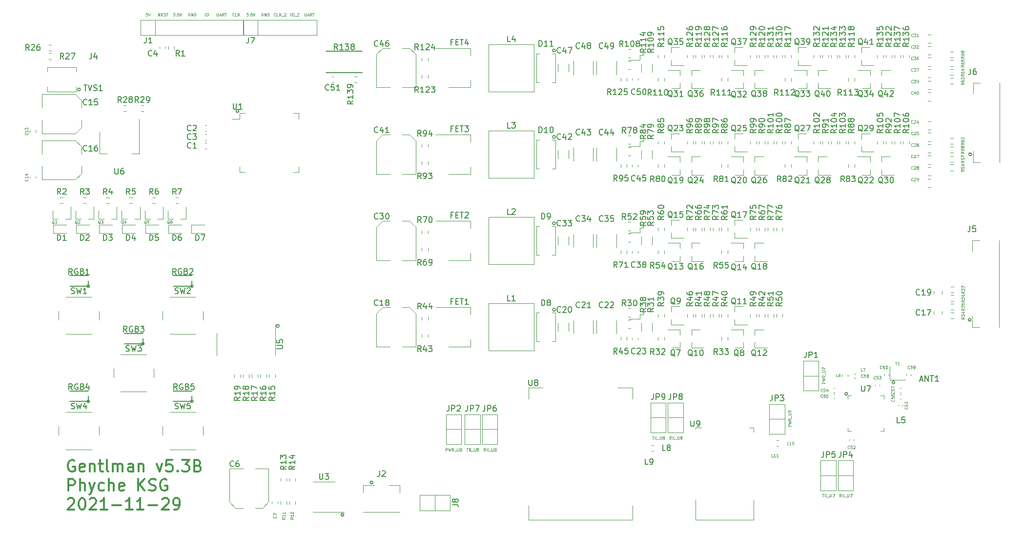
<source format=gbr>
%TF.GenerationSoftware,KiCad,Pcbnew,(5.1.10)-1*%
%TF.CreationDate,2021-12-17T20:29:05+09:00*%
%TF.ProjectId,KiCAD_Gentlman_V5.3,4b694341-445f-4476-956e-746c6d616e5f,rev?*%
%TF.SameCoordinates,Original*%
%TF.FileFunction,Legend,Top*%
%TF.FilePolarity,Positive*%
%FSLAX46Y46*%
G04 Gerber Fmt 4.6, Leading zero omitted, Abs format (unit mm)*
G04 Created by KiCad (PCBNEW (5.1.10)-1) date 2021-12-17 20:29:05*
%MOMM*%
%LPD*%
G01*
G04 APERTURE LIST*
%ADD10C,0.100000*%
%ADD11C,0.300000*%
%ADD12C,0.120000*%
%ADD13C,0.200000*%
%ADD14C,0.150000*%
%ADD15C,0.127000*%
%ADD16C,0.125000*%
G04 APERTURE END LIST*
D10*
X158928571Y-103976190D02*
X159214285Y-103976190D01*
X159071428Y-104476190D02*
X159071428Y-103976190D01*
X159333333Y-103976190D02*
X159666666Y-104476190D01*
X159666666Y-103976190D02*
X159333333Y-104476190D01*
X159738095Y-104523809D02*
X160119047Y-104523809D01*
X160238095Y-103976190D02*
X160238095Y-104380952D01*
X160261904Y-104428571D01*
X160285714Y-104452380D01*
X160333333Y-104476190D01*
X160428571Y-104476190D01*
X160476190Y-104452380D01*
X160500000Y-104428571D01*
X160523809Y-104380952D01*
X160523809Y-103976190D01*
X160714285Y-103976190D02*
X161047619Y-103976190D01*
X160833333Y-104476190D01*
X162226190Y-104476190D02*
X162059523Y-104238095D01*
X161940476Y-104476190D02*
X161940476Y-103976190D01*
X162130952Y-103976190D01*
X162178571Y-104000000D01*
X162202380Y-104023809D01*
X162226190Y-104071428D01*
X162226190Y-104142857D01*
X162202380Y-104190476D01*
X162178571Y-104214285D01*
X162130952Y-104238095D01*
X161940476Y-104238095D01*
X162392857Y-103976190D02*
X162726190Y-104476190D01*
X162726190Y-103976190D02*
X162392857Y-104476190D01*
X162797619Y-104523809D02*
X163178571Y-104523809D01*
X163297619Y-103976190D02*
X163297619Y-104380952D01*
X163321428Y-104428571D01*
X163345238Y-104452380D01*
X163392857Y-104476190D01*
X163488095Y-104476190D01*
X163535714Y-104452380D01*
X163559523Y-104428571D01*
X163583333Y-104380952D01*
X163583333Y-103976190D01*
X163773809Y-103976190D02*
X164107142Y-103976190D01*
X163892857Y-104476190D01*
X132726190Y-94476190D02*
X132559523Y-94238095D01*
X132440476Y-94476190D02*
X132440476Y-93976190D01*
X132630952Y-93976190D01*
X132678571Y-94000000D01*
X132702380Y-94023809D01*
X132726190Y-94071428D01*
X132726190Y-94142857D01*
X132702380Y-94190476D01*
X132678571Y-94214285D01*
X132630952Y-94238095D01*
X132440476Y-94238095D01*
X132892857Y-93976190D02*
X133226190Y-94476190D01*
X133226190Y-93976190D02*
X132892857Y-94476190D01*
X133297619Y-94523809D02*
X133678571Y-94523809D01*
X133797619Y-93976190D02*
X133797619Y-94380952D01*
X133821428Y-94428571D01*
X133845238Y-94452380D01*
X133892857Y-94476190D01*
X133988095Y-94476190D01*
X134035714Y-94452380D01*
X134059523Y-94428571D01*
X134083333Y-94380952D01*
X134083333Y-93976190D01*
X134392857Y-94190476D02*
X134345238Y-94166666D01*
X134321428Y-94142857D01*
X134297619Y-94095238D01*
X134297619Y-94071428D01*
X134321428Y-94023809D01*
X134345238Y-94000000D01*
X134392857Y-93976190D01*
X134488095Y-93976190D01*
X134535714Y-94000000D01*
X134559523Y-94023809D01*
X134583333Y-94071428D01*
X134583333Y-94095238D01*
X134559523Y-94142857D01*
X134535714Y-94166666D01*
X134488095Y-94190476D01*
X134392857Y-94190476D01*
X134345238Y-94214285D01*
X134321428Y-94238095D01*
X134297619Y-94285714D01*
X134297619Y-94380952D01*
X134321428Y-94428571D01*
X134345238Y-94452380D01*
X134392857Y-94476190D01*
X134488095Y-94476190D01*
X134535714Y-94452380D01*
X134559523Y-94428571D01*
X134583333Y-94380952D01*
X134583333Y-94285714D01*
X134559523Y-94238095D01*
X134535714Y-94214285D01*
X134488095Y-94190476D01*
X129428571Y-93976190D02*
X129714285Y-93976190D01*
X129571428Y-94476190D02*
X129571428Y-93976190D01*
X129833333Y-93976190D02*
X130166666Y-94476190D01*
X130166666Y-93976190D02*
X129833333Y-94476190D01*
X130238095Y-94523809D02*
X130619047Y-94523809D01*
X130738095Y-93976190D02*
X130738095Y-94380952D01*
X130761904Y-94428571D01*
X130785714Y-94452380D01*
X130833333Y-94476190D01*
X130928571Y-94476190D01*
X130976190Y-94452380D01*
X131000000Y-94428571D01*
X131023809Y-94380952D01*
X131023809Y-93976190D01*
X131333333Y-94190476D02*
X131285714Y-94166666D01*
X131261904Y-94142857D01*
X131238095Y-94095238D01*
X131238095Y-94071428D01*
X131261904Y-94023809D01*
X131285714Y-94000000D01*
X131333333Y-93976190D01*
X131428571Y-93976190D01*
X131476190Y-94000000D01*
X131500000Y-94023809D01*
X131523809Y-94071428D01*
X131523809Y-94095238D01*
X131500000Y-94142857D01*
X131476190Y-94166666D01*
X131428571Y-94190476D01*
X131333333Y-94190476D01*
X131285714Y-94214285D01*
X131261904Y-94238095D01*
X131238095Y-94285714D01*
X131238095Y-94380952D01*
X131261904Y-94428571D01*
X131285714Y-94452380D01*
X131333333Y-94476190D01*
X131428571Y-94476190D01*
X131476190Y-94452380D01*
X131500000Y-94428571D01*
X131523809Y-94380952D01*
X131523809Y-94285714D01*
X131500000Y-94238095D01*
X131476190Y-94214285D01*
X131428571Y-94190476D01*
X100526190Y-96526190D02*
X100359523Y-96288095D01*
X100240476Y-96526190D02*
X100240476Y-96026190D01*
X100430952Y-96026190D01*
X100478571Y-96050000D01*
X100502380Y-96073809D01*
X100526190Y-96121428D01*
X100526190Y-96192857D01*
X100502380Y-96240476D01*
X100478571Y-96264285D01*
X100430952Y-96288095D01*
X100240476Y-96288095D01*
X100692857Y-96026190D02*
X101026190Y-96526190D01*
X101026190Y-96026190D02*
X100692857Y-96526190D01*
X101097619Y-96573809D02*
X101478571Y-96573809D01*
X101597619Y-96026190D02*
X101597619Y-96430952D01*
X101621428Y-96478571D01*
X101645238Y-96502380D01*
X101692857Y-96526190D01*
X101788095Y-96526190D01*
X101835714Y-96502380D01*
X101859523Y-96478571D01*
X101883333Y-96430952D01*
X101883333Y-96026190D01*
X102192857Y-96240476D02*
X102145238Y-96216666D01*
X102121428Y-96192857D01*
X102097619Y-96145238D01*
X102097619Y-96121428D01*
X102121428Y-96073809D01*
X102145238Y-96050000D01*
X102192857Y-96026190D01*
X102288095Y-96026190D01*
X102335714Y-96050000D01*
X102359523Y-96073809D01*
X102383333Y-96121428D01*
X102383333Y-96145238D01*
X102359523Y-96192857D01*
X102335714Y-96216666D01*
X102288095Y-96240476D01*
X102192857Y-96240476D01*
X102145238Y-96264285D01*
X102121428Y-96288095D01*
X102097619Y-96335714D01*
X102097619Y-96430952D01*
X102121428Y-96478571D01*
X102145238Y-96502380D01*
X102192857Y-96526190D01*
X102288095Y-96526190D01*
X102335714Y-96502380D01*
X102359523Y-96478571D01*
X102383333Y-96430952D01*
X102383333Y-96335714D01*
X102359523Y-96288095D01*
X102335714Y-96264285D01*
X102288095Y-96240476D01*
X97228571Y-96026190D02*
X97514285Y-96026190D01*
X97371428Y-96526190D02*
X97371428Y-96026190D01*
X97633333Y-96026190D02*
X97966666Y-96526190D01*
X97966666Y-96026190D02*
X97633333Y-96526190D01*
X98038095Y-96573809D02*
X98419047Y-96573809D01*
X98538095Y-96026190D02*
X98538095Y-96430952D01*
X98561904Y-96478571D01*
X98585714Y-96502380D01*
X98633333Y-96526190D01*
X98728571Y-96526190D01*
X98776190Y-96502380D01*
X98800000Y-96478571D01*
X98823809Y-96430952D01*
X98823809Y-96026190D01*
X99133333Y-96240476D02*
X99085714Y-96216666D01*
X99061904Y-96192857D01*
X99038095Y-96145238D01*
X99038095Y-96121428D01*
X99061904Y-96073809D01*
X99085714Y-96050000D01*
X99133333Y-96026190D01*
X99228571Y-96026190D01*
X99276190Y-96050000D01*
X99300000Y-96073809D01*
X99323809Y-96121428D01*
X99323809Y-96145238D01*
X99300000Y-96192857D01*
X99276190Y-96216666D01*
X99228571Y-96240476D01*
X99133333Y-96240476D01*
X99085714Y-96264285D01*
X99061904Y-96288095D01*
X99038095Y-96335714D01*
X99038095Y-96430952D01*
X99061904Y-96478571D01*
X99085714Y-96502380D01*
X99133333Y-96526190D01*
X99228571Y-96526190D01*
X99276190Y-96502380D01*
X99300000Y-96478571D01*
X99323809Y-96430952D01*
X99323809Y-96335714D01*
X99300000Y-96288095D01*
X99276190Y-96264285D01*
X99228571Y-96240476D01*
X93642857Y-96526190D02*
X93642857Y-96026190D01*
X93833333Y-96026190D01*
X93880952Y-96050000D01*
X93904761Y-96073809D01*
X93928571Y-96121428D01*
X93928571Y-96192857D01*
X93904761Y-96240476D01*
X93880952Y-96264285D01*
X93833333Y-96288095D01*
X93642857Y-96288095D01*
X94095238Y-96026190D02*
X94214285Y-96526190D01*
X94309523Y-96169047D01*
X94404761Y-96526190D01*
X94523809Y-96026190D01*
X95000000Y-96526190D02*
X94833333Y-96288095D01*
X94714285Y-96526190D02*
X94714285Y-96026190D01*
X94904761Y-96026190D01*
X94952380Y-96050000D01*
X94976190Y-96073809D01*
X95000000Y-96121428D01*
X95000000Y-96192857D01*
X94976190Y-96240476D01*
X94952380Y-96264285D01*
X94904761Y-96288095D01*
X94714285Y-96288095D01*
X95095238Y-96573809D02*
X95476190Y-96573809D01*
X95595238Y-96026190D02*
X95595238Y-96430952D01*
X95619047Y-96478571D01*
X95642857Y-96502380D01*
X95690476Y-96526190D01*
X95785714Y-96526190D01*
X95833333Y-96502380D01*
X95857142Y-96478571D01*
X95880952Y-96430952D01*
X95880952Y-96026190D01*
X96190476Y-96240476D02*
X96142857Y-96216666D01*
X96119047Y-96192857D01*
X96095238Y-96145238D01*
X96095238Y-96121428D01*
X96119047Y-96073809D01*
X96142857Y-96050000D01*
X96190476Y-96026190D01*
X96285714Y-96026190D01*
X96333333Y-96050000D01*
X96357142Y-96073809D01*
X96380952Y-96121428D01*
X96380952Y-96145238D01*
X96357142Y-96192857D01*
X96333333Y-96216666D01*
X96285714Y-96240476D01*
X96190476Y-96240476D01*
X96142857Y-96264285D01*
X96119047Y-96288095D01*
X96095238Y-96335714D01*
X96095238Y-96430952D01*
X96119047Y-96478571D01*
X96142857Y-96502380D01*
X96190476Y-96526190D01*
X96285714Y-96526190D01*
X96333333Y-96502380D01*
X96357142Y-96478571D01*
X96380952Y-96430952D01*
X96380952Y-96335714D01*
X96357142Y-96288095D01*
X96333333Y-96264285D01*
X96285714Y-96240476D01*
X153526190Y-92257142D02*
X153026190Y-92257142D01*
X153026190Y-92066666D01*
X153050000Y-92019047D01*
X153073809Y-91995238D01*
X153121428Y-91971428D01*
X153192857Y-91971428D01*
X153240476Y-91995238D01*
X153264285Y-92019047D01*
X153288095Y-92066666D01*
X153288095Y-92257142D01*
X153026190Y-91804761D02*
X153526190Y-91685714D01*
X153169047Y-91590476D01*
X153526190Y-91495238D01*
X153026190Y-91376190D01*
X153526190Y-90900000D02*
X153288095Y-91066666D01*
X153526190Y-91185714D02*
X153026190Y-91185714D01*
X153026190Y-90995238D01*
X153050000Y-90947619D01*
X153073809Y-90923809D01*
X153121428Y-90900000D01*
X153192857Y-90900000D01*
X153240476Y-90923809D01*
X153264285Y-90947619D01*
X153288095Y-90995238D01*
X153288095Y-91185714D01*
X153573809Y-90804761D02*
X153573809Y-90423809D01*
X153026190Y-90304761D02*
X153430952Y-90304761D01*
X153478571Y-90280952D01*
X153502380Y-90257142D01*
X153526190Y-90209523D01*
X153526190Y-90114285D01*
X153502380Y-90066666D01*
X153478571Y-90042857D01*
X153430952Y-90019047D01*
X153026190Y-90019047D01*
X153526190Y-89757142D02*
X153526190Y-89661904D01*
X153502380Y-89614285D01*
X153478571Y-89590476D01*
X153407142Y-89542857D01*
X153311904Y-89519047D01*
X153121428Y-89519047D01*
X153073809Y-89542857D01*
X153050000Y-89566666D01*
X153026190Y-89614285D01*
X153026190Y-89709523D01*
X153050000Y-89757142D01*
X153073809Y-89780952D01*
X153121428Y-89804761D01*
X153240476Y-89804761D01*
X153288095Y-89780952D01*
X153311904Y-89757142D01*
X153335714Y-89709523D01*
X153335714Y-89614285D01*
X153311904Y-89566666D01*
X153288095Y-89542857D01*
X153240476Y-89519047D01*
X159426190Y-84757142D02*
X158926190Y-84757142D01*
X158926190Y-84566666D01*
X158950000Y-84519047D01*
X158973809Y-84495238D01*
X159021428Y-84471428D01*
X159092857Y-84471428D01*
X159140476Y-84495238D01*
X159164285Y-84519047D01*
X159188095Y-84566666D01*
X159188095Y-84757142D01*
X158926190Y-84304761D02*
X159426190Y-84185714D01*
X159069047Y-84090476D01*
X159426190Y-83995238D01*
X158926190Y-83876190D01*
X159426190Y-83400000D02*
X159188095Y-83566666D01*
X159426190Y-83685714D02*
X158926190Y-83685714D01*
X158926190Y-83495238D01*
X158950000Y-83447619D01*
X158973809Y-83423809D01*
X159021428Y-83400000D01*
X159092857Y-83400000D01*
X159140476Y-83423809D01*
X159164285Y-83447619D01*
X159188095Y-83495238D01*
X159188095Y-83685714D01*
X159473809Y-83304761D02*
X159473809Y-82923809D01*
X158926190Y-82804761D02*
X159330952Y-82804761D01*
X159378571Y-82780952D01*
X159402380Y-82757142D01*
X159426190Y-82709523D01*
X159426190Y-82614285D01*
X159402380Y-82566666D01*
X159378571Y-82542857D01*
X159330952Y-82519047D01*
X158926190Y-82519047D01*
X158926190Y-82328571D02*
X158926190Y-81995238D01*
X159426190Y-82209523D01*
D11*
X29218809Y-98200000D02*
X29028333Y-98104761D01*
X28742619Y-98104761D01*
X28456904Y-98200000D01*
X28266428Y-98390476D01*
X28171190Y-98580952D01*
X28075952Y-98961904D01*
X28075952Y-99247619D01*
X28171190Y-99628571D01*
X28266428Y-99819047D01*
X28456904Y-100009523D01*
X28742619Y-100104761D01*
X28933095Y-100104761D01*
X29218809Y-100009523D01*
X29314047Y-99914285D01*
X29314047Y-99247619D01*
X28933095Y-99247619D01*
X30933095Y-100009523D02*
X30742619Y-100104761D01*
X30361666Y-100104761D01*
X30171190Y-100009523D01*
X30075952Y-99819047D01*
X30075952Y-99057142D01*
X30171190Y-98866666D01*
X30361666Y-98771428D01*
X30742619Y-98771428D01*
X30933095Y-98866666D01*
X31028333Y-99057142D01*
X31028333Y-99247619D01*
X30075952Y-99438095D01*
X31885476Y-98771428D02*
X31885476Y-100104761D01*
X31885476Y-98961904D02*
X31980714Y-98866666D01*
X32171190Y-98771428D01*
X32456904Y-98771428D01*
X32647380Y-98866666D01*
X32742619Y-99057142D01*
X32742619Y-100104761D01*
X33409285Y-98771428D02*
X34171190Y-98771428D01*
X33695000Y-98104761D02*
X33695000Y-99819047D01*
X33790238Y-100009523D01*
X33980714Y-100104761D01*
X34171190Y-100104761D01*
X35123571Y-100104761D02*
X34933095Y-100009523D01*
X34837857Y-99819047D01*
X34837857Y-98104761D01*
X35885476Y-100104761D02*
X35885476Y-98771428D01*
X35885476Y-98961904D02*
X35980714Y-98866666D01*
X36171190Y-98771428D01*
X36456904Y-98771428D01*
X36647380Y-98866666D01*
X36742619Y-99057142D01*
X36742619Y-100104761D01*
X36742619Y-99057142D02*
X36837857Y-98866666D01*
X37028333Y-98771428D01*
X37314047Y-98771428D01*
X37504523Y-98866666D01*
X37599761Y-99057142D01*
X37599761Y-100104761D01*
X39409285Y-100104761D02*
X39409285Y-99057142D01*
X39314047Y-98866666D01*
X39123571Y-98771428D01*
X38742619Y-98771428D01*
X38552142Y-98866666D01*
X39409285Y-100009523D02*
X39218809Y-100104761D01*
X38742619Y-100104761D01*
X38552142Y-100009523D01*
X38456904Y-99819047D01*
X38456904Y-99628571D01*
X38552142Y-99438095D01*
X38742619Y-99342857D01*
X39218809Y-99342857D01*
X39409285Y-99247619D01*
X40361666Y-98771428D02*
X40361666Y-100104761D01*
X40361666Y-98961904D02*
X40456904Y-98866666D01*
X40647380Y-98771428D01*
X40933095Y-98771428D01*
X41123571Y-98866666D01*
X41218809Y-99057142D01*
X41218809Y-100104761D01*
X43504523Y-98771428D02*
X43980714Y-100104761D01*
X44456904Y-98771428D01*
X46171190Y-98104761D02*
X45218809Y-98104761D01*
X45123571Y-99057142D01*
X45218809Y-98961904D01*
X45409285Y-98866666D01*
X45885476Y-98866666D01*
X46075952Y-98961904D01*
X46171190Y-99057142D01*
X46266428Y-99247619D01*
X46266428Y-99723809D01*
X46171190Y-99914285D01*
X46075952Y-100009523D01*
X45885476Y-100104761D01*
X45409285Y-100104761D01*
X45218809Y-100009523D01*
X45123571Y-99914285D01*
X47123571Y-99914285D02*
X47218809Y-100009523D01*
X47123571Y-100104761D01*
X47028333Y-100009523D01*
X47123571Y-99914285D01*
X47123571Y-100104761D01*
X47885476Y-98104761D02*
X49123571Y-98104761D01*
X48456904Y-98866666D01*
X48742619Y-98866666D01*
X48933095Y-98961904D01*
X49028333Y-99057142D01*
X49123571Y-99247619D01*
X49123571Y-99723809D01*
X49028333Y-99914285D01*
X48933095Y-100009523D01*
X48742619Y-100104761D01*
X48171190Y-100104761D01*
X47980714Y-100009523D01*
X47885476Y-99914285D01*
X50647380Y-99057142D02*
X50933095Y-99152380D01*
X51028333Y-99247619D01*
X51123571Y-99438095D01*
X51123571Y-99723809D01*
X51028333Y-99914285D01*
X50933095Y-100009523D01*
X50742619Y-100104761D01*
X49980714Y-100104761D01*
X49980714Y-98104761D01*
X50647380Y-98104761D01*
X50837857Y-98200000D01*
X50933095Y-98295238D01*
X51028333Y-98485714D01*
X51028333Y-98676190D01*
X50933095Y-98866666D01*
X50837857Y-98961904D01*
X50647380Y-99057142D01*
X49980714Y-99057142D01*
X28171190Y-103404761D02*
X28171190Y-101404761D01*
X28933095Y-101404761D01*
X29123571Y-101500000D01*
X29218809Y-101595238D01*
X29314047Y-101785714D01*
X29314047Y-102071428D01*
X29218809Y-102261904D01*
X29123571Y-102357142D01*
X28933095Y-102452380D01*
X28171190Y-102452380D01*
X30171190Y-103404761D02*
X30171190Y-101404761D01*
X31028333Y-103404761D02*
X31028333Y-102357142D01*
X30933095Y-102166666D01*
X30742619Y-102071428D01*
X30456904Y-102071428D01*
X30266428Y-102166666D01*
X30171190Y-102261904D01*
X31790238Y-102071428D02*
X32266428Y-103404761D01*
X32742619Y-102071428D02*
X32266428Y-103404761D01*
X32075952Y-103880952D01*
X31980714Y-103976190D01*
X31790238Y-104071428D01*
X34361666Y-103309523D02*
X34171190Y-103404761D01*
X33790238Y-103404761D01*
X33599761Y-103309523D01*
X33504523Y-103214285D01*
X33409285Y-103023809D01*
X33409285Y-102452380D01*
X33504523Y-102261904D01*
X33599761Y-102166666D01*
X33790238Y-102071428D01*
X34171190Y-102071428D01*
X34361666Y-102166666D01*
X35218809Y-103404761D02*
X35218809Y-101404761D01*
X36075952Y-103404761D02*
X36075952Y-102357142D01*
X35980714Y-102166666D01*
X35790238Y-102071428D01*
X35504523Y-102071428D01*
X35314047Y-102166666D01*
X35218809Y-102261904D01*
X37790238Y-103309523D02*
X37599761Y-103404761D01*
X37218809Y-103404761D01*
X37028333Y-103309523D01*
X36933095Y-103119047D01*
X36933095Y-102357142D01*
X37028333Y-102166666D01*
X37218809Y-102071428D01*
X37599761Y-102071428D01*
X37790238Y-102166666D01*
X37885476Y-102357142D01*
X37885476Y-102547619D01*
X36933095Y-102738095D01*
X40266428Y-103404761D02*
X40266428Y-101404761D01*
X41409285Y-103404761D02*
X40552142Y-102261904D01*
X41409285Y-101404761D02*
X40266428Y-102547619D01*
X42171190Y-103309523D02*
X42456904Y-103404761D01*
X42933095Y-103404761D01*
X43123571Y-103309523D01*
X43218809Y-103214285D01*
X43314047Y-103023809D01*
X43314047Y-102833333D01*
X43218809Y-102642857D01*
X43123571Y-102547619D01*
X42933095Y-102452380D01*
X42552142Y-102357142D01*
X42361666Y-102261904D01*
X42266428Y-102166666D01*
X42171190Y-101976190D01*
X42171190Y-101785714D01*
X42266428Y-101595238D01*
X42361666Y-101500000D01*
X42552142Y-101404761D01*
X43028333Y-101404761D01*
X43314047Y-101500000D01*
X45218809Y-101500000D02*
X45028333Y-101404761D01*
X44742619Y-101404761D01*
X44456904Y-101500000D01*
X44266428Y-101690476D01*
X44171190Y-101880952D01*
X44075952Y-102261904D01*
X44075952Y-102547619D01*
X44171190Y-102928571D01*
X44266428Y-103119047D01*
X44456904Y-103309523D01*
X44742619Y-103404761D01*
X44933095Y-103404761D01*
X45218809Y-103309523D01*
X45314047Y-103214285D01*
X45314047Y-102547619D01*
X44933095Y-102547619D01*
X28075952Y-104895238D02*
X28171190Y-104800000D01*
X28361666Y-104704761D01*
X28837857Y-104704761D01*
X29028333Y-104800000D01*
X29123571Y-104895238D01*
X29218809Y-105085714D01*
X29218809Y-105276190D01*
X29123571Y-105561904D01*
X27980714Y-106704761D01*
X29218809Y-106704761D01*
X30456904Y-104704761D02*
X30647380Y-104704761D01*
X30837857Y-104800000D01*
X30933095Y-104895238D01*
X31028333Y-105085714D01*
X31123571Y-105466666D01*
X31123571Y-105942857D01*
X31028333Y-106323809D01*
X30933095Y-106514285D01*
X30837857Y-106609523D01*
X30647380Y-106704761D01*
X30456904Y-106704761D01*
X30266428Y-106609523D01*
X30171190Y-106514285D01*
X30075952Y-106323809D01*
X29980714Y-105942857D01*
X29980714Y-105466666D01*
X30075952Y-105085714D01*
X30171190Y-104895238D01*
X30266428Y-104800000D01*
X30456904Y-104704761D01*
X31885476Y-104895238D02*
X31980714Y-104800000D01*
X32171190Y-104704761D01*
X32647380Y-104704761D01*
X32837857Y-104800000D01*
X32933095Y-104895238D01*
X33028333Y-105085714D01*
X33028333Y-105276190D01*
X32933095Y-105561904D01*
X31790238Y-106704761D01*
X33028333Y-106704761D01*
X34933095Y-106704761D02*
X33790238Y-106704761D01*
X34361666Y-106704761D02*
X34361666Y-104704761D01*
X34171190Y-104990476D01*
X33980714Y-105180952D01*
X33790238Y-105276190D01*
X35790238Y-105942857D02*
X37314047Y-105942857D01*
X39314047Y-106704761D02*
X38171190Y-106704761D01*
X38742619Y-106704761D02*
X38742619Y-104704761D01*
X38552142Y-104990476D01*
X38361666Y-105180952D01*
X38171190Y-105276190D01*
X41218809Y-106704761D02*
X40075952Y-106704761D01*
X40647380Y-106704761D02*
X40647380Y-104704761D01*
X40456904Y-104990476D01*
X40266428Y-105180952D01*
X40075952Y-105276190D01*
X42075952Y-105942857D02*
X43599761Y-105942857D01*
X44456904Y-104895238D02*
X44552142Y-104800000D01*
X44742619Y-104704761D01*
X45218809Y-104704761D01*
X45409285Y-104800000D01*
X45504523Y-104895238D01*
X45599761Y-105085714D01*
X45599761Y-105276190D01*
X45504523Y-105561904D01*
X44361666Y-106704761D01*
X45599761Y-106704761D01*
X46552142Y-106704761D02*
X46933095Y-106704761D01*
X47123571Y-106609523D01*
X47218809Y-106514285D01*
X47409285Y-106228571D01*
X47504523Y-105847619D01*
X47504523Y-105085714D01*
X47409285Y-104895238D01*
X47314047Y-104800000D01*
X47123571Y-104704761D01*
X46742619Y-104704761D01*
X46552142Y-104800000D01*
X46456904Y-104895238D01*
X46361666Y-105085714D01*
X46361666Y-105561904D01*
X46456904Y-105752380D01*
X46552142Y-105847619D01*
X46742619Y-105942857D01*
X47123571Y-105942857D01*
X47314047Y-105847619D01*
X47409285Y-105752380D01*
X47504523Y-105561904D01*
D10*
X41904761Y-20476190D02*
X41666666Y-20476190D01*
X41642857Y-20714285D01*
X41666666Y-20690476D01*
X41714285Y-20666666D01*
X41833333Y-20666666D01*
X41880952Y-20690476D01*
X41904761Y-20714285D01*
X41928571Y-20761904D01*
X41928571Y-20880952D01*
X41904761Y-20928571D01*
X41880952Y-20952380D01*
X41833333Y-20976190D01*
X41714285Y-20976190D01*
X41666666Y-20952380D01*
X41642857Y-20928571D01*
X42071428Y-20476190D02*
X42238095Y-20976190D01*
X42404761Y-20476190D01*
X69142380Y-20476190D02*
X69142380Y-20880952D01*
X69166190Y-20928571D01*
X69190000Y-20952380D01*
X69237619Y-20976190D01*
X69332857Y-20976190D01*
X69380476Y-20952380D01*
X69404285Y-20928571D01*
X69428095Y-20880952D01*
X69428095Y-20476190D01*
X69642380Y-20833333D02*
X69880476Y-20833333D01*
X69594761Y-20976190D02*
X69761428Y-20476190D01*
X69928095Y-20976190D01*
X70380476Y-20976190D02*
X70213809Y-20738095D01*
X70094761Y-20976190D02*
X70094761Y-20476190D01*
X70285238Y-20476190D01*
X70332857Y-20500000D01*
X70356666Y-20523809D01*
X70380476Y-20571428D01*
X70380476Y-20642857D01*
X70356666Y-20690476D01*
X70332857Y-20714285D01*
X70285238Y-20738095D01*
X70094761Y-20738095D01*
X70523333Y-20476190D02*
X70809047Y-20476190D01*
X70666190Y-20976190D02*
X70666190Y-20476190D01*
X66709523Y-20976190D02*
X66709523Y-20476190D01*
X67042857Y-20476190D02*
X67138095Y-20476190D01*
X67185714Y-20500000D01*
X67233333Y-20547619D01*
X67257142Y-20642857D01*
X67257142Y-20809523D01*
X67233333Y-20904761D01*
X67185714Y-20952380D01*
X67138095Y-20976190D01*
X67042857Y-20976190D01*
X66995238Y-20952380D01*
X66947619Y-20904761D01*
X66923809Y-20809523D01*
X66923809Y-20642857D01*
X66947619Y-20547619D01*
X66995238Y-20500000D01*
X67042857Y-20476190D01*
X67352380Y-21023809D02*
X67733333Y-21023809D01*
X67828571Y-20523809D02*
X67852380Y-20500000D01*
X67900000Y-20476190D01*
X68019047Y-20476190D01*
X68066666Y-20500000D01*
X68090476Y-20523809D01*
X68114285Y-20571428D01*
X68114285Y-20619047D01*
X68090476Y-20690476D01*
X67804761Y-20976190D01*
X68114285Y-20976190D01*
X64133809Y-20928571D02*
X64110000Y-20952380D01*
X64038571Y-20976190D01*
X63990952Y-20976190D01*
X63919523Y-20952380D01*
X63871904Y-20904761D01*
X63848095Y-20857142D01*
X63824285Y-20761904D01*
X63824285Y-20690476D01*
X63848095Y-20595238D01*
X63871904Y-20547619D01*
X63919523Y-20500000D01*
X63990952Y-20476190D01*
X64038571Y-20476190D01*
X64110000Y-20500000D01*
X64133809Y-20523809D01*
X64586190Y-20976190D02*
X64348095Y-20976190D01*
X64348095Y-20476190D01*
X64752857Y-20976190D02*
X64752857Y-20476190D01*
X65038571Y-20976190D02*
X64824285Y-20690476D01*
X65038571Y-20476190D02*
X64752857Y-20761904D01*
X65133809Y-21023809D02*
X65514761Y-21023809D01*
X65610000Y-20523809D02*
X65633809Y-20500000D01*
X65681428Y-20476190D01*
X65800476Y-20476190D01*
X65848095Y-20500000D01*
X65871904Y-20523809D01*
X65895714Y-20571428D01*
X65895714Y-20619047D01*
X65871904Y-20690476D01*
X65586190Y-20976190D01*
X65895714Y-20976190D01*
X61939047Y-20500000D02*
X61891428Y-20476190D01*
X61820000Y-20476190D01*
X61748571Y-20500000D01*
X61700952Y-20547619D01*
X61677142Y-20595238D01*
X61653333Y-20690476D01*
X61653333Y-20761904D01*
X61677142Y-20857142D01*
X61700952Y-20904761D01*
X61748571Y-20952380D01*
X61820000Y-20976190D01*
X61867619Y-20976190D01*
X61939047Y-20952380D01*
X61962857Y-20928571D01*
X61962857Y-20761904D01*
X61867619Y-20761904D01*
X62177142Y-20976190D02*
X62177142Y-20476190D01*
X62462857Y-20976190D01*
X62462857Y-20476190D01*
X62700952Y-20976190D02*
X62700952Y-20476190D01*
X62820000Y-20476190D01*
X62891428Y-20500000D01*
X62939047Y-20547619D01*
X62962857Y-20595238D01*
X62986666Y-20690476D01*
X62986666Y-20761904D01*
X62962857Y-20857142D01*
X62939047Y-20904761D01*
X62891428Y-20952380D01*
X62820000Y-20976190D01*
X62700952Y-20976190D01*
X59041904Y-20476190D02*
X59351428Y-20476190D01*
X59184761Y-20666666D01*
X59256190Y-20666666D01*
X59303809Y-20690476D01*
X59327619Y-20714285D01*
X59351428Y-20761904D01*
X59351428Y-20880952D01*
X59327619Y-20928571D01*
X59303809Y-20952380D01*
X59256190Y-20976190D01*
X59113333Y-20976190D01*
X59065714Y-20952380D01*
X59041904Y-20928571D01*
X59565714Y-20928571D02*
X59589523Y-20952380D01*
X59565714Y-20976190D01*
X59541904Y-20952380D01*
X59565714Y-20928571D01*
X59565714Y-20976190D01*
X60018095Y-20476190D02*
X59922857Y-20476190D01*
X59875238Y-20500000D01*
X59851428Y-20523809D01*
X59803809Y-20595238D01*
X59780000Y-20690476D01*
X59780000Y-20880952D01*
X59803809Y-20928571D01*
X59827619Y-20952380D01*
X59875238Y-20976190D01*
X59970476Y-20976190D01*
X60018095Y-20952380D01*
X60041904Y-20928571D01*
X60065714Y-20880952D01*
X60065714Y-20761904D01*
X60041904Y-20714285D01*
X60018095Y-20690476D01*
X59970476Y-20666666D01*
X59875238Y-20666666D01*
X59827619Y-20690476D01*
X59803809Y-20714285D01*
X59780000Y-20761904D01*
X60208571Y-20476190D02*
X60375238Y-20976190D01*
X60541904Y-20476190D01*
X56942380Y-20928571D02*
X56918571Y-20952380D01*
X56847142Y-20976190D01*
X56799523Y-20976190D01*
X56728095Y-20952380D01*
X56680476Y-20904761D01*
X56656666Y-20857142D01*
X56632857Y-20761904D01*
X56632857Y-20690476D01*
X56656666Y-20595238D01*
X56680476Y-20547619D01*
X56728095Y-20500000D01*
X56799523Y-20476190D01*
X56847142Y-20476190D01*
X56918571Y-20500000D01*
X56942380Y-20523809D01*
X57394761Y-20976190D02*
X57156666Y-20976190D01*
X57156666Y-20476190D01*
X57561428Y-20976190D02*
X57561428Y-20476190D01*
X57847142Y-20976190D02*
X57632857Y-20690476D01*
X57847142Y-20476190D02*
X57561428Y-20761904D01*
X53902380Y-20476190D02*
X53902380Y-20880952D01*
X53926190Y-20928571D01*
X53950000Y-20952380D01*
X53997619Y-20976190D01*
X54092857Y-20976190D01*
X54140476Y-20952380D01*
X54164285Y-20928571D01*
X54188095Y-20880952D01*
X54188095Y-20476190D01*
X54402380Y-20833333D02*
X54640476Y-20833333D01*
X54354761Y-20976190D02*
X54521428Y-20476190D01*
X54688095Y-20976190D01*
X55140476Y-20976190D02*
X54973809Y-20738095D01*
X54854761Y-20976190D02*
X54854761Y-20476190D01*
X55045238Y-20476190D01*
X55092857Y-20500000D01*
X55116666Y-20523809D01*
X55140476Y-20571428D01*
X55140476Y-20642857D01*
X55116666Y-20690476D01*
X55092857Y-20714285D01*
X55045238Y-20738095D01*
X54854761Y-20738095D01*
X55283333Y-20476190D02*
X55569047Y-20476190D01*
X55426190Y-20976190D02*
X55426190Y-20476190D01*
X51898095Y-20976190D02*
X51898095Y-20476190D01*
X52231428Y-20476190D02*
X52326666Y-20476190D01*
X52374285Y-20500000D01*
X52421904Y-20547619D01*
X52445714Y-20642857D01*
X52445714Y-20809523D01*
X52421904Y-20904761D01*
X52374285Y-20952380D01*
X52326666Y-20976190D01*
X52231428Y-20976190D01*
X52183809Y-20952380D01*
X52136190Y-20904761D01*
X52112380Y-20809523D01*
X52112380Y-20642857D01*
X52136190Y-20547619D01*
X52183809Y-20500000D01*
X52231428Y-20476190D01*
X49239047Y-20500000D02*
X49191428Y-20476190D01*
X49120000Y-20476190D01*
X49048571Y-20500000D01*
X49000952Y-20547619D01*
X48977142Y-20595238D01*
X48953333Y-20690476D01*
X48953333Y-20761904D01*
X48977142Y-20857142D01*
X49000952Y-20904761D01*
X49048571Y-20952380D01*
X49120000Y-20976190D01*
X49167619Y-20976190D01*
X49239047Y-20952380D01*
X49262857Y-20928571D01*
X49262857Y-20761904D01*
X49167619Y-20761904D01*
X49477142Y-20976190D02*
X49477142Y-20476190D01*
X49762857Y-20976190D01*
X49762857Y-20476190D01*
X50000952Y-20976190D02*
X50000952Y-20476190D01*
X50120000Y-20476190D01*
X50191428Y-20500000D01*
X50239047Y-20547619D01*
X50262857Y-20595238D01*
X50286666Y-20690476D01*
X50286666Y-20761904D01*
X50262857Y-20857142D01*
X50239047Y-20904761D01*
X50191428Y-20952380D01*
X50120000Y-20976190D01*
X50000952Y-20976190D01*
X46341904Y-20476190D02*
X46651428Y-20476190D01*
X46484761Y-20666666D01*
X46556190Y-20666666D01*
X46603809Y-20690476D01*
X46627619Y-20714285D01*
X46651428Y-20761904D01*
X46651428Y-20880952D01*
X46627619Y-20928571D01*
X46603809Y-20952380D01*
X46556190Y-20976190D01*
X46413333Y-20976190D01*
X46365714Y-20952380D01*
X46341904Y-20928571D01*
X46865714Y-20928571D02*
X46889523Y-20952380D01*
X46865714Y-20976190D01*
X46841904Y-20952380D01*
X46865714Y-20928571D01*
X46865714Y-20976190D01*
X47318095Y-20476190D02*
X47222857Y-20476190D01*
X47175238Y-20500000D01*
X47151428Y-20523809D01*
X47103809Y-20595238D01*
X47080000Y-20690476D01*
X47080000Y-20880952D01*
X47103809Y-20928571D01*
X47127619Y-20952380D01*
X47175238Y-20976190D01*
X47270476Y-20976190D01*
X47318095Y-20952380D01*
X47341904Y-20928571D01*
X47365714Y-20880952D01*
X47365714Y-20761904D01*
X47341904Y-20714285D01*
X47318095Y-20690476D01*
X47270476Y-20666666D01*
X47175238Y-20666666D01*
X47127619Y-20690476D01*
X47103809Y-20714285D01*
X47080000Y-20761904D01*
X47508571Y-20476190D02*
X47675238Y-20976190D01*
X47841904Y-20476190D01*
X43718571Y-20976190D02*
X43718571Y-20476190D01*
X44004285Y-20976190D01*
X44004285Y-20476190D01*
X44528095Y-20976190D02*
X44361428Y-20738095D01*
X44242380Y-20976190D02*
X44242380Y-20476190D01*
X44432857Y-20476190D01*
X44480476Y-20500000D01*
X44504285Y-20523809D01*
X44528095Y-20571428D01*
X44528095Y-20642857D01*
X44504285Y-20690476D01*
X44480476Y-20714285D01*
X44432857Y-20738095D01*
X44242380Y-20738095D01*
X44718571Y-20952380D02*
X44790000Y-20976190D01*
X44909047Y-20976190D01*
X44956666Y-20952380D01*
X44980476Y-20928571D01*
X45004285Y-20880952D01*
X45004285Y-20833333D01*
X44980476Y-20785714D01*
X44956666Y-20761904D01*
X44909047Y-20738095D01*
X44813809Y-20714285D01*
X44766190Y-20690476D01*
X44742380Y-20666666D01*
X44718571Y-20619047D01*
X44718571Y-20571428D01*
X44742380Y-20523809D01*
X44766190Y-20500000D01*
X44813809Y-20476190D01*
X44932857Y-20476190D01*
X45004285Y-20500000D01*
X45147142Y-20476190D02*
X45432857Y-20476190D01*
X45290000Y-20976190D02*
X45290000Y-20476190D01*
X125500000Y-28700000D02*
X125500000Y-28600000D01*
X125500000Y-28600000D02*
X127300000Y-28600000D01*
X127700000Y-27500000D02*
X128100000Y-27500000D01*
X127900000Y-27800000D02*
X127300000Y-27800000D01*
X127900000Y-27500000D02*
X127900000Y-27800000D01*
X127300000Y-28600000D02*
X127300000Y-27800000D01*
X127300000Y-43600000D02*
X127300000Y-42800000D01*
X127900000Y-42800000D02*
X127300000Y-42800000D01*
X125500000Y-43600000D02*
X127300000Y-43600000D01*
X127700000Y-42500000D02*
X128100000Y-42500000D01*
X127900000Y-42500000D02*
X127900000Y-42800000D01*
X125500000Y-43700000D02*
X125500000Y-43600000D01*
X127900000Y-57500000D02*
X127900000Y-57800000D01*
X127700000Y-57500000D02*
X128100000Y-57500000D01*
X127900000Y-57800000D02*
X127300000Y-57800000D01*
X125500000Y-58700000D02*
X125500000Y-58600000D01*
X127300000Y-58600000D02*
X127300000Y-57800000D01*
X125500000Y-58600000D02*
X127300000Y-58600000D01*
X127700000Y-72500000D02*
X128100000Y-72500000D01*
X127900000Y-72500000D02*
X127900000Y-72800000D01*
X127900000Y-72800000D02*
X127300000Y-72800000D01*
X127300000Y-73600000D02*
X127300000Y-72800000D01*
X125500000Y-73600000D02*
X127300000Y-73600000D01*
X125500000Y-73700000D02*
X125500000Y-73600000D01*
D12*
%TO.C,JP9*%
X129170000Y-88130000D02*
X131830000Y-88130000D01*
X129170000Y-90730000D02*
X131830000Y-90730000D01*
X131830000Y-88130000D02*
X131830000Y-93330000D01*
X129170000Y-88130000D02*
X129170000Y-93330000D01*
X129170000Y-93330000D02*
X131830000Y-93330000D01*
%TO.C,JP8*%
X132170000Y-88130000D02*
X134830000Y-88130000D01*
X132170000Y-90730000D02*
X134830000Y-90730000D01*
X134830000Y-88130000D02*
X134830000Y-93330000D01*
X132170000Y-88130000D02*
X132170000Y-93330000D01*
X132170000Y-93330000D02*
X134830000Y-93330000D01*
%TO.C,JP7*%
X96920000Y-90170000D02*
X99580000Y-90170000D01*
X96920000Y-92770000D02*
X99580000Y-92770000D01*
X99580000Y-90170000D02*
X99580000Y-95370000D01*
X96920000Y-90170000D02*
X96920000Y-95370000D01*
X96920000Y-95370000D02*
X99580000Y-95370000D01*
%TO.C,JP6*%
X99920000Y-90170000D02*
X102580000Y-90170000D01*
X99920000Y-92770000D02*
X102580000Y-92770000D01*
X102580000Y-90170000D02*
X102580000Y-95370000D01*
X99920000Y-90170000D02*
X99920000Y-95370000D01*
X99920000Y-95370000D02*
X102580000Y-95370000D01*
%TO.C,JP5*%
X158670000Y-98170000D02*
X161330000Y-98170000D01*
X158670000Y-100770000D02*
X161330000Y-100770000D01*
X161330000Y-98170000D02*
X161330000Y-103370000D01*
X158670000Y-98170000D02*
X158670000Y-103370000D01*
X158670000Y-103370000D02*
X161330000Y-103370000D01*
%TO.C,JP4*%
X161670000Y-98170000D02*
X164330000Y-98170000D01*
X161670000Y-100770000D02*
X164330000Y-100770000D01*
X164330000Y-98170000D02*
X164330000Y-103370000D01*
X161670000Y-98170000D02*
X161670000Y-103370000D01*
X161670000Y-103370000D02*
X164330000Y-103370000D01*
%TO.C,J8*%
X94330000Y-104170000D02*
X94330000Y-106830000D01*
X91730000Y-104170000D02*
X91730000Y-106830000D01*
X94330000Y-106830000D02*
X89130000Y-106830000D01*
X94330000Y-104170000D02*
X89130000Y-104170000D01*
X89130000Y-104170000D02*
X89130000Y-106830000D01*
%TO.C,SW3*%
X37250000Y-86250000D02*
X41750000Y-86250000D01*
X36000000Y-82250000D02*
X36000000Y-83750000D01*
X41750000Y-79750000D02*
X37250000Y-79750000D01*
X43000000Y-83750000D02*
X43000000Y-82250000D01*
%TO.C,U1*%
X57890000Y-38840000D02*
X56550000Y-38840000D01*
X57890000Y-37890000D02*
X57890000Y-38840000D01*
X58840000Y-37890000D02*
X57890000Y-37890000D01*
X68110000Y-37890000D02*
X68110000Y-38840000D01*
X67160000Y-37890000D02*
X68110000Y-37890000D01*
X57890000Y-48110000D02*
X57890000Y-47160000D01*
X58840000Y-48110000D02*
X57890000Y-48110000D01*
X68110000Y-48110000D02*
X68110000Y-47160000D01*
X67160000Y-48110000D02*
X68110000Y-48110000D01*
D13*
X57750000Y-37500000D02*
G75*
G03*
X57750000Y-37500000I-250000J0D01*
G01*
D12*
%TO.C,SW2*%
X45750000Y-76250000D02*
X50250000Y-76250000D01*
X44500000Y-72250000D02*
X44500000Y-73750000D01*
X50250000Y-69750000D02*
X45750000Y-69750000D01*
X51500000Y-73750000D02*
X51500000Y-72250000D01*
%TO.C,J1*%
X40670000Y-24330000D02*
X40670000Y-21670000D01*
X43270000Y-24330000D02*
X43270000Y-21670000D01*
X40670000Y-21670000D02*
X58570000Y-21670000D01*
X40670000Y-24330000D02*
X58570000Y-24330000D01*
X58570000Y-24330000D02*
X58570000Y-21670000D01*
%TO.C,JP3*%
X149770000Y-88370000D02*
X152430000Y-88370000D01*
X149770000Y-90970000D02*
X152430000Y-90970000D01*
X152430000Y-88370000D02*
X152430000Y-93570000D01*
X149770000Y-88370000D02*
X149770000Y-93570000D01*
X149770000Y-93570000D02*
X152430000Y-93570000D01*
%TO.C,JP2*%
X93670000Y-90170000D02*
X96330000Y-90170000D01*
X93670000Y-92770000D02*
X96330000Y-92770000D01*
X96330000Y-90170000D02*
X96330000Y-95370000D01*
X93670000Y-90170000D02*
X93670000Y-95370000D01*
X93670000Y-95370000D02*
X96330000Y-95370000D01*
%TO.C,JP1*%
X155670000Y-80870000D02*
X158330000Y-80870000D01*
X155670000Y-83470000D02*
X158330000Y-83470000D01*
X158330000Y-80870000D02*
X158330000Y-86070000D01*
X155670000Y-80870000D02*
X155670000Y-86070000D01*
X155670000Y-86070000D02*
X158330000Y-86070000D01*
%TO.C,U9*%
X137000000Y-92500000D02*
X138000000Y-92500000D01*
X137000000Y-92750000D02*
X137000000Y-92500000D01*
X147000000Y-92500000D02*
X146250000Y-92500000D01*
X147000000Y-93250000D02*
X147000000Y-92500000D01*
X137000000Y-108500000D02*
X137000000Y-105000000D01*
X147000000Y-108500000D02*
X137000000Y-108500000D01*
X147000000Y-105000000D02*
X147000000Y-108500000D01*
%TO.C,L10*%
X151362779Y-95710000D02*
X151037221Y-95710000D01*
X151362779Y-94690000D02*
X151037221Y-94690000D01*
%TO.C,C1*%
X52140580Y-42990000D02*
X51859420Y-42990000D01*
X52140580Y-44010000D02*
X51859420Y-44010000D01*
%TO.C,C2*%
X52140580Y-39990000D02*
X51859420Y-39990000D01*
X52140580Y-41010000D02*
X51859420Y-41010000D01*
%TO.C,C3*%
X52140580Y-41490000D02*
X51859420Y-41490000D01*
X52140580Y-42510000D02*
X51859420Y-42510000D01*
%TO.C,C6*%
X62910000Y-99590000D02*
X60560000Y-99590000D01*
X56090000Y-99590000D02*
X58440000Y-99590000D01*
X56090000Y-105345563D02*
X56090000Y-99590000D01*
X62910000Y-105345563D02*
X62910000Y-99590000D01*
X61845563Y-106410000D02*
X60560000Y-106410000D01*
X57154437Y-106410000D02*
X58440000Y-106410000D01*
X57154437Y-106410000D02*
X56090000Y-105345563D01*
X61845563Y-106410000D02*
X62910000Y-105345563D01*
%TO.C,C7*%
X64510000Y-105640580D02*
X64510000Y-105359420D01*
X63490000Y-105640580D02*
X63490000Y-105359420D01*
%TO.C,C13*%
X21490000Y-40859420D02*
X21490000Y-41140580D01*
X22510000Y-40859420D02*
X22510000Y-41140580D01*
%TO.C,C14*%
X22510000Y-49140580D02*
X22510000Y-48859420D01*
X21490000Y-49140580D02*
X21490000Y-48859420D01*
%TO.C,C15*%
X23590000Y-34590000D02*
X23590000Y-36940000D01*
X23590000Y-41410000D02*
X23590000Y-39060000D01*
X29345563Y-41410000D02*
X23590000Y-41410000D01*
X29345563Y-34590000D02*
X23590000Y-34590000D01*
X30410000Y-35654437D02*
X30410000Y-36940000D01*
X30410000Y-40345563D02*
X30410000Y-39060000D01*
X30410000Y-40345563D02*
X29345563Y-41410000D01*
X30410000Y-35654437D02*
X29345563Y-34590000D01*
%TO.C,C16*%
X23590000Y-42590000D02*
X23590000Y-44940000D01*
X23590000Y-49410000D02*
X23590000Y-47060000D01*
X29345563Y-49410000D02*
X23590000Y-49410000D01*
X29345563Y-42590000D02*
X23590000Y-42590000D01*
X30410000Y-43654437D02*
X30410000Y-44940000D01*
X30410000Y-48345563D02*
X30410000Y-47060000D01*
X30410000Y-48345563D02*
X29345563Y-49410000D01*
X30410000Y-43654437D02*
X29345563Y-42590000D01*
%TO.C,C17*%
X179735000Y-72761252D02*
X179735000Y-72238748D01*
X178265000Y-72761252D02*
X178265000Y-72238748D01*
%TO.C,C18*%
X81590000Y-78410000D02*
X83940000Y-78410000D01*
X88410000Y-78410000D02*
X86060000Y-78410000D01*
X88410000Y-72654437D02*
X88410000Y-78410000D01*
X81590000Y-72654437D02*
X81590000Y-78410000D01*
X82654437Y-71590000D02*
X83940000Y-71590000D01*
X87345563Y-71590000D02*
X86060000Y-71590000D01*
X87345563Y-71590000D02*
X88410000Y-72654437D01*
X82654437Y-71590000D02*
X81590000Y-72654437D01*
%TO.C,C19*%
X178265000Y-68738748D02*
X178265000Y-69261252D01*
X179735000Y-68738748D02*
X179735000Y-69261252D01*
%TO.C,C20*%
X113090000Y-74288748D02*
X113090000Y-75711252D01*
X114910000Y-74288748D02*
X114910000Y-75711252D01*
%TO.C,C21*%
X115790000Y-73838748D02*
X115790000Y-76161252D01*
X119210000Y-73838748D02*
X119210000Y-76161252D01*
%TO.C,C22*%
X119790000Y-73838748D02*
X119790000Y-76161252D01*
X123210000Y-73838748D02*
X123210000Y-76161252D01*
%TO.C,C23*%
X125990000Y-76859420D02*
X125990000Y-77140580D01*
X127010000Y-76859420D02*
X127010000Y-77140580D01*
%TO.C,D1*%
X25515000Y-58735000D02*
X27800000Y-58735000D01*
X25515000Y-57265000D02*
X25515000Y-58735000D01*
X27800000Y-57265000D02*
X25515000Y-57265000D01*
%TO.C,D2*%
X29515000Y-58735000D02*
X31800000Y-58735000D01*
X29515000Y-57265000D02*
X29515000Y-58735000D01*
X31800000Y-57265000D02*
X29515000Y-57265000D01*
%TO.C,D3*%
X33515000Y-58735000D02*
X35800000Y-58735000D01*
X33515000Y-57265000D02*
X33515000Y-58735000D01*
X35800000Y-57265000D02*
X33515000Y-57265000D01*
%TO.C,D4*%
X37515000Y-58735000D02*
X39800000Y-58735000D01*
X37515000Y-57265000D02*
X37515000Y-58735000D01*
X39800000Y-57265000D02*
X37515000Y-57265000D01*
%TO.C,D5*%
X41515000Y-58735000D02*
X43800000Y-58735000D01*
X41515000Y-57265000D02*
X41515000Y-58735000D01*
X43800000Y-57265000D02*
X41515000Y-57265000D01*
%TO.C,D6*%
X45515000Y-58735000D02*
X47800000Y-58735000D01*
X45515000Y-57265000D02*
X45515000Y-58735000D01*
X47800000Y-57265000D02*
X45515000Y-57265000D01*
%TO.C,D7*%
X49515000Y-58735000D02*
X51800000Y-58735000D01*
X49515000Y-57265000D02*
X49515000Y-58735000D01*
X51800000Y-57265000D02*
X49515000Y-57265000D01*
%TO.C,D8*%
X112650000Y-72500000D02*
X112650000Y-77500000D01*
X109350000Y-72500000D02*
X109350000Y-77500000D01*
X109900000Y-72500000D02*
X109350000Y-72500000D01*
X109900000Y-77500000D02*
X109350000Y-77500000D01*
X112650000Y-72500000D02*
X112100000Y-72500000D01*
X112650000Y-77500000D02*
X112100000Y-77500000D01*
D13*
X112650000Y-72000000D02*
G75*
G03*
X112650000Y-72000000I-250000J0D01*
G01*
%TO.C,J2*%
X81000000Y-102000000D02*
G75*
G03*
X81000000Y-102000000I-250000J0D01*
G01*
D12*
X85675000Y-102500000D02*
X83750000Y-102500000D01*
X79325000Y-102500000D02*
X79325000Y-103750000D01*
X81250000Y-102500000D02*
X79325000Y-102500000D01*
X85675000Y-103750000D02*
X85675000Y-102500000D01*
X79325000Y-107100000D02*
X85675000Y-107100000D01*
D13*
%TO.C,J5*%
X184750000Y-73750000D02*
G75*
G03*
X184750000Y-73750000I-250000J0D01*
G01*
D12*
X185000000Y-59950000D02*
X186200000Y-59950000D01*
X185000000Y-61900000D02*
X185000000Y-59950000D01*
X185000000Y-75050000D02*
X185000000Y-73100000D01*
X186200000Y-75050000D02*
X185000000Y-75050000D01*
X189600000Y-75050000D02*
X189600000Y-59950000D01*
D13*
%TO.C,J6*%
X184850000Y-45000000D02*
G75*
G03*
X184850000Y-45000000I-250000J0D01*
G01*
D12*
X189700000Y-46425000D02*
X189700000Y-32575000D01*
X185100000Y-46425000D02*
X185100000Y-44500000D01*
X185100000Y-46425000D02*
X186300000Y-46425000D01*
X185100000Y-34500000D02*
X185100000Y-32575000D01*
X185100000Y-32575000D02*
X186300000Y-32575000D01*
%TO.C,L1*%
X108900000Y-70900000D02*
X101100000Y-70900000D01*
X101100000Y-70900000D02*
X101100000Y-79100000D01*
X101100000Y-79100000D02*
X108900000Y-79100000D01*
X108900000Y-79100000D02*
X108900000Y-70900000D01*
%TO.C,Q1*%
X25420000Y-56260000D02*
X26350000Y-56260000D01*
X28580000Y-56260000D02*
X27650000Y-56260000D01*
X28580000Y-56260000D02*
X28580000Y-54100000D01*
X25420000Y-56260000D02*
X25420000Y-54800000D01*
%TO.C,Q2*%
X29420000Y-56260000D02*
X30350000Y-56260000D01*
X32580000Y-56260000D02*
X31650000Y-56260000D01*
X32580000Y-56260000D02*
X32580000Y-54100000D01*
X29420000Y-56260000D02*
X29420000Y-54800000D01*
%TO.C,Q3*%
X33420000Y-56260000D02*
X34350000Y-56260000D01*
X36580000Y-56260000D02*
X35650000Y-56260000D01*
X36580000Y-56260000D02*
X36580000Y-54100000D01*
X33420000Y-56260000D02*
X33420000Y-54800000D01*
%TO.C,Q4*%
X37420000Y-56260000D02*
X38350000Y-56260000D01*
X40580000Y-56260000D02*
X39650000Y-56260000D01*
X40580000Y-56260000D02*
X40580000Y-54100000D01*
X37420000Y-56260000D02*
X37420000Y-54800000D01*
%TO.C,Q5*%
X41420000Y-56260000D02*
X42350000Y-56260000D01*
X44580000Y-56260000D02*
X43650000Y-56260000D01*
X44580000Y-56260000D02*
X44580000Y-54100000D01*
X41420000Y-56260000D02*
X41420000Y-54800000D01*
%TO.C,Q6*%
X45420000Y-56260000D02*
X46350000Y-56260000D01*
X48580000Y-56260000D02*
X47650000Y-56260000D01*
X48580000Y-56260000D02*
X48580000Y-54100000D01*
X45420000Y-56260000D02*
X45420000Y-54800000D01*
%TO.C,Q7*%
X134260000Y-78580000D02*
X134260000Y-77650000D01*
X134260000Y-75420000D02*
X134260000Y-76350000D01*
X134260000Y-75420000D02*
X132100000Y-75420000D01*
X134260000Y-78580000D02*
X132800000Y-78580000D01*
%TO.C,Q9*%
X132740000Y-71420000D02*
X132740000Y-72350000D01*
X132740000Y-74580000D02*
X132740000Y-73650000D01*
X132740000Y-74580000D02*
X134900000Y-74580000D01*
X132740000Y-71420000D02*
X134200000Y-71420000D01*
%TO.C,Q10*%
X136240000Y-75420000D02*
X136240000Y-76350000D01*
X136240000Y-78580000D02*
X136240000Y-77650000D01*
X136240000Y-78580000D02*
X138400000Y-78580000D01*
X136240000Y-75420000D02*
X137700000Y-75420000D01*
%TO.C,R2*%
X27237258Y-52477500D02*
X26762742Y-52477500D01*
X27237258Y-53522500D02*
X26762742Y-53522500D01*
%TO.C,R3*%
X31237258Y-52477500D02*
X30762742Y-52477500D01*
X31237258Y-53522500D02*
X30762742Y-53522500D01*
%TO.C,R4*%
X35237258Y-52477500D02*
X34762742Y-52477500D01*
X35237258Y-53522500D02*
X34762742Y-53522500D01*
%TO.C,R5*%
X39237258Y-52477500D02*
X38762742Y-52477500D01*
X39237258Y-53522500D02*
X38762742Y-53522500D01*
%TO.C,R6*%
X43237258Y-52477500D02*
X42762742Y-52477500D01*
X43237258Y-53522500D02*
X42762742Y-53522500D01*
%TO.C,R7*%
X47237258Y-52477500D02*
X46762742Y-52477500D01*
X47237258Y-53522500D02*
X46762742Y-53522500D01*
%TO.C,R11*%
X66022500Y-105737258D02*
X66022500Y-105262742D01*
X64977500Y-105737258D02*
X64977500Y-105262742D01*
%TO.C,R12*%
X67522500Y-105737258D02*
X67522500Y-105262742D01*
X66477500Y-105737258D02*
X66477500Y-105262742D01*
%TO.C,R13*%
X66022500Y-101737258D02*
X66022500Y-101262742D01*
X64977500Y-101737258D02*
X64977500Y-101262742D01*
%TO.C,R14*%
X67522500Y-101737258D02*
X67522500Y-101262742D01*
X66477500Y-101737258D02*
X66477500Y-101262742D01*
%TO.C,R15*%
X64022500Y-83737258D02*
X64022500Y-83262742D01*
X62977500Y-83737258D02*
X62977500Y-83262742D01*
%TO.C,R16*%
X62522500Y-83737258D02*
X62522500Y-83262742D01*
X61477500Y-83737258D02*
X61477500Y-83262742D01*
%TO.C,R17*%
X61022500Y-83737258D02*
X61022500Y-83262742D01*
X59977500Y-83737258D02*
X59977500Y-83262742D01*
%TO.C,R18*%
X59522500Y-83737258D02*
X59522500Y-83262742D01*
X58477500Y-83737258D02*
X58477500Y-83262742D01*
%TO.C,R19*%
X58022500Y-83737258D02*
X58022500Y-83262742D01*
X56977500Y-83737258D02*
X56977500Y-83262742D01*
%TO.C,R26*%
X24762742Y-27022500D02*
X25237258Y-27022500D01*
X24762742Y-25977500D02*
X25237258Y-25977500D01*
%TO.C,R27*%
X24762742Y-28522500D02*
X25237258Y-28522500D01*
X24762742Y-27477500D02*
X25237258Y-27477500D01*
%TO.C,R28*%
X37762742Y-37522500D02*
X38237258Y-37522500D01*
X37762742Y-36477500D02*
X38237258Y-36477500D01*
%TO.C,R29*%
X40762742Y-37522500D02*
X41237258Y-37522500D01*
X40762742Y-36477500D02*
X41237258Y-36477500D01*
%TO.C,R30*%
X125272936Y-73235000D02*
X125727064Y-73235000D01*
X125272936Y-71765000D02*
X125727064Y-71765000D01*
%TO.C,R31*%
X129410000Y-75727064D02*
X129410000Y-74272936D01*
X127590000Y-75727064D02*
X127590000Y-74272936D01*
%TO.C,R32*%
X131522500Y-77237258D02*
X131522500Y-76762742D01*
X130477500Y-77237258D02*
X130477500Y-76762742D01*
%TO.C,R34*%
X181737258Y-72477500D02*
X181262742Y-72477500D01*
X181737258Y-73522500D02*
X181262742Y-73522500D01*
%TO.C,R35*%
X181737258Y-70977500D02*
X181262742Y-70977500D01*
X181737258Y-72022500D02*
X181262742Y-72022500D01*
%TO.C,R36*%
X181737258Y-69477500D02*
X181262742Y-69477500D01*
X181737258Y-70522500D02*
X181262742Y-70522500D01*
%TO.C,R37*%
X181737258Y-67977500D02*
X181262742Y-67977500D01*
X181737258Y-69022500D02*
X181262742Y-69022500D01*
%TO.C,R38*%
X125727064Y-73765000D02*
X125272936Y-73765000D01*
X125727064Y-75235000D02*
X125272936Y-75235000D01*
%TO.C,R39*%
X131522500Y-73237258D02*
X131522500Y-72762742D01*
X130477500Y-73237258D02*
X130477500Y-72762742D01*
%TO.C,R41*%
X136977500Y-72762742D02*
X136977500Y-73237258D01*
X138022500Y-72762742D02*
X138022500Y-73237258D01*
%TO.C,R43*%
X90522500Y-76737258D02*
X90522500Y-76262742D01*
X89477500Y-76737258D02*
X89477500Y-76262742D01*
%TO.C,R44*%
X90522500Y-73737258D02*
X90522500Y-73262742D01*
X89477500Y-73737258D02*
X89477500Y-73262742D01*
%TO.C,R45*%
X123977500Y-76762742D02*
X123977500Y-77237258D01*
X125022500Y-76762742D02*
X125022500Y-77237258D01*
%TO.C,R46*%
X136522500Y-73237258D02*
X136522500Y-72762742D01*
X135477500Y-73237258D02*
X135477500Y-72762742D01*
%TO.C,R47*%
X139977500Y-72762742D02*
X139977500Y-73237258D01*
X141022500Y-72762742D02*
X141022500Y-73237258D01*
%TO.C,R48*%
X139522500Y-73237258D02*
X139522500Y-72762742D01*
X138477500Y-73237258D02*
X138477500Y-72762742D01*
D14*
%TO.C,RGB1*%
X28400000Y-66100000D02*
X31600000Y-66100000D01*
X28400000Y-67900000D02*
X31600000Y-67900000D01*
X31600000Y-67000000D02*
X31600000Y-67900000D01*
X31823607Y-67900000D02*
G75*
G03*
X31823607Y-67900000I-223607J0D01*
G01*
%TO.C,RGB2*%
X46400000Y-66100000D02*
X49600000Y-66100000D01*
X46400000Y-67900000D02*
X49600000Y-67900000D01*
X49600000Y-67000000D02*
X49600000Y-67900000D01*
X49823607Y-67900000D02*
G75*
G03*
X49823607Y-67900000I-223607J0D01*
G01*
%TO.C,RGB3*%
X37900000Y-76100000D02*
X41100000Y-76100000D01*
X37900000Y-77900000D02*
X41100000Y-77900000D01*
X41100000Y-77000000D02*
X41100000Y-77900000D01*
X41323607Y-77900000D02*
G75*
G03*
X41323607Y-77900000I-223607J0D01*
G01*
%TO.C,RGB4*%
X28400000Y-86100000D02*
X31600000Y-86100000D01*
X28400000Y-87900000D02*
X31600000Y-87900000D01*
X31600000Y-87000000D02*
X31600000Y-87900000D01*
X31823607Y-87900000D02*
G75*
G03*
X31823607Y-87900000I-223607J0D01*
G01*
%TO.C,RGB5*%
X46400000Y-86100000D02*
X49600000Y-86100000D01*
X46400000Y-87900000D02*
X49600000Y-87900000D01*
X49600000Y-87000000D02*
X49600000Y-87900000D01*
X49823607Y-87900000D02*
G75*
G03*
X49823607Y-87900000I-223607J0D01*
G01*
D12*
%TO.C,U3*%
X72500000Y-101910000D02*
X70620000Y-101910000D01*
X72500000Y-101910000D02*
X74380000Y-101910000D01*
X72500000Y-107090000D02*
X70620000Y-107090000D01*
X72500000Y-107090000D02*
X76025000Y-107090000D01*
D13*
X75950000Y-107600000D02*
G75*
G03*
X75950000Y-107600000I-250000J0D01*
G01*
D12*
%TO.C,U5*%
X64060000Y-78000000D02*
X64060000Y-74550000D01*
X64060000Y-78000000D02*
X64060000Y-79950000D01*
X53940000Y-78000000D02*
X53940000Y-76050000D01*
X53940000Y-78000000D02*
X53940000Y-79950000D01*
D13*
X64750000Y-74800000D02*
G75*
G03*
X64750000Y-74800000I-250000J0D01*
G01*
D12*
%TO.C,U6*%
X33590000Y-44910000D02*
X34850000Y-44910000D01*
X40410000Y-44910000D02*
X39150000Y-44910000D01*
X33590000Y-41150000D02*
X33590000Y-44910000D01*
X40410000Y-38900000D02*
X40410000Y-44910000D01*
%TO.C,SW1*%
X27750000Y-76250000D02*
X32250000Y-76250000D01*
X26500000Y-72250000D02*
X26500000Y-73750000D01*
X32250000Y-69750000D02*
X27750000Y-69750000D01*
X33500000Y-73750000D02*
X33500000Y-72250000D01*
%TO.C,SW5*%
X45750000Y-96250000D02*
X50250000Y-96250000D01*
X44500000Y-92250000D02*
X44500000Y-93750000D01*
X50250000Y-89750000D02*
X45750000Y-89750000D01*
X51500000Y-93750000D02*
X51500000Y-92250000D01*
%TO.C,SW4*%
X27750000Y-96250000D02*
X32250000Y-96250000D01*
X26500000Y-92250000D02*
X26500000Y-93750000D01*
X32250000Y-89750000D02*
X27750000Y-89750000D01*
X33500000Y-93750000D02*
X33500000Y-92250000D01*
%TO.C,TVS1*%
X24500000Y-30700000D02*
X24500000Y-29900000D01*
X29500000Y-30700000D02*
X29500000Y-29900000D01*
X24500000Y-34150000D02*
X24500000Y-33300000D01*
X29500000Y-34150000D02*
X29500000Y-33300000D01*
X29500000Y-29900000D02*
X24500000Y-29900000D01*
X29500000Y-34150000D02*
X24500000Y-34150000D01*
D13*
X30250000Y-33750000D02*
G75*
G03*
X30250000Y-33750000I-250000J0D01*
G01*
D12*
%TO.C,FET1*%
X97910000Y-78410000D02*
X97910000Y-77150000D01*
X97910000Y-71590000D02*
X97910000Y-72850000D01*
X94150000Y-78410000D02*
X97910000Y-78410000D01*
X91900000Y-71590000D02*
X97910000Y-71590000D01*
%TO.C,R51*%
X150522500Y-73237258D02*
X150522500Y-72762742D01*
X149477500Y-73237258D02*
X149477500Y-72762742D01*
%TO.C,R50*%
X150977500Y-72762742D02*
X150977500Y-73237258D01*
X152022500Y-72762742D02*
X152022500Y-73237258D01*
%TO.C,R49*%
X147522500Y-73237258D02*
X147522500Y-72762742D01*
X146477500Y-73237258D02*
X146477500Y-72762742D01*
%TO.C,R42*%
X147977500Y-72762742D02*
X147977500Y-73237258D01*
X149022500Y-72762742D02*
X149022500Y-73237258D01*
%TO.C,R40*%
X142522500Y-73237258D02*
X142522500Y-72762742D01*
X141477500Y-73237258D02*
X141477500Y-72762742D01*
%TO.C,R33*%
X142522500Y-77237258D02*
X142522500Y-76762742D01*
X141477500Y-77237258D02*
X141477500Y-76762742D01*
%TO.C,Q12*%
X147240000Y-75420000D02*
X147240000Y-76350000D01*
X147240000Y-78580000D02*
X147240000Y-77650000D01*
X147240000Y-78580000D02*
X149400000Y-78580000D01*
X147240000Y-75420000D02*
X148700000Y-75420000D01*
%TO.C,Q8*%
X145260000Y-78580000D02*
X145260000Y-77650000D01*
X145260000Y-75420000D02*
X145260000Y-76350000D01*
X145260000Y-75420000D02*
X143100000Y-75420000D01*
X145260000Y-78580000D02*
X143800000Y-78580000D01*
%TO.C,Q11*%
X143740000Y-71420000D02*
X143740000Y-72350000D01*
X143740000Y-74580000D02*
X143740000Y-73650000D01*
X143740000Y-74580000D02*
X145900000Y-74580000D01*
X143740000Y-71420000D02*
X145200000Y-71420000D01*
%TO.C,R69*%
X90522500Y-61737258D02*
X90522500Y-61262742D01*
X89477500Y-61737258D02*
X89477500Y-61262742D01*
%TO.C,R74*%
X139522500Y-58237258D02*
X139522500Y-57762742D01*
X138477500Y-58237258D02*
X138477500Y-57762742D01*
%TO.C,R59*%
X125727064Y-58765000D02*
X125272936Y-58765000D01*
X125727064Y-60235000D02*
X125272936Y-60235000D01*
%TO.C,R71*%
X123977500Y-61762742D02*
X123977500Y-62237258D01*
X125022500Y-61762742D02*
X125022500Y-62237258D01*
%TO.C,R73*%
X139977500Y-57762742D02*
X139977500Y-58237258D01*
X141022500Y-57762742D02*
X141022500Y-58237258D01*
%TO.C,R70*%
X90522500Y-58737258D02*
X90522500Y-58262742D01*
X89477500Y-58737258D02*
X89477500Y-58262742D01*
%TO.C,R72*%
X136522500Y-58237258D02*
X136522500Y-57762742D01*
X135477500Y-58237258D02*
X135477500Y-57762742D01*
%TO.C,R66*%
X136977500Y-57762742D02*
X136977500Y-58237258D01*
X138022500Y-57762742D02*
X138022500Y-58237258D01*
%TO.C,R60*%
X131522500Y-58237258D02*
X131522500Y-57762742D01*
X130477500Y-58237258D02*
X130477500Y-57762742D01*
%TO.C,D9*%
X112650000Y-57500000D02*
X112650000Y-62500000D01*
X109350000Y-57500000D02*
X109350000Y-62500000D01*
X109900000Y-57500000D02*
X109350000Y-57500000D01*
X109900000Y-62500000D02*
X109350000Y-62500000D01*
X112650000Y-57500000D02*
X112100000Y-57500000D01*
X112650000Y-62500000D02*
X112100000Y-62500000D01*
D13*
X112650000Y-57000000D02*
G75*
G03*
X112650000Y-57000000I-250000J0D01*
G01*
D12*
%TO.C,C38*%
X125990000Y-61859420D02*
X125990000Y-62140580D01*
X127010000Y-61859420D02*
X127010000Y-62140580D01*
%TO.C,C33*%
X113090000Y-59288748D02*
X113090000Y-60711252D01*
X114910000Y-59288748D02*
X114910000Y-60711252D01*
%TO.C,C34*%
X115790000Y-58838748D02*
X115790000Y-61161252D01*
X119210000Y-58838748D02*
X119210000Y-61161252D01*
%TO.C,C30*%
X81590000Y-63410000D02*
X83940000Y-63410000D01*
X88410000Y-63410000D02*
X86060000Y-63410000D01*
X88410000Y-57654437D02*
X88410000Y-63410000D01*
X81590000Y-57654437D02*
X81590000Y-63410000D01*
X82654437Y-56590000D02*
X83940000Y-56590000D01*
X87345563Y-56590000D02*
X86060000Y-56590000D01*
X87345563Y-56590000D02*
X88410000Y-57654437D01*
X82654437Y-56590000D02*
X81590000Y-57654437D01*
%TO.C,C35*%
X119790000Y-58838748D02*
X119790000Y-61161252D01*
X123210000Y-58838748D02*
X123210000Y-61161252D01*
%TO.C,R54*%
X131522500Y-62237258D02*
X131522500Y-61762742D01*
X130477500Y-62237258D02*
X130477500Y-61762742D01*
%TO.C,R52*%
X125272936Y-58235000D02*
X125727064Y-58235000D01*
X125272936Y-56765000D02*
X125727064Y-56765000D01*
%TO.C,R53*%
X129410000Y-60727064D02*
X129410000Y-59272936D01*
X127590000Y-60727064D02*
X127590000Y-59272936D01*
%TO.C,Q16*%
X136240000Y-60420000D02*
X136240000Y-61350000D01*
X136240000Y-63580000D02*
X136240000Y-62650000D01*
X136240000Y-63580000D02*
X138400000Y-63580000D01*
X136240000Y-60420000D02*
X137700000Y-60420000D01*
%TO.C,FET2*%
X97910000Y-63410000D02*
X97910000Y-62150000D01*
X97910000Y-56590000D02*
X97910000Y-57850000D01*
X94150000Y-63410000D02*
X97910000Y-63410000D01*
X91900000Y-56590000D02*
X97910000Y-56590000D01*
%TO.C,Q13*%
X134260000Y-63580000D02*
X134260000Y-62650000D01*
X134260000Y-60420000D02*
X134260000Y-61350000D01*
X134260000Y-60420000D02*
X132100000Y-60420000D01*
X134260000Y-63580000D02*
X132800000Y-63580000D01*
%TO.C,Q15*%
X132740000Y-56420000D02*
X132740000Y-57350000D01*
X132740000Y-59580000D02*
X132740000Y-58650000D01*
X132740000Y-59580000D02*
X134900000Y-59580000D01*
X132740000Y-56420000D02*
X134200000Y-56420000D01*
%TO.C,L2*%
X108900000Y-55900000D02*
X101100000Y-55900000D01*
X101100000Y-55900000D02*
X101100000Y-64100000D01*
X101100000Y-64100000D02*
X108900000Y-64100000D01*
X108900000Y-64100000D02*
X108900000Y-55900000D01*
%TO.C,R55*%
X142522500Y-62237258D02*
X142522500Y-61762742D01*
X141477500Y-62237258D02*
X141477500Y-61762742D01*
%TO.C,R76*%
X150977500Y-57762742D02*
X150977500Y-58237258D01*
X152022500Y-57762742D02*
X152022500Y-58237258D01*
%TO.C,Q14*%
X145260000Y-63580000D02*
X145260000Y-62650000D01*
X145260000Y-60420000D02*
X145260000Y-61350000D01*
X145260000Y-60420000D02*
X143100000Y-60420000D01*
X145260000Y-63580000D02*
X143800000Y-63580000D01*
%TO.C,R67*%
X147977500Y-57762742D02*
X147977500Y-58237258D01*
X149022500Y-57762742D02*
X149022500Y-58237258D01*
%TO.C,Q17*%
X143740000Y-56420000D02*
X143740000Y-57350000D01*
X143740000Y-59580000D02*
X143740000Y-58650000D01*
X143740000Y-59580000D02*
X145900000Y-59580000D01*
X143740000Y-56420000D02*
X145200000Y-56420000D01*
%TO.C,R77*%
X150522500Y-58237258D02*
X150522500Y-57762742D01*
X149477500Y-58237258D02*
X149477500Y-57762742D01*
%TO.C,Q18*%
X147240000Y-60420000D02*
X147240000Y-61350000D01*
X147240000Y-63580000D02*
X147240000Y-62650000D01*
X147240000Y-63580000D02*
X149400000Y-63580000D01*
X147240000Y-60420000D02*
X148700000Y-60420000D01*
%TO.C,R75*%
X147522500Y-58237258D02*
X147522500Y-57762742D01*
X146477500Y-58237258D02*
X146477500Y-57762742D01*
%TO.C,R61*%
X142522500Y-58237258D02*
X142522500Y-57762742D01*
X141477500Y-58237258D02*
X141477500Y-57762742D01*
%TO.C,R89*%
X136977500Y-42762742D02*
X136977500Y-43237258D01*
X138022500Y-42762742D02*
X138022500Y-43237258D01*
%TO.C,R96*%
X136522500Y-43237258D02*
X136522500Y-42762742D01*
X135477500Y-43237258D02*
X135477500Y-42762742D01*
%TO.C,C45*%
X125990000Y-46859420D02*
X125990000Y-47140580D01*
X127010000Y-46859420D02*
X127010000Y-47140580D01*
%TO.C,R85*%
X131522500Y-43237258D02*
X131522500Y-42762742D01*
X130477500Y-43237258D02*
X130477500Y-42762742D01*
%TO.C,R84*%
X125727064Y-43765000D02*
X125272936Y-43765000D01*
X125727064Y-45235000D02*
X125272936Y-45235000D01*
%TO.C,R79*%
X129410000Y-45727064D02*
X129410000Y-44272936D01*
X127590000Y-45727064D02*
X127590000Y-44272936D01*
%TO.C,R93*%
X90522500Y-46737258D02*
X90522500Y-46262742D01*
X89477500Y-46737258D02*
X89477500Y-46262742D01*
%TO.C,R95*%
X123977500Y-46762742D02*
X123977500Y-47237258D01*
X125022500Y-46762742D02*
X125022500Y-47237258D01*
%TO.C,R98*%
X139522500Y-43237258D02*
X139522500Y-42762742D01*
X138477500Y-43237258D02*
X138477500Y-42762742D01*
%TO.C,R97*%
X139977500Y-42762742D02*
X139977500Y-43237258D01*
X141022500Y-42762742D02*
X141022500Y-43237258D01*
%TO.C,R94*%
X90522500Y-43737258D02*
X90522500Y-43262742D01*
X89477500Y-43737258D02*
X89477500Y-43262742D01*
%TO.C,D10*%
X112650000Y-42500000D02*
X112650000Y-47500000D01*
X109350000Y-42500000D02*
X109350000Y-47500000D01*
X109900000Y-42500000D02*
X109350000Y-42500000D01*
X109900000Y-47500000D02*
X109350000Y-47500000D01*
X112650000Y-42500000D02*
X112100000Y-42500000D01*
X112650000Y-47500000D02*
X112100000Y-47500000D01*
D13*
X112650000Y-42000000D02*
G75*
G03*
X112650000Y-42000000I-250000J0D01*
G01*
D12*
%TO.C,C42*%
X113090000Y-44288748D02*
X113090000Y-45711252D01*
X114910000Y-44288748D02*
X114910000Y-45711252D01*
%TO.C,C43*%
X115790000Y-43838748D02*
X115790000Y-46161252D01*
X119210000Y-43838748D02*
X119210000Y-46161252D01*
%TO.C,C41*%
X81590000Y-48410000D02*
X83940000Y-48410000D01*
X88410000Y-48410000D02*
X86060000Y-48410000D01*
X88410000Y-42654437D02*
X88410000Y-48410000D01*
X81590000Y-42654437D02*
X81590000Y-48410000D01*
X82654437Y-41590000D02*
X83940000Y-41590000D01*
X87345563Y-41590000D02*
X86060000Y-41590000D01*
X87345563Y-41590000D02*
X88410000Y-42654437D01*
X82654437Y-41590000D02*
X81590000Y-42654437D01*
%TO.C,C44*%
X119790000Y-43838748D02*
X119790000Y-46161252D01*
X123210000Y-43838748D02*
X123210000Y-46161252D01*
%TO.C,R80*%
X131522500Y-47237258D02*
X131522500Y-46762742D01*
X130477500Y-47237258D02*
X130477500Y-46762742D01*
%TO.C,R78*%
X125272936Y-43235000D02*
X125727064Y-43235000D01*
X125272936Y-41765000D02*
X125727064Y-41765000D01*
%TO.C,Q23*%
X132740000Y-41420000D02*
X132740000Y-42350000D01*
X132740000Y-44580000D02*
X132740000Y-43650000D01*
X132740000Y-44580000D02*
X134900000Y-44580000D01*
X132740000Y-41420000D02*
X134200000Y-41420000D01*
%TO.C,R81*%
X142522500Y-47237258D02*
X142522500Y-46762742D01*
X141477500Y-47237258D02*
X141477500Y-46762742D01*
%TO.C,R100*%
X150977500Y-42762742D02*
X150977500Y-43237258D01*
X152022500Y-42762742D02*
X152022500Y-43237258D01*
%TO.C,R90*%
X147977500Y-42762742D02*
X147977500Y-43237258D01*
X149022500Y-42762742D02*
X149022500Y-43237258D01*
%TO.C,Q20*%
X145260000Y-48580000D02*
X145260000Y-47650000D01*
X145260000Y-45420000D02*
X145260000Y-46350000D01*
X145260000Y-45420000D02*
X143100000Y-45420000D01*
X145260000Y-48580000D02*
X143800000Y-48580000D01*
%TO.C,Q25*%
X143740000Y-41420000D02*
X143740000Y-42350000D01*
X143740000Y-44580000D02*
X143740000Y-43650000D01*
X143740000Y-44580000D02*
X145900000Y-44580000D01*
X143740000Y-41420000D02*
X145200000Y-41420000D01*
%TO.C,R101*%
X150522500Y-43237258D02*
X150522500Y-42762742D01*
X149477500Y-43237258D02*
X149477500Y-42762742D01*
%TO.C,Q26*%
X147240000Y-45420000D02*
X147240000Y-46350000D01*
X147240000Y-48580000D02*
X147240000Y-47650000D01*
X147240000Y-48580000D02*
X149400000Y-48580000D01*
X147240000Y-45420000D02*
X148700000Y-45420000D01*
%TO.C,R99*%
X147522500Y-43237258D02*
X147522500Y-42762742D01*
X146477500Y-43237258D02*
X146477500Y-42762742D01*
%TO.C,R86*%
X142522500Y-43237258D02*
X142522500Y-42762742D01*
X141477500Y-43237258D02*
X141477500Y-42762742D01*
%TO.C,FET3*%
X97910000Y-48410000D02*
X97910000Y-47150000D01*
X97910000Y-41590000D02*
X97910000Y-42850000D01*
X94150000Y-48410000D02*
X97910000Y-48410000D01*
X91900000Y-41590000D02*
X97910000Y-41590000D01*
%TO.C,Q24*%
X136240000Y-45420000D02*
X136240000Y-46350000D01*
X136240000Y-48580000D02*
X136240000Y-47650000D01*
X136240000Y-48580000D02*
X138400000Y-48580000D01*
X136240000Y-45420000D02*
X137700000Y-45420000D01*
%TO.C,Q19*%
X134260000Y-48580000D02*
X134260000Y-47650000D01*
X134260000Y-45420000D02*
X134260000Y-46350000D01*
X134260000Y-45420000D02*
X132100000Y-45420000D01*
X134260000Y-48580000D02*
X132800000Y-48580000D01*
%TO.C,L3*%
X108900000Y-40900000D02*
X101100000Y-40900000D01*
X101100000Y-40900000D02*
X101100000Y-49100000D01*
X101100000Y-49100000D02*
X108900000Y-49100000D01*
X108900000Y-49100000D02*
X108900000Y-40900000D01*
%TO.C,R104*%
X161522500Y-43237258D02*
X161522500Y-42762742D01*
X160477500Y-43237258D02*
X160477500Y-42762742D01*
%TO.C,R91*%
X158977500Y-42762742D02*
X158977500Y-43237258D01*
X160022500Y-42762742D02*
X160022500Y-43237258D01*
%TO.C,R103*%
X161977500Y-42762742D02*
X161977500Y-43237258D01*
X163022500Y-42762742D02*
X163022500Y-43237258D01*
%TO.C,R102*%
X158522500Y-43237258D02*
X158522500Y-42762742D01*
X157477500Y-43237258D02*
X157477500Y-42762742D01*
%TO.C,Q27*%
X154740000Y-41420000D02*
X154740000Y-42350000D01*
X154740000Y-44580000D02*
X154740000Y-43650000D01*
X154740000Y-44580000D02*
X156900000Y-44580000D01*
X154740000Y-41420000D02*
X156200000Y-41420000D01*
%TO.C,Q28*%
X158240000Y-45420000D02*
X158240000Y-46350000D01*
X158240000Y-48580000D02*
X158240000Y-47650000D01*
X158240000Y-48580000D02*
X160400000Y-48580000D01*
X158240000Y-45420000D02*
X159700000Y-45420000D01*
%TO.C,R87*%
X153522500Y-43237258D02*
X153522500Y-42762742D01*
X152477500Y-43237258D02*
X152477500Y-42762742D01*
%TO.C,R82*%
X153522500Y-47237258D02*
X153522500Y-46762742D01*
X152477500Y-47237258D02*
X152477500Y-46762742D01*
%TO.C,Q21*%
X156260000Y-48580000D02*
X156260000Y-47650000D01*
X156260000Y-45420000D02*
X156260000Y-46350000D01*
X156260000Y-45420000D02*
X154100000Y-45420000D01*
X156260000Y-48580000D02*
X154800000Y-48580000D01*
%TO.C,R88*%
X164522500Y-43237258D02*
X164522500Y-42762742D01*
X163477500Y-43237258D02*
X163477500Y-42762742D01*
%TO.C,R83*%
X164522500Y-47237258D02*
X164522500Y-46762742D01*
X163477500Y-47237258D02*
X163477500Y-46762742D01*
%TO.C,Q30*%
X169240000Y-45420000D02*
X169240000Y-46350000D01*
X169240000Y-48580000D02*
X169240000Y-47650000D01*
X169240000Y-48580000D02*
X171400000Y-48580000D01*
X169240000Y-45420000D02*
X170700000Y-45420000D01*
%TO.C,R106*%
X172977500Y-42762742D02*
X172977500Y-43237258D01*
X174022500Y-42762742D02*
X174022500Y-43237258D01*
%TO.C,Q22*%
X167260000Y-48580000D02*
X167260000Y-47650000D01*
X167260000Y-45420000D02*
X167260000Y-46350000D01*
X167260000Y-45420000D02*
X165100000Y-45420000D01*
X167260000Y-48580000D02*
X165800000Y-48580000D01*
%TO.C,Q29*%
X165740000Y-41420000D02*
X165740000Y-42350000D01*
X165740000Y-44580000D02*
X165740000Y-43650000D01*
X165740000Y-44580000D02*
X167900000Y-44580000D01*
X165740000Y-41420000D02*
X167200000Y-41420000D01*
%TO.C,R92*%
X169977500Y-42762742D02*
X169977500Y-43237258D01*
X171022500Y-42762742D02*
X171022500Y-43237258D01*
%TO.C,R107*%
X172522500Y-43237258D02*
X172522500Y-42762742D01*
X171477500Y-43237258D02*
X171477500Y-42762742D01*
%TO.C,R105*%
X169522500Y-43237258D02*
X169522500Y-42762742D01*
X168477500Y-43237258D02*
X168477500Y-42762742D01*
%TO.C,R119*%
X136977500Y-27762742D02*
X136977500Y-28237258D01*
X138022500Y-27762742D02*
X138022500Y-28237258D01*
%TO.C,C50*%
X125990000Y-31859420D02*
X125990000Y-32140580D01*
X127010000Y-31859420D02*
X127010000Y-32140580D01*
%TO.C,R115*%
X131522500Y-28237258D02*
X131522500Y-27762742D01*
X130477500Y-28237258D02*
X130477500Y-27762742D01*
%TO.C,R126*%
X136522500Y-28237258D02*
X136522500Y-27762742D01*
X135477500Y-28237258D02*
X135477500Y-27762742D01*
%TO.C,R114*%
X125727064Y-28765000D02*
X125272936Y-28765000D01*
X125727064Y-30235000D02*
X125272936Y-30235000D01*
%TO.C,R109*%
X129410000Y-30727064D02*
X129410000Y-29272936D01*
X127590000Y-30727064D02*
X127590000Y-29272936D01*
%TO.C,R123*%
X90522500Y-31737258D02*
X90522500Y-31262742D01*
X89477500Y-31737258D02*
X89477500Y-31262742D01*
%TO.C,R125*%
X123977500Y-31762742D02*
X123977500Y-32237258D01*
X125022500Y-31762742D02*
X125022500Y-32237258D01*
%TO.C,R131*%
X150522500Y-28237258D02*
X150522500Y-27762742D01*
X149477500Y-28237258D02*
X149477500Y-27762742D01*
%TO.C,C48*%
X115790000Y-28838748D02*
X115790000Y-31161252D01*
X119210000Y-28838748D02*
X119210000Y-31161252D01*
%TO.C,R110*%
X131522500Y-32237258D02*
X131522500Y-31762742D01*
X130477500Y-32237258D02*
X130477500Y-31762742D01*
%TO.C,Q35*%
X132740000Y-26420000D02*
X132740000Y-27350000D01*
X132740000Y-29580000D02*
X132740000Y-28650000D01*
X132740000Y-29580000D02*
X134900000Y-29580000D01*
X132740000Y-26420000D02*
X134200000Y-26420000D01*
%TO.C,L4*%
X108900000Y-25900000D02*
X101100000Y-25900000D01*
X101100000Y-25900000D02*
X101100000Y-34100000D01*
X101100000Y-34100000D02*
X108900000Y-34100000D01*
X108900000Y-34100000D02*
X108900000Y-25900000D01*
%TO.C,R120*%
X147977500Y-27762742D02*
X147977500Y-28237258D01*
X149022500Y-27762742D02*
X149022500Y-28237258D01*
%TO.C,C49*%
X119790000Y-28838748D02*
X119790000Y-31161252D01*
X123210000Y-28838748D02*
X123210000Y-31161252D01*
%TO.C,Q31*%
X134260000Y-33580000D02*
X134260000Y-32650000D01*
X134260000Y-30420000D02*
X134260000Y-31350000D01*
X134260000Y-30420000D02*
X132100000Y-30420000D01*
X134260000Y-33580000D02*
X132800000Y-33580000D01*
%TO.C,R108*%
X125272936Y-28235000D02*
X125727064Y-28235000D01*
X125272936Y-26765000D02*
X125727064Y-26765000D01*
%TO.C,R128*%
X139522500Y-28237258D02*
X139522500Y-27762742D01*
X138477500Y-28237258D02*
X138477500Y-27762742D01*
%TO.C,R124*%
X90522500Y-28737258D02*
X90522500Y-28262742D01*
X89477500Y-28737258D02*
X89477500Y-28262742D01*
%TO.C,C46*%
X81590000Y-33410000D02*
X83940000Y-33410000D01*
X88410000Y-33410000D02*
X86060000Y-33410000D01*
X88410000Y-27654437D02*
X88410000Y-33410000D01*
X81590000Y-27654437D02*
X81590000Y-33410000D01*
X82654437Y-26590000D02*
X83940000Y-26590000D01*
X87345563Y-26590000D02*
X86060000Y-26590000D01*
X87345563Y-26590000D02*
X88410000Y-27654437D01*
X82654437Y-26590000D02*
X81590000Y-27654437D01*
%TO.C,R130*%
X150977500Y-27762742D02*
X150977500Y-28237258D01*
X152022500Y-27762742D02*
X152022500Y-28237258D01*
%TO.C,R129*%
X147522500Y-28237258D02*
X147522500Y-27762742D01*
X146477500Y-28237258D02*
X146477500Y-27762742D01*
%TO.C,Q37*%
X143740000Y-26420000D02*
X143740000Y-27350000D01*
X143740000Y-29580000D02*
X143740000Y-28650000D01*
X143740000Y-29580000D02*
X145900000Y-29580000D01*
X143740000Y-26420000D02*
X145200000Y-26420000D01*
%TO.C,Q36*%
X136240000Y-30420000D02*
X136240000Y-31350000D01*
X136240000Y-33580000D02*
X136240000Y-32650000D01*
X136240000Y-33580000D02*
X138400000Y-33580000D01*
X136240000Y-30420000D02*
X137700000Y-30420000D01*
%TO.C,D11*%
X112650000Y-27500000D02*
X112650000Y-32500000D01*
X109350000Y-27500000D02*
X109350000Y-32500000D01*
X109900000Y-27500000D02*
X109350000Y-27500000D01*
X109900000Y-32500000D02*
X109350000Y-32500000D01*
X112650000Y-27500000D02*
X112100000Y-27500000D01*
X112650000Y-32500000D02*
X112100000Y-32500000D01*
D13*
X112650000Y-27000000D02*
G75*
G03*
X112650000Y-27000000I-250000J0D01*
G01*
D12*
%TO.C,Q38*%
X147240000Y-30420000D02*
X147240000Y-31350000D01*
X147240000Y-33580000D02*
X147240000Y-32650000D01*
X147240000Y-33580000D02*
X149400000Y-33580000D01*
X147240000Y-30420000D02*
X148700000Y-30420000D01*
%TO.C,R127*%
X139977500Y-27762742D02*
X139977500Y-28237258D01*
X141022500Y-27762742D02*
X141022500Y-28237258D01*
%TO.C,R116*%
X142522500Y-28237258D02*
X142522500Y-27762742D01*
X141477500Y-28237258D02*
X141477500Y-27762742D01*
%TO.C,C47*%
X113090000Y-29288748D02*
X113090000Y-30711252D01*
X114910000Y-29288748D02*
X114910000Y-30711252D01*
%TO.C,R111*%
X142522500Y-32237258D02*
X142522500Y-31762742D01*
X141477500Y-32237258D02*
X141477500Y-31762742D01*
%TO.C,FET4*%
X97910000Y-33410000D02*
X97910000Y-32150000D01*
X97910000Y-26590000D02*
X97910000Y-27850000D01*
X94150000Y-33410000D02*
X97910000Y-33410000D01*
X91900000Y-26590000D02*
X97910000Y-26590000D01*
%TO.C,Q32*%
X145260000Y-33580000D02*
X145260000Y-32650000D01*
X145260000Y-30420000D02*
X145260000Y-31350000D01*
X145260000Y-30420000D02*
X143100000Y-30420000D01*
X145260000Y-33580000D02*
X143800000Y-33580000D01*
%TO.C,Q41*%
X165740000Y-26420000D02*
X165740000Y-27350000D01*
X165740000Y-29580000D02*
X165740000Y-28650000D01*
X165740000Y-29580000D02*
X167900000Y-29580000D01*
X165740000Y-26420000D02*
X167200000Y-26420000D01*
%TO.C,R117*%
X153522500Y-28237258D02*
X153522500Y-27762742D01*
X152477500Y-28237258D02*
X152477500Y-27762742D01*
%TO.C,Q34*%
X167260000Y-33580000D02*
X167260000Y-32650000D01*
X167260000Y-30420000D02*
X167260000Y-31350000D01*
X167260000Y-30420000D02*
X165100000Y-30420000D01*
X167260000Y-33580000D02*
X165800000Y-33580000D01*
%TO.C,Q42*%
X169240000Y-30420000D02*
X169240000Y-31350000D01*
X169240000Y-33580000D02*
X169240000Y-32650000D01*
X169240000Y-33580000D02*
X171400000Y-33580000D01*
X169240000Y-30420000D02*
X170700000Y-30420000D01*
%TO.C,R136*%
X172977500Y-27762742D02*
X172977500Y-28237258D01*
X174022500Y-27762742D02*
X174022500Y-28237258D01*
%TO.C,R112*%
X153522500Y-32237258D02*
X153522500Y-31762742D01*
X152477500Y-32237258D02*
X152477500Y-31762742D01*
%TO.C,Q40*%
X158240000Y-30420000D02*
X158240000Y-31350000D01*
X158240000Y-33580000D02*
X158240000Y-32650000D01*
X158240000Y-33580000D02*
X160400000Y-33580000D01*
X158240000Y-30420000D02*
X159700000Y-30420000D01*
%TO.C,R133*%
X161977500Y-27762742D02*
X161977500Y-28237258D01*
X163022500Y-27762742D02*
X163022500Y-28237258D01*
%TO.C,Q33*%
X156260000Y-33580000D02*
X156260000Y-32650000D01*
X156260000Y-30420000D02*
X156260000Y-31350000D01*
X156260000Y-30420000D02*
X154100000Y-30420000D01*
X156260000Y-33580000D02*
X154800000Y-33580000D01*
%TO.C,Q39*%
X154740000Y-26420000D02*
X154740000Y-27350000D01*
X154740000Y-29580000D02*
X154740000Y-28650000D01*
X154740000Y-29580000D02*
X156900000Y-29580000D01*
X154740000Y-26420000D02*
X156200000Y-26420000D01*
%TO.C,R121*%
X158977500Y-27762742D02*
X158977500Y-28237258D01*
X160022500Y-27762742D02*
X160022500Y-28237258D01*
%TO.C,R134*%
X161522500Y-28237258D02*
X161522500Y-27762742D01*
X160477500Y-28237258D02*
X160477500Y-27762742D01*
%TO.C,R132*%
X158522500Y-28237258D02*
X158522500Y-27762742D01*
X157477500Y-28237258D02*
X157477500Y-27762742D01*
%TO.C,R118*%
X164522500Y-28237258D02*
X164522500Y-27762742D01*
X163477500Y-28237258D02*
X163477500Y-27762742D01*
%TO.C,R113*%
X164522500Y-32237258D02*
X164522500Y-31762742D01*
X163477500Y-32237258D02*
X163477500Y-31762742D01*
%TO.C,R122*%
X169977500Y-27762742D02*
X169977500Y-28237258D01*
X171022500Y-27762742D02*
X171022500Y-28237258D01*
%TO.C,R137*%
X172522500Y-28237258D02*
X172522500Y-27762742D01*
X171477500Y-28237258D02*
X171477500Y-27762742D01*
%TO.C,R135*%
X169522500Y-28237258D02*
X169522500Y-27762742D01*
X168477500Y-28237258D02*
X168477500Y-27762742D01*
%TO.C,C4*%
X43990000Y-26359420D02*
X43990000Y-26640580D01*
X45010000Y-26359420D02*
X45010000Y-26640580D01*
%TO.C,C24*%
X177761252Y-39265000D02*
X177238748Y-39265000D01*
X177761252Y-40735000D02*
X177238748Y-40735000D01*
%TO.C,C25*%
X177761252Y-41265000D02*
X177238748Y-41265000D01*
X177761252Y-42735000D02*
X177238748Y-42735000D01*
%TO.C,C26*%
X177761252Y-43265000D02*
X177238748Y-43265000D01*
X177761252Y-44735000D02*
X177238748Y-44735000D01*
%TO.C,C27*%
X177761252Y-45265000D02*
X177238748Y-45265000D01*
X177761252Y-46735000D02*
X177238748Y-46735000D01*
%TO.C,C28*%
X177761252Y-47265000D02*
X177238748Y-47265000D01*
X177761252Y-48735000D02*
X177238748Y-48735000D01*
%TO.C,C29*%
X177761252Y-49265000D02*
X177238748Y-49265000D01*
X177761252Y-50735000D02*
X177238748Y-50735000D01*
%TO.C,C51*%
X74140580Y-31490000D02*
X73859420Y-31490000D01*
X74140580Y-32510000D02*
X73859420Y-32510000D01*
%TO.C,C52*%
X163640000Y-94492164D02*
X163640000Y-94707836D01*
X164360000Y-94492164D02*
X164360000Y-94707836D01*
%TO.C,C53*%
X168860000Y-85207836D02*
X168860000Y-84992164D01*
X168140000Y-85207836D02*
X168140000Y-84992164D01*
%TO.C,C54*%
X161107836Y-85640000D02*
X160892164Y-85640000D01*
X161107836Y-86360000D02*
X160892164Y-86360000D01*
%TO.C,C55*%
X161107836Y-86640000D02*
X160892164Y-86640000D01*
X161107836Y-87360000D02*
X160892164Y-87360000D01*
%TO.C,C56*%
X172392164Y-87460000D02*
X172607836Y-87460000D01*
X172392164Y-86740000D02*
X172607836Y-86740000D01*
%TO.C,C57*%
X172392164Y-86360000D02*
X172607836Y-86360000D01*
X172392164Y-85640000D02*
X172607836Y-85640000D01*
%TO.C,C58*%
X164492164Y-83860000D02*
X164707836Y-83860000D01*
X164492164Y-83140000D02*
X164707836Y-83140000D01*
%TO.C,C59*%
X173540000Y-83192164D02*
X173540000Y-83407836D01*
X174260000Y-83192164D02*
X174260000Y-83407836D01*
%TO.C,C60*%
X170460000Y-83407836D02*
X170460000Y-83192164D01*
X169740000Y-83407836D02*
X169740000Y-83192164D01*
%TO.C,C61*%
X172860000Y-88707836D02*
X172860000Y-88492164D01*
X172140000Y-88707836D02*
X172140000Y-88492164D01*
%TO.C,L6*%
X163410000Y-83224721D02*
X163410000Y-83550279D01*
X162390000Y-83224721D02*
X162390000Y-83550279D01*
%TO.C,L8*%
X129662779Y-96510000D02*
X129337221Y-96510000D01*
X129662779Y-95490000D02*
X129337221Y-95490000D01*
%TO.C,R1*%
X45477500Y-26262742D02*
X45477500Y-26737258D01*
X46522500Y-26262742D02*
X46522500Y-26737258D01*
D15*
%TO.C,R138*%
X79150000Y-27135000D02*
X72850000Y-27135000D01*
X79150000Y-30865000D02*
X72850000Y-30865000D01*
D12*
%TO.C,R139*%
X77762742Y-32522500D02*
X78237258Y-32522500D01*
X77762742Y-31477500D02*
X78237258Y-31477500D01*
%TO.C,U8*%
X126000000Y-106000000D02*
X126000000Y-108500000D01*
X126000000Y-108500000D02*
X108000000Y-108500000D01*
X108000000Y-108500000D02*
X108000000Y-106000000D01*
X126000000Y-87500000D02*
X126000000Y-85500000D01*
X126000000Y-85500000D02*
X123500000Y-85500000D01*
X108000000Y-87500000D02*
X108000000Y-85500000D01*
X108000000Y-85500000D02*
X110500000Y-85500000D01*
D13*
%TO.C,Y1*%
X171550000Y-84600000D02*
G75*
G03*
X171550000Y-84600000I-250000J0D01*
G01*
D12*
X170650000Y-84150000D02*
X173350000Y-84150000D01*
X170650000Y-81850000D02*
X170650000Y-84150000D01*
%TO.C,R57*%
X181637258Y-45277500D02*
X181162742Y-45277500D01*
X181637258Y-46322500D02*
X181162742Y-46322500D01*
%TO.C,R56*%
X181637258Y-46777500D02*
X181162742Y-46777500D01*
X181637258Y-47822500D02*
X181162742Y-47822500D01*
%TO.C,R58*%
X181637258Y-43677500D02*
X181162742Y-43677500D01*
X181637258Y-44722500D02*
X181162742Y-44722500D01*
%TO.C,R62*%
X181637258Y-42177500D02*
X181162742Y-42177500D01*
X181637258Y-43222500D02*
X181162742Y-43222500D01*
%TO.C,R68*%
X181637258Y-27157500D02*
X181162742Y-27157500D01*
X181637258Y-28202500D02*
X181162742Y-28202500D01*
%TO.C,R65*%
X181637258Y-28657500D02*
X181162742Y-28657500D01*
X181637258Y-29702500D02*
X181162742Y-29702500D01*
%TO.C,R63*%
X181637258Y-31757500D02*
X181162742Y-31757500D01*
X181637258Y-32802500D02*
X181162742Y-32802500D01*
%TO.C,R64*%
X181637258Y-30257500D02*
X181162742Y-30257500D01*
X181637258Y-31302500D02*
X181162742Y-31302500D01*
%TO.C,C40*%
X177761252Y-34245000D02*
X177238748Y-34245000D01*
X177761252Y-35715000D02*
X177238748Y-35715000D01*
%TO.C,C39*%
X177761252Y-32245000D02*
X177238748Y-32245000D01*
X177761252Y-33715000D02*
X177238748Y-33715000D01*
%TO.C,C31*%
X177761252Y-24245000D02*
X177238748Y-24245000D01*
X177761252Y-25715000D02*
X177238748Y-25715000D01*
%TO.C,C32*%
X177761252Y-26245000D02*
X177238748Y-26245000D01*
X177761252Y-27715000D02*
X177238748Y-27715000D01*
%TO.C,C36*%
X177761252Y-28245000D02*
X177238748Y-28245000D01*
X177761252Y-29715000D02*
X177238748Y-29715000D01*
%TO.C,C37*%
X177761252Y-30245000D02*
X177238748Y-30245000D01*
X177761252Y-31715000D02*
X177238748Y-31715000D01*
%TO.C,J7*%
X58450000Y-24330000D02*
X58450000Y-21670000D01*
X61050000Y-24330000D02*
X61050000Y-21670000D01*
X58450000Y-21670000D02*
X71270000Y-21670000D01*
X58450000Y-24330000D02*
X71270000Y-24330000D01*
X71270000Y-24330000D02*
X71270000Y-21670000D01*
%TO.C,U7*%
X163390000Y-86890000D02*
X163390000Y-87440000D01*
X169060000Y-86890000D02*
X169610000Y-86890000D01*
X169610000Y-86890000D02*
X169610000Y-87440000D01*
X163940000Y-93110000D02*
X163390000Y-93110000D01*
X163390000Y-93110000D02*
X163390000Y-92560000D01*
X169060000Y-93110000D02*
X169610000Y-93110000D01*
X169610000Y-93110000D02*
X169610000Y-92560000D01*
X163940000Y-86890000D02*
X163390000Y-86890000D01*
D13*
X163350000Y-86600000D02*
G75*
G03*
X163350000Y-86600000I-250000J0D01*
G01*
%TO.C,JP9*%
D14*
X129666666Y-86582380D02*
X129666666Y-87296666D01*
X129619047Y-87439523D01*
X129523809Y-87534761D01*
X129380952Y-87582380D01*
X129285714Y-87582380D01*
X130142857Y-87582380D02*
X130142857Y-86582380D01*
X130523809Y-86582380D01*
X130619047Y-86630000D01*
X130666666Y-86677619D01*
X130714285Y-86772857D01*
X130714285Y-86915714D01*
X130666666Y-87010952D01*
X130619047Y-87058571D01*
X130523809Y-87106190D01*
X130142857Y-87106190D01*
X131190476Y-87582380D02*
X131380952Y-87582380D01*
X131476190Y-87534761D01*
X131523809Y-87487142D01*
X131619047Y-87344285D01*
X131666666Y-87153809D01*
X131666666Y-86772857D01*
X131619047Y-86677619D01*
X131571428Y-86630000D01*
X131476190Y-86582380D01*
X131285714Y-86582380D01*
X131190476Y-86630000D01*
X131142857Y-86677619D01*
X131095238Y-86772857D01*
X131095238Y-87010952D01*
X131142857Y-87106190D01*
X131190476Y-87153809D01*
X131285714Y-87201428D01*
X131476190Y-87201428D01*
X131571428Y-87153809D01*
X131619047Y-87106190D01*
X131666666Y-87010952D01*
%TO.C,JP8*%
X132666666Y-86582380D02*
X132666666Y-87296666D01*
X132619047Y-87439523D01*
X132523809Y-87534761D01*
X132380952Y-87582380D01*
X132285714Y-87582380D01*
X133142857Y-87582380D02*
X133142857Y-86582380D01*
X133523809Y-86582380D01*
X133619047Y-86630000D01*
X133666666Y-86677619D01*
X133714285Y-86772857D01*
X133714285Y-86915714D01*
X133666666Y-87010952D01*
X133619047Y-87058571D01*
X133523809Y-87106190D01*
X133142857Y-87106190D01*
X134285714Y-87010952D02*
X134190476Y-86963333D01*
X134142857Y-86915714D01*
X134095238Y-86820476D01*
X134095238Y-86772857D01*
X134142857Y-86677619D01*
X134190476Y-86630000D01*
X134285714Y-86582380D01*
X134476190Y-86582380D01*
X134571428Y-86630000D01*
X134619047Y-86677619D01*
X134666666Y-86772857D01*
X134666666Y-86820476D01*
X134619047Y-86915714D01*
X134571428Y-86963333D01*
X134476190Y-87010952D01*
X134285714Y-87010952D01*
X134190476Y-87058571D01*
X134142857Y-87106190D01*
X134095238Y-87201428D01*
X134095238Y-87391904D01*
X134142857Y-87487142D01*
X134190476Y-87534761D01*
X134285714Y-87582380D01*
X134476190Y-87582380D01*
X134571428Y-87534761D01*
X134619047Y-87487142D01*
X134666666Y-87391904D01*
X134666666Y-87201428D01*
X134619047Y-87106190D01*
X134571428Y-87058571D01*
X134476190Y-87010952D01*
%TO.C,JP7*%
X97416666Y-88622380D02*
X97416666Y-89336666D01*
X97369047Y-89479523D01*
X97273809Y-89574761D01*
X97130952Y-89622380D01*
X97035714Y-89622380D01*
X97892857Y-89622380D02*
X97892857Y-88622380D01*
X98273809Y-88622380D01*
X98369047Y-88670000D01*
X98416666Y-88717619D01*
X98464285Y-88812857D01*
X98464285Y-88955714D01*
X98416666Y-89050952D01*
X98369047Y-89098571D01*
X98273809Y-89146190D01*
X97892857Y-89146190D01*
X98797619Y-88622380D02*
X99464285Y-88622380D01*
X99035714Y-89622380D01*
%TO.C,JP6*%
X100416666Y-88622380D02*
X100416666Y-89336666D01*
X100369047Y-89479523D01*
X100273809Y-89574761D01*
X100130952Y-89622380D01*
X100035714Y-89622380D01*
X100892857Y-89622380D02*
X100892857Y-88622380D01*
X101273809Y-88622380D01*
X101369047Y-88670000D01*
X101416666Y-88717619D01*
X101464285Y-88812857D01*
X101464285Y-88955714D01*
X101416666Y-89050952D01*
X101369047Y-89098571D01*
X101273809Y-89146190D01*
X100892857Y-89146190D01*
X102321428Y-88622380D02*
X102130952Y-88622380D01*
X102035714Y-88670000D01*
X101988095Y-88717619D01*
X101892857Y-88860476D01*
X101845238Y-89050952D01*
X101845238Y-89431904D01*
X101892857Y-89527142D01*
X101940476Y-89574761D01*
X102035714Y-89622380D01*
X102226190Y-89622380D01*
X102321428Y-89574761D01*
X102369047Y-89527142D01*
X102416666Y-89431904D01*
X102416666Y-89193809D01*
X102369047Y-89098571D01*
X102321428Y-89050952D01*
X102226190Y-89003333D01*
X102035714Y-89003333D01*
X101940476Y-89050952D01*
X101892857Y-89098571D01*
X101845238Y-89193809D01*
%TO.C,JP5*%
X159166666Y-96622380D02*
X159166666Y-97336666D01*
X159119047Y-97479523D01*
X159023809Y-97574761D01*
X158880952Y-97622380D01*
X158785714Y-97622380D01*
X159642857Y-97622380D02*
X159642857Y-96622380D01*
X160023809Y-96622380D01*
X160119047Y-96670000D01*
X160166666Y-96717619D01*
X160214285Y-96812857D01*
X160214285Y-96955714D01*
X160166666Y-97050952D01*
X160119047Y-97098571D01*
X160023809Y-97146190D01*
X159642857Y-97146190D01*
X161119047Y-96622380D02*
X160642857Y-96622380D01*
X160595238Y-97098571D01*
X160642857Y-97050952D01*
X160738095Y-97003333D01*
X160976190Y-97003333D01*
X161071428Y-97050952D01*
X161119047Y-97098571D01*
X161166666Y-97193809D01*
X161166666Y-97431904D01*
X161119047Y-97527142D01*
X161071428Y-97574761D01*
X160976190Y-97622380D01*
X160738095Y-97622380D01*
X160642857Y-97574761D01*
X160595238Y-97527142D01*
%TO.C,JP4*%
X162166666Y-96622380D02*
X162166666Y-97336666D01*
X162119047Y-97479523D01*
X162023809Y-97574761D01*
X161880952Y-97622380D01*
X161785714Y-97622380D01*
X162642857Y-97622380D02*
X162642857Y-96622380D01*
X163023809Y-96622380D01*
X163119047Y-96670000D01*
X163166666Y-96717619D01*
X163214285Y-96812857D01*
X163214285Y-96955714D01*
X163166666Y-97050952D01*
X163119047Y-97098571D01*
X163023809Y-97146190D01*
X162642857Y-97146190D01*
X164071428Y-96955714D02*
X164071428Y-97622380D01*
X163833333Y-96574761D02*
X163595238Y-97289047D01*
X164214285Y-97289047D01*
%TO.C,J8*%
X94782380Y-105833333D02*
X95496666Y-105833333D01*
X95639523Y-105880952D01*
X95734761Y-105976190D01*
X95782380Y-106119047D01*
X95782380Y-106214285D01*
X95210952Y-105214285D02*
X95163333Y-105309523D01*
X95115714Y-105357142D01*
X95020476Y-105404761D01*
X94972857Y-105404761D01*
X94877619Y-105357142D01*
X94830000Y-105309523D01*
X94782380Y-105214285D01*
X94782380Y-105023809D01*
X94830000Y-104928571D01*
X94877619Y-104880952D01*
X94972857Y-104833333D01*
X95020476Y-104833333D01*
X95115714Y-104880952D01*
X95163333Y-104928571D01*
X95210952Y-105023809D01*
X95210952Y-105214285D01*
X95258571Y-105309523D01*
X95306190Y-105357142D01*
X95401428Y-105404761D01*
X95591904Y-105404761D01*
X95687142Y-105357142D01*
X95734761Y-105309523D01*
X95782380Y-105214285D01*
X95782380Y-105023809D01*
X95734761Y-104928571D01*
X95687142Y-104880952D01*
X95591904Y-104833333D01*
X95401428Y-104833333D01*
X95306190Y-104880952D01*
X95258571Y-104928571D01*
X95210952Y-105023809D01*
%TO.C,ANT1*%
X175880952Y-84166666D02*
X176357142Y-84166666D01*
X175785714Y-84452380D02*
X176119047Y-83452380D01*
X176452380Y-84452380D01*
X176785714Y-84452380D02*
X176785714Y-83452380D01*
X177357142Y-84452380D01*
X177357142Y-83452380D01*
X177690476Y-83452380D02*
X178261904Y-83452380D01*
X177976190Y-84452380D02*
X177976190Y-83452380D01*
X179119047Y-84452380D02*
X178547619Y-84452380D01*
X178833333Y-84452380D02*
X178833333Y-83452380D01*
X178738095Y-83595238D01*
X178642857Y-83690476D01*
X178547619Y-83738095D01*
%TO.C,J4*%
X32166666Y-27452380D02*
X32166666Y-28166666D01*
X32119047Y-28309523D01*
X32023809Y-28404761D01*
X31880952Y-28452380D01*
X31785714Y-28452380D01*
X33071428Y-27785714D02*
X33071428Y-28452380D01*
X32833333Y-27404761D02*
X32595238Y-28119047D01*
X33214285Y-28119047D01*
%TO.C,SW3*%
X38166666Y-79154761D02*
X38309523Y-79202380D01*
X38547619Y-79202380D01*
X38642857Y-79154761D01*
X38690476Y-79107142D01*
X38738095Y-79011904D01*
X38738095Y-78916666D01*
X38690476Y-78821428D01*
X38642857Y-78773809D01*
X38547619Y-78726190D01*
X38357142Y-78678571D01*
X38261904Y-78630952D01*
X38214285Y-78583333D01*
X38166666Y-78488095D01*
X38166666Y-78392857D01*
X38214285Y-78297619D01*
X38261904Y-78250000D01*
X38357142Y-78202380D01*
X38595238Y-78202380D01*
X38738095Y-78250000D01*
X39071428Y-78202380D02*
X39309523Y-79202380D01*
X39500000Y-78488095D01*
X39690476Y-79202380D01*
X39928571Y-78202380D01*
X40214285Y-78202380D02*
X40833333Y-78202380D01*
X40500000Y-78583333D01*
X40642857Y-78583333D01*
X40738095Y-78630952D01*
X40785714Y-78678571D01*
X40833333Y-78773809D01*
X40833333Y-79011904D01*
X40785714Y-79107142D01*
X40738095Y-79154761D01*
X40642857Y-79202380D01*
X40357142Y-79202380D01*
X40261904Y-79154761D01*
X40214285Y-79107142D01*
%TO.C,U1*%
X56738095Y-36152380D02*
X56738095Y-36961904D01*
X56785714Y-37057142D01*
X56833333Y-37104761D01*
X56928571Y-37152380D01*
X57119047Y-37152380D01*
X57214285Y-37104761D01*
X57261904Y-37057142D01*
X57309523Y-36961904D01*
X57309523Y-36152380D01*
X58309523Y-37152380D02*
X57738095Y-37152380D01*
X58023809Y-37152380D02*
X58023809Y-36152380D01*
X57928571Y-36295238D01*
X57833333Y-36390476D01*
X57738095Y-36438095D01*
%TO.C,SW2*%
X46666666Y-69154761D02*
X46809523Y-69202380D01*
X47047619Y-69202380D01*
X47142857Y-69154761D01*
X47190476Y-69107142D01*
X47238095Y-69011904D01*
X47238095Y-68916666D01*
X47190476Y-68821428D01*
X47142857Y-68773809D01*
X47047619Y-68726190D01*
X46857142Y-68678571D01*
X46761904Y-68630952D01*
X46714285Y-68583333D01*
X46666666Y-68488095D01*
X46666666Y-68392857D01*
X46714285Y-68297619D01*
X46761904Y-68250000D01*
X46857142Y-68202380D01*
X47095238Y-68202380D01*
X47238095Y-68250000D01*
X47571428Y-68202380D02*
X47809523Y-69202380D01*
X48000000Y-68488095D01*
X48190476Y-69202380D01*
X48428571Y-68202380D01*
X48761904Y-68297619D02*
X48809523Y-68250000D01*
X48904761Y-68202380D01*
X49142857Y-68202380D01*
X49238095Y-68250000D01*
X49285714Y-68297619D01*
X49333333Y-68392857D01*
X49333333Y-68488095D01*
X49285714Y-68630952D01*
X48714285Y-69202380D01*
X49333333Y-69202380D01*
%TO.C,J1*%
X41666666Y-24702380D02*
X41666666Y-25416666D01*
X41619047Y-25559523D01*
X41523809Y-25654761D01*
X41380952Y-25702380D01*
X41285714Y-25702380D01*
X42666666Y-25702380D02*
X42095238Y-25702380D01*
X42380952Y-25702380D02*
X42380952Y-24702380D01*
X42285714Y-24845238D01*
X42190476Y-24940476D01*
X42095238Y-24988095D01*
%TO.C,JP3*%
X150266666Y-86822380D02*
X150266666Y-87536666D01*
X150219047Y-87679523D01*
X150123809Y-87774761D01*
X149980952Y-87822380D01*
X149885714Y-87822380D01*
X150742857Y-87822380D02*
X150742857Y-86822380D01*
X151123809Y-86822380D01*
X151219047Y-86870000D01*
X151266666Y-86917619D01*
X151314285Y-87012857D01*
X151314285Y-87155714D01*
X151266666Y-87250952D01*
X151219047Y-87298571D01*
X151123809Y-87346190D01*
X150742857Y-87346190D01*
X151647619Y-86822380D02*
X152266666Y-86822380D01*
X151933333Y-87203333D01*
X152076190Y-87203333D01*
X152171428Y-87250952D01*
X152219047Y-87298571D01*
X152266666Y-87393809D01*
X152266666Y-87631904D01*
X152219047Y-87727142D01*
X152171428Y-87774761D01*
X152076190Y-87822380D01*
X151790476Y-87822380D01*
X151695238Y-87774761D01*
X151647619Y-87727142D01*
%TO.C,JP2*%
X94166666Y-88622380D02*
X94166666Y-89336666D01*
X94119047Y-89479523D01*
X94023809Y-89574761D01*
X93880952Y-89622380D01*
X93785714Y-89622380D01*
X94642857Y-89622380D02*
X94642857Y-88622380D01*
X95023809Y-88622380D01*
X95119047Y-88670000D01*
X95166666Y-88717619D01*
X95214285Y-88812857D01*
X95214285Y-88955714D01*
X95166666Y-89050952D01*
X95119047Y-89098571D01*
X95023809Y-89146190D01*
X94642857Y-89146190D01*
X95595238Y-88717619D02*
X95642857Y-88670000D01*
X95738095Y-88622380D01*
X95976190Y-88622380D01*
X96071428Y-88670000D01*
X96119047Y-88717619D01*
X96166666Y-88812857D01*
X96166666Y-88908095D01*
X96119047Y-89050952D01*
X95547619Y-89622380D01*
X96166666Y-89622380D01*
%TO.C,JP1*%
X156166666Y-79322380D02*
X156166666Y-80036666D01*
X156119047Y-80179523D01*
X156023809Y-80274761D01*
X155880952Y-80322380D01*
X155785714Y-80322380D01*
X156642857Y-80322380D02*
X156642857Y-79322380D01*
X157023809Y-79322380D01*
X157119047Y-79370000D01*
X157166666Y-79417619D01*
X157214285Y-79512857D01*
X157214285Y-79655714D01*
X157166666Y-79750952D01*
X157119047Y-79798571D01*
X157023809Y-79846190D01*
X156642857Y-79846190D01*
X158166666Y-80322380D02*
X157595238Y-80322380D01*
X157880952Y-80322380D02*
X157880952Y-79322380D01*
X157785714Y-79465238D01*
X157690476Y-79560476D01*
X157595238Y-79608095D01*
%TO.C,U9*%
X136138095Y-91252380D02*
X136138095Y-92061904D01*
X136185714Y-92157142D01*
X136233333Y-92204761D01*
X136328571Y-92252380D01*
X136519047Y-92252380D01*
X136614285Y-92204761D01*
X136661904Y-92157142D01*
X136709523Y-92061904D01*
X136709523Y-91252380D01*
X137233333Y-92252380D02*
X137423809Y-92252380D01*
X137519047Y-92204761D01*
X137566666Y-92157142D01*
X137661904Y-92014285D01*
X137709523Y-91823809D01*
X137709523Y-91442857D01*
X137661904Y-91347619D01*
X137614285Y-91300000D01*
X137519047Y-91252380D01*
X137328571Y-91252380D01*
X137233333Y-91300000D01*
X137185714Y-91347619D01*
X137138095Y-91442857D01*
X137138095Y-91680952D01*
X137185714Y-91776190D01*
X137233333Y-91823809D01*
X137328571Y-91871428D01*
X137519047Y-91871428D01*
X137614285Y-91823809D01*
X137661904Y-91776190D01*
X137709523Y-91680952D01*
%TO.C,L11*%
D10*
X150378571Y-97526190D02*
X150140476Y-97526190D01*
X150140476Y-97026190D01*
X150807142Y-97526190D02*
X150521428Y-97526190D01*
X150664285Y-97526190D02*
X150664285Y-97026190D01*
X150616666Y-97097619D01*
X150569047Y-97145238D01*
X150521428Y-97169047D01*
X151283333Y-97526190D02*
X150997619Y-97526190D01*
X151140476Y-97526190D02*
X151140476Y-97026190D01*
X151092857Y-97097619D01*
X151045238Y-97145238D01*
X150997619Y-97169047D01*
%TO.C,L10*%
X153078571Y-95426190D02*
X152840476Y-95426190D01*
X152840476Y-94926190D01*
X153507142Y-95426190D02*
X153221428Y-95426190D01*
X153364285Y-95426190D02*
X153364285Y-94926190D01*
X153316666Y-94997619D01*
X153269047Y-95045238D01*
X153221428Y-95069047D01*
X153816666Y-94926190D02*
X153864285Y-94926190D01*
X153911904Y-94950000D01*
X153935714Y-94973809D01*
X153959523Y-95021428D01*
X153983333Y-95116666D01*
X153983333Y-95235714D01*
X153959523Y-95330952D01*
X153935714Y-95378571D01*
X153911904Y-95402380D01*
X153864285Y-95426190D01*
X153816666Y-95426190D01*
X153769047Y-95402380D01*
X153745238Y-95378571D01*
X153721428Y-95330952D01*
X153697619Y-95235714D01*
X153697619Y-95116666D01*
X153721428Y-95021428D01*
X153745238Y-94973809D01*
X153769047Y-94950000D01*
X153816666Y-94926190D01*
%TO.C,L9*%
D14*
X128733333Y-98852380D02*
X128257142Y-98852380D01*
X128257142Y-97852380D01*
X129114285Y-98852380D02*
X129304761Y-98852380D01*
X129400000Y-98804761D01*
X129447619Y-98757142D01*
X129542857Y-98614285D01*
X129590476Y-98423809D01*
X129590476Y-98042857D01*
X129542857Y-97947619D01*
X129495238Y-97900000D01*
X129400000Y-97852380D01*
X129209523Y-97852380D01*
X129114285Y-97900000D01*
X129066666Y-97947619D01*
X129019047Y-98042857D01*
X129019047Y-98280952D01*
X129066666Y-98376190D01*
X129114285Y-98423809D01*
X129209523Y-98471428D01*
X129400000Y-98471428D01*
X129495238Y-98423809D01*
X129542857Y-98376190D01*
X129590476Y-98280952D01*
%TO.C,L7*%
D10*
X165916666Y-82626190D02*
X165678571Y-82626190D01*
X165678571Y-82126190D01*
X166035714Y-82126190D02*
X166369047Y-82126190D01*
X166154761Y-82626190D01*
%TO.C,L5*%
D14*
X172433333Y-91622380D02*
X171957142Y-91622380D01*
X171957142Y-90622380D01*
X173242857Y-90622380D02*
X172766666Y-90622380D01*
X172719047Y-91098571D01*
X172766666Y-91050952D01*
X172861904Y-91003333D01*
X173100000Y-91003333D01*
X173195238Y-91050952D01*
X173242857Y-91098571D01*
X173290476Y-91193809D01*
X173290476Y-91431904D01*
X173242857Y-91527142D01*
X173195238Y-91574761D01*
X173100000Y-91622380D01*
X172861904Y-91622380D01*
X172766666Y-91574761D01*
X172719047Y-91527142D01*
%TO.C,C1*%
X49433333Y-43857142D02*
X49385714Y-43904761D01*
X49242857Y-43952380D01*
X49147619Y-43952380D01*
X49004761Y-43904761D01*
X48909523Y-43809523D01*
X48861904Y-43714285D01*
X48814285Y-43523809D01*
X48814285Y-43380952D01*
X48861904Y-43190476D01*
X48909523Y-43095238D01*
X49004761Y-43000000D01*
X49147619Y-42952380D01*
X49242857Y-42952380D01*
X49385714Y-43000000D01*
X49433333Y-43047619D01*
X50385714Y-43952380D02*
X49814285Y-43952380D01*
X50100000Y-43952380D02*
X50100000Y-42952380D01*
X50004761Y-43095238D01*
X49909523Y-43190476D01*
X49814285Y-43238095D01*
%TO.C,C2*%
X49433333Y-40857142D02*
X49385714Y-40904761D01*
X49242857Y-40952380D01*
X49147619Y-40952380D01*
X49004761Y-40904761D01*
X48909523Y-40809523D01*
X48861904Y-40714285D01*
X48814285Y-40523809D01*
X48814285Y-40380952D01*
X48861904Y-40190476D01*
X48909523Y-40095238D01*
X49004761Y-40000000D01*
X49147619Y-39952380D01*
X49242857Y-39952380D01*
X49385714Y-40000000D01*
X49433333Y-40047619D01*
X49814285Y-40047619D02*
X49861904Y-40000000D01*
X49957142Y-39952380D01*
X50195238Y-39952380D01*
X50290476Y-40000000D01*
X50338095Y-40047619D01*
X50385714Y-40142857D01*
X50385714Y-40238095D01*
X50338095Y-40380952D01*
X49766666Y-40952380D01*
X50385714Y-40952380D01*
%TO.C,C3*%
X49433333Y-42357142D02*
X49385714Y-42404761D01*
X49242857Y-42452380D01*
X49147619Y-42452380D01*
X49004761Y-42404761D01*
X48909523Y-42309523D01*
X48861904Y-42214285D01*
X48814285Y-42023809D01*
X48814285Y-41880952D01*
X48861904Y-41690476D01*
X48909523Y-41595238D01*
X49004761Y-41500000D01*
X49147619Y-41452380D01*
X49242857Y-41452380D01*
X49385714Y-41500000D01*
X49433333Y-41547619D01*
X49766666Y-41452380D02*
X50385714Y-41452380D01*
X50052380Y-41833333D01*
X50195238Y-41833333D01*
X50290476Y-41880952D01*
X50338095Y-41928571D01*
X50385714Y-42023809D01*
X50385714Y-42261904D01*
X50338095Y-42357142D01*
X50290476Y-42404761D01*
X50195238Y-42452380D01*
X49909523Y-42452380D01*
X49814285Y-42404761D01*
X49766666Y-42357142D01*
%TO.C,C6*%
X56833333Y-99157142D02*
X56785714Y-99204761D01*
X56642857Y-99252380D01*
X56547619Y-99252380D01*
X56404761Y-99204761D01*
X56309523Y-99109523D01*
X56261904Y-99014285D01*
X56214285Y-98823809D01*
X56214285Y-98680952D01*
X56261904Y-98490476D01*
X56309523Y-98395238D01*
X56404761Y-98300000D01*
X56547619Y-98252380D01*
X56642857Y-98252380D01*
X56785714Y-98300000D01*
X56833333Y-98347619D01*
X57690476Y-98252380D02*
X57500000Y-98252380D01*
X57404761Y-98300000D01*
X57357142Y-98347619D01*
X57261904Y-98490476D01*
X57214285Y-98680952D01*
X57214285Y-99061904D01*
X57261904Y-99157142D01*
X57309523Y-99204761D01*
X57404761Y-99252380D01*
X57595238Y-99252380D01*
X57690476Y-99204761D01*
X57738095Y-99157142D01*
X57785714Y-99061904D01*
X57785714Y-98823809D01*
X57738095Y-98728571D01*
X57690476Y-98680952D01*
X57595238Y-98633333D01*
X57404761Y-98633333D01*
X57309523Y-98680952D01*
X57261904Y-98728571D01*
X57214285Y-98823809D01*
%TO.C,C7*%
D10*
X64178571Y-107833333D02*
X64202380Y-107857142D01*
X64226190Y-107928571D01*
X64226190Y-107976190D01*
X64202380Y-108047619D01*
X64154761Y-108095238D01*
X64107142Y-108119047D01*
X64011904Y-108142857D01*
X63940476Y-108142857D01*
X63845238Y-108119047D01*
X63797619Y-108095238D01*
X63750000Y-108047619D01*
X63726190Y-107976190D01*
X63726190Y-107928571D01*
X63750000Y-107857142D01*
X63773809Y-107833333D01*
X63726190Y-107666666D02*
X63726190Y-107333333D01*
X64226190Y-107547619D01*
%TO.C,C13*%
D16*
X21078571Y-41321428D02*
X21102380Y-41345238D01*
X21126190Y-41416666D01*
X21126190Y-41464285D01*
X21102380Y-41535714D01*
X21054761Y-41583333D01*
X21007142Y-41607142D01*
X20911904Y-41630952D01*
X20840476Y-41630952D01*
X20745238Y-41607142D01*
X20697619Y-41583333D01*
X20650000Y-41535714D01*
X20626190Y-41464285D01*
X20626190Y-41416666D01*
X20650000Y-41345238D01*
X20673809Y-41321428D01*
X21126190Y-40845238D02*
X21126190Y-41130952D01*
X21126190Y-40988095D02*
X20626190Y-40988095D01*
X20697619Y-41035714D01*
X20745238Y-41083333D01*
X20769047Y-41130952D01*
X20626190Y-40678571D02*
X20626190Y-40369047D01*
X20816666Y-40535714D01*
X20816666Y-40464285D01*
X20840476Y-40416666D01*
X20864285Y-40392857D01*
X20911904Y-40369047D01*
X21030952Y-40369047D01*
X21078571Y-40392857D01*
X21102380Y-40416666D01*
X21126190Y-40464285D01*
X21126190Y-40607142D01*
X21102380Y-40654761D01*
X21078571Y-40678571D01*
%TO.C,C14*%
X21078571Y-49321428D02*
X21102380Y-49345238D01*
X21126190Y-49416666D01*
X21126190Y-49464285D01*
X21102380Y-49535714D01*
X21054761Y-49583333D01*
X21007142Y-49607142D01*
X20911904Y-49630952D01*
X20840476Y-49630952D01*
X20745238Y-49607142D01*
X20697619Y-49583333D01*
X20650000Y-49535714D01*
X20626190Y-49464285D01*
X20626190Y-49416666D01*
X20650000Y-49345238D01*
X20673809Y-49321428D01*
X21126190Y-48845238D02*
X21126190Y-49130952D01*
X21126190Y-48988095D02*
X20626190Y-48988095D01*
X20697619Y-49035714D01*
X20745238Y-49083333D01*
X20769047Y-49130952D01*
X20792857Y-48416666D02*
X21126190Y-48416666D01*
X20602380Y-48535714D02*
X20959523Y-48654761D01*
X20959523Y-48345238D01*
%TO.C,C15*%
D14*
X31357142Y-36357142D02*
X31309523Y-36404761D01*
X31166666Y-36452380D01*
X31071428Y-36452380D01*
X30928571Y-36404761D01*
X30833333Y-36309523D01*
X30785714Y-36214285D01*
X30738095Y-36023809D01*
X30738095Y-35880952D01*
X30785714Y-35690476D01*
X30833333Y-35595238D01*
X30928571Y-35500000D01*
X31071428Y-35452380D01*
X31166666Y-35452380D01*
X31309523Y-35500000D01*
X31357142Y-35547619D01*
X32309523Y-36452380D02*
X31738095Y-36452380D01*
X32023809Y-36452380D02*
X32023809Y-35452380D01*
X31928571Y-35595238D01*
X31833333Y-35690476D01*
X31738095Y-35738095D01*
X33214285Y-35452380D02*
X32738095Y-35452380D01*
X32690476Y-35928571D01*
X32738095Y-35880952D01*
X32833333Y-35833333D01*
X33071428Y-35833333D01*
X33166666Y-35880952D01*
X33214285Y-35928571D01*
X33261904Y-36023809D01*
X33261904Y-36261904D01*
X33214285Y-36357142D01*
X33166666Y-36404761D01*
X33071428Y-36452380D01*
X32833333Y-36452380D01*
X32738095Y-36404761D01*
X32690476Y-36357142D01*
%TO.C,C16*%
X31357142Y-44357142D02*
X31309523Y-44404761D01*
X31166666Y-44452380D01*
X31071428Y-44452380D01*
X30928571Y-44404761D01*
X30833333Y-44309523D01*
X30785714Y-44214285D01*
X30738095Y-44023809D01*
X30738095Y-43880952D01*
X30785714Y-43690476D01*
X30833333Y-43595238D01*
X30928571Y-43500000D01*
X31071428Y-43452380D01*
X31166666Y-43452380D01*
X31309523Y-43500000D01*
X31357142Y-43547619D01*
X32309523Y-44452380D02*
X31738095Y-44452380D01*
X32023809Y-44452380D02*
X32023809Y-43452380D01*
X31928571Y-43595238D01*
X31833333Y-43690476D01*
X31738095Y-43738095D01*
X33166666Y-43452380D02*
X32976190Y-43452380D01*
X32880952Y-43500000D01*
X32833333Y-43547619D01*
X32738095Y-43690476D01*
X32690476Y-43880952D01*
X32690476Y-44261904D01*
X32738095Y-44357142D01*
X32785714Y-44404761D01*
X32880952Y-44452380D01*
X33071428Y-44452380D01*
X33166666Y-44404761D01*
X33214285Y-44357142D01*
X33261904Y-44261904D01*
X33261904Y-44023809D01*
X33214285Y-43928571D01*
X33166666Y-43880952D01*
X33071428Y-43833333D01*
X32880952Y-43833333D01*
X32785714Y-43880952D01*
X32738095Y-43928571D01*
X32690476Y-44023809D01*
%TO.C,C17*%
X175857142Y-72857142D02*
X175809523Y-72904761D01*
X175666666Y-72952380D01*
X175571428Y-72952380D01*
X175428571Y-72904761D01*
X175333333Y-72809523D01*
X175285714Y-72714285D01*
X175238095Y-72523809D01*
X175238095Y-72380952D01*
X175285714Y-72190476D01*
X175333333Y-72095238D01*
X175428571Y-72000000D01*
X175571428Y-71952380D01*
X175666666Y-71952380D01*
X175809523Y-72000000D01*
X175857142Y-72047619D01*
X176809523Y-72952380D02*
X176238095Y-72952380D01*
X176523809Y-72952380D02*
X176523809Y-71952380D01*
X176428571Y-72095238D01*
X176333333Y-72190476D01*
X176238095Y-72238095D01*
X177142857Y-71952380D02*
X177809523Y-71952380D01*
X177380952Y-72952380D01*
%TO.C,C18*%
X81857142Y-71157142D02*
X81809523Y-71204761D01*
X81666666Y-71252380D01*
X81571428Y-71252380D01*
X81428571Y-71204761D01*
X81333333Y-71109523D01*
X81285714Y-71014285D01*
X81238095Y-70823809D01*
X81238095Y-70680952D01*
X81285714Y-70490476D01*
X81333333Y-70395238D01*
X81428571Y-70300000D01*
X81571428Y-70252380D01*
X81666666Y-70252380D01*
X81809523Y-70300000D01*
X81857142Y-70347619D01*
X82809523Y-71252380D02*
X82238095Y-71252380D01*
X82523809Y-71252380D02*
X82523809Y-70252380D01*
X82428571Y-70395238D01*
X82333333Y-70490476D01*
X82238095Y-70538095D01*
X83380952Y-70680952D02*
X83285714Y-70633333D01*
X83238095Y-70585714D01*
X83190476Y-70490476D01*
X83190476Y-70442857D01*
X83238095Y-70347619D01*
X83285714Y-70300000D01*
X83380952Y-70252380D01*
X83571428Y-70252380D01*
X83666666Y-70300000D01*
X83714285Y-70347619D01*
X83761904Y-70442857D01*
X83761904Y-70490476D01*
X83714285Y-70585714D01*
X83666666Y-70633333D01*
X83571428Y-70680952D01*
X83380952Y-70680952D01*
X83285714Y-70728571D01*
X83238095Y-70776190D01*
X83190476Y-70871428D01*
X83190476Y-71061904D01*
X83238095Y-71157142D01*
X83285714Y-71204761D01*
X83380952Y-71252380D01*
X83571428Y-71252380D01*
X83666666Y-71204761D01*
X83714285Y-71157142D01*
X83761904Y-71061904D01*
X83761904Y-70871428D01*
X83714285Y-70776190D01*
X83666666Y-70728571D01*
X83571428Y-70680952D01*
%TO.C,C19*%
X175857142Y-69357142D02*
X175809523Y-69404761D01*
X175666666Y-69452380D01*
X175571428Y-69452380D01*
X175428571Y-69404761D01*
X175333333Y-69309523D01*
X175285714Y-69214285D01*
X175238095Y-69023809D01*
X175238095Y-68880952D01*
X175285714Y-68690476D01*
X175333333Y-68595238D01*
X175428571Y-68500000D01*
X175571428Y-68452380D01*
X175666666Y-68452380D01*
X175809523Y-68500000D01*
X175857142Y-68547619D01*
X176809523Y-69452380D02*
X176238095Y-69452380D01*
X176523809Y-69452380D02*
X176523809Y-68452380D01*
X176428571Y-68595238D01*
X176333333Y-68690476D01*
X176238095Y-68738095D01*
X177285714Y-69452380D02*
X177476190Y-69452380D01*
X177571428Y-69404761D01*
X177619047Y-69357142D01*
X177714285Y-69214285D01*
X177761904Y-69023809D01*
X177761904Y-68642857D01*
X177714285Y-68547619D01*
X177666666Y-68500000D01*
X177571428Y-68452380D01*
X177380952Y-68452380D01*
X177285714Y-68500000D01*
X177238095Y-68547619D01*
X177190476Y-68642857D01*
X177190476Y-68880952D01*
X177238095Y-68976190D01*
X177285714Y-69023809D01*
X177380952Y-69071428D01*
X177571428Y-69071428D01*
X177666666Y-69023809D01*
X177714285Y-68976190D01*
X177761904Y-68880952D01*
%TO.C,C20*%
X113557142Y-72357142D02*
X113509523Y-72404761D01*
X113366666Y-72452380D01*
X113271428Y-72452380D01*
X113128571Y-72404761D01*
X113033333Y-72309523D01*
X112985714Y-72214285D01*
X112938095Y-72023809D01*
X112938095Y-71880952D01*
X112985714Y-71690476D01*
X113033333Y-71595238D01*
X113128571Y-71500000D01*
X113271428Y-71452380D01*
X113366666Y-71452380D01*
X113509523Y-71500000D01*
X113557142Y-71547619D01*
X113938095Y-71547619D02*
X113985714Y-71500000D01*
X114080952Y-71452380D01*
X114319047Y-71452380D01*
X114414285Y-71500000D01*
X114461904Y-71547619D01*
X114509523Y-71642857D01*
X114509523Y-71738095D01*
X114461904Y-71880952D01*
X113890476Y-72452380D01*
X114509523Y-72452380D01*
X115128571Y-71452380D02*
X115223809Y-71452380D01*
X115319047Y-71500000D01*
X115366666Y-71547619D01*
X115414285Y-71642857D01*
X115461904Y-71833333D01*
X115461904Y-72071428D01*
X115414285Y-72261904D01*
X115366666Y-72357142D01*
X115319047Y-72404761D01*
X115223809Y-72452380D01*
X115128571Y-72452380D01*
X115033333Y-72404761D01*
X114985714Y-72357142D01*
X114938095Y-72261904D01*
X114890476Y-72071428D01*
X114890476Y-71833333D01*
X114938095Y-71642857D01*
X114985714Y-71547619D01*
X115033333Y-71500000D01*
X115128571Y-71452380D01*
%TO.C,C21*%
X116857142Y-71557142D02*
X116809523Y-71604761D01*
X116666666Y-71652380D01*
X116571428Y-71652380D01*
X116428571Y-71604761D01*
X116333333Y-71509523D01*
X116285714Y-71414285D01*
X116238095Y-71223809D01*
X116238095Y-71080952D01*
X116285714Y-70890476D01*
X116333333Y-70795238D01*
X116428571Y-70700000D01*
X116571428Y-70652380D01*
X116666666Y-70652380D01*
X116809523Y-70700000D01*
X116857142Y-70747619D01*
X117238095Y-70747619D02*
X117285714Y-70700000D01*
X117380952Y-70652380D01*
X117619047Y-70652380D01*
X117714285Y-70700000D01*
X117761904Y-70747619D01*
X117809523Y-70842857D01*
X117809523Y-70938095D01*
X117761904Y-71080952D01*
X117190476Y-71652380D01*
X117809523Y-71652380D01*
X118761904Y-71652380D02*
X118190476Y-71652380D01*
X118476190Y-71652380D02*
X118476190Y-70652380D01*
X118380952Y-70795238D01*
X118285714Y-70890476D01*
X118190476Y-70938095D01*
%TO.C,C22*%
X120857142Y-71557142D02*
X120809523Y-71604761D01*
X120666666Y-71652380D01*
X120571428Y-71652380D01*
X120428571Y-71604761D01*
X120333333Y-71509523D01*
X120285714Y-71414285D01*
X120238095Y-71223809D01*
X120238095Y-71080952D01*
X120285714Y-70890476D01*
X120333333Y-70795238D01*
X120428571Y-70700000D01*
X120571428Y-70652380D01*
X120666666Y-70652380D01*
X120809523Y-70700000D01*
X120857142Y-70747619D01*
X121238095Y-70747619D02*
X121285714Y-70700000D01*
X121380952Y-70652380D01*
X121619047Y-70652380D01*
X121714285Y-70700000D01*
X121761904Y-70747619D01*
X121809523Y-70842857D01*
X121809523Y-70938095D01*
X121761904Y-71080952D01*
X121190476Y-71652380D01*
X121809523Y-71652380D01*
X122190476Y-70747619D02*
X122238095Y-70700000D01*
X122333333Y-70652380D01*
X122571428Y-70652380D01*
X122666666Y-70700000D01*
X122714285Y-70747619D01*
X122761904Y-70842857D01*
X122761904Y-70938095D01*
X122714285Y-71080952D01*
X122142857Y-71652380D01*
X122761904Y-71652380D01*
%TO.C,C23*%
X126457142Y-79557142D02*
X126409523Y-79604761D01*
X126266666Y-79652380D01*
X126171428Y-79652380D01*
X126028571Y-79604761D01*
X125933333Y-79509523D01*
X125885714Y-79414285D01*
X125838095Y-79223809D01*
X125838095Y-79080952D01*
X125885714Y-78890476D01*
X125933333Y-78795238D01*
X126028571Y-78700000D01*
X126171428Y-78652380D01*
X126266666Y-78652380D01*
X126409523Y-78700000D01*
X126457142Y-78747619D01*
X126838095Y-78747619D02*
X126885714Y-78700000D01*
X126980952Y-78652380D01*
X127219047Y-78652380D01*
X127314285Y-78700000D01*
X127361904Y-78747619D01*
X127409523Y-78842857D01*
X127409523Y-78938095D01*
X127361904Y-79080952D01*
X126790476Y-79652380D01*
X127409523Y-79652380D01*
X127742857Y-78652380D02*
X128361904Y-78652380D01*
X128028571Y-79033333D01*
X128171428Y-79033333D01*
X128266666Y-79080952D01*
X128314285Y-79128571D01*
X128361904Y-79223809D01*
X128361904Y-79461904D01*
X128314285Y-79557142D01*
X128266666Y-79604761D01*
X128171428Y-79652380D01*
X127885714Y-79652380D01*
X127790476Y-79604761D01*
X127742857Y-79557142D01*
%TO.C,D1*%
X26261904Y-59952380D02*
X26261904Y-58952380D01*
X26500000Y-58952380D01*
X26642857Y-59000000D01*
X26738095Y-59095238D01*
X26785714Y-59190476D01*
X26833333Y-59380952D01*
X26833333Y-59523809D01*
X26785714Y-59714285D01*
X26738095Y-59809523D01*
X26642857Y-59904761D01*
X26500000Y-59952380D01*
X26261904Y-59952380D01*
X27785714Y-59952380D02*
X27214285Y-59952380D01*
X27500000Y-59952380D02*
X27500000Y-58952380D01*
X27404761Y-59095238D01*
X27309523Y-59190476D01*
X27214285Y-59238095D01*
%TO.C,D2*%
X30261904Y-59952380D02*
X30261904Y-58952380D01*
X30500000Y-58952380D01*
X30642857Y-59000000D01*
X30738095Y-59095238D01*
X30785714Y-59190476D01*
X30833333Y-59380952D01*
X30833333Y-59523809D01*
X30785714Y-59714285D01*
X30738095Y-59809523D01*
X30642857Y-59904761D01*
X30500000Y-59952380D01*
X30261904Y-59952380D01*
X31214285Y-59047619D02*
X31261904Y-59000000D01*
X31357142Y-58952380D01*
X31595238Y-58952380D01*
X31690476Y-59000000D01*
X31738095Y-59047619D01*
X31785714Y-59142857D01*
X31785714Y-59238095D01*
X31738095Y-59380952D01*
X31166666Y-59952380D01*
X31785714Y-59952380D01*
%TO.C,D3*%
X34261904Y-59952380D02*
X34261904Y-58952380D01*
X34500000Y-58952380D01*
X34642857Y-59000000D01*
X34738095Y-59095238D01*
X34785714Y-59190476D01*
X34833333Y-59380952D01*
X34833333Y-59523809D01*
X34785714Y-59714285D01*
X34738095Y-59809523D01*
X34642857Y-59904761D01*
X34500000Y-59952380D01*
X34261904Y-59952380D01*
X35166666Y-58952380D02*
X35785714Y-58952380D01*
X35452380Y-59333333D01*
X35595238Y-59333333D01*
X35690476Y-59380952D01*
X35738095Y-59428571D01*
X35785714Y-59523809D01*
X35785714Y-59761904D01*
X35738095Y-59857142D01*
X35690476Y-59904761D01*
X35595238Y-59952380D01*
X35309523Y-59952380D01*
X35214285Y-59904761D01*
X35166666Y-59857142D01*
%TO.C,D4*%
X38261904Y-59952380D02*
X38261904Y-58952380D01*
X38500000Y-58952380D01*
X38642857Y-59000000D01*
X38738095Y-59095238D01*
X38785714Y-59190476D01*
X38833333Y-59380952D01*
X38833333Y-59523809D01*
X38785714Y-59714285D01*
X38738095Y-59809523D01*
X38642857Y-59904761D01*
X38500000Y-59952380D01*
X38261904Y-59952380D01*
X39690476Y-59285714D02*
X39690476Y-59952380D01*
X39452380Y-58904761D02*
X39214285Y-59619047D01*
X39833333Y-59619047D01*
%TO.C,D5*%
X42261904Y-59952380D02*
X42261904Y-58952380D01*
X42500000Y-58952380D01*
X42642857Y-59000000D01*
X42738095Y-59095238D01*
X42785714Y-59190476D01*
X42833333Y-59380952D01*
X42833333Y-59523809D01*
X42785714Y-59714285D01*
X42738095Y-59809523D01*
X42642857Y-59904761D01*
X42500000Y-59952380D01*
X42261904Y-59952380D01*
X43738095Y-58952380D02*
X43261904Y-58952380D01*
X43214285Y-59428571D01*
X43261904Y-59380952D01*
X43357142Y-59333333D01*
X43595238Y-59333333D01*
X43690476Y-59380952D01*
X43738095Y-59428571D01*
X43785714Y-59523809D01*
X43785714Y-59761904D01*
X43738095Y-59857142D01*
X43690476Y-59904761D01*
X43595238Y-59952380D01*
X43357142Y-59952380D01*
X43261904Y-59904761D01*
X43214285Y-59857142D01*
%TO.C,D6*%
X46261904Y-59952380D02*
X46261904Y-58952380D01*
X46500000Y-58952380D01*
X46642857Y-59000000D01*
X46738095Y-59095238D01*
X46785714Y-59190476D01*
X46833333Y-59380952D01*
X46833333Y-59523809D01*
X46785714Y-59714285D01*
X46738095Y-59809523D01*
X46642857Y-59904761D01*
X46500000Y-59952380D01*
X46261904Y-59952380D01*
X47690476Y-58952380D02*
X47500000Y-58952380D01*
X47404761Y-59000000D01*
X47357142Y-59047619D01*
X47261904Y-59190476D01*
X47214285Y-59380952D01*
X47214285Y-59761904D01*
X47261904Y-59857142D01*
X47309523Y-59904761D01*
X47404761Y-59952380D01*
X47595238Y-59952380D01*
X47690476Y-59904761D01*
X47738095Y-59857142D01*
X47785714Y-59761904D01*
X47785714Y-59523809D01*
X47738095Y-59428571D01*
X47690476Y-59380952D01*
X47595238Y-59333333D01*
X47404761Y-59333333D01*
X47309523Y-59380952D01*
X47261904Y-59428571D01*
X47214285Y-59523809D01*
%TO.C,D7*%
X50261904Y-59952380D02*
X50261904Y-58952380D01*
X50500000Y-58952380D01*
X50642857Y-59000000D01*
X50738095Y-59095238D01*
X50785714Y-59190476D01*
X50833333Y-59380952D01*
X50833333Y-59523809D01*
X50785714Y-59714285D01*
X50738095Y-59809523D01*
X50642857Y-59904761D01*
X50500000Y-59952380D01*
X50261904Y-59952380D01*
X51166666Y-58952380D02*
X51833333Y-58952380D01*
X51404761Y-59952380D01*
%TO.C,D8*%
X110261904Y-71252380D02*
X110261904Y-70252380D01*
X110500000Y-70252380D01*
X110642857Y-70300000D01*
X110738095Y-70395238D01*
X110785714Y-70490476D01*
X110833333Y-70680952D01*
X110833333Y-70823809D01*
X110785714Y-71014285D01*
X110738095Y-71109523D01*
X110642857Y-71204761D01*
X110500000Y-71252380D01*
X110261904Y-71252380D01*
X111404761Y-70680952D02*
X111309523Y-70633333D01*
X111261904Y-70585714D01*
X111214285Y-70490476D01*
X111214285Y-70442857D01*
X111261904Y-70347619D01*
X111309523Y-70300000D01*
X111404761Y-70252380D01*
X111595238Y-70252380D01*
X111690476Y-70300000D01*
X111738095Y-70347619D01*
X111785714Y-70442857D01*
X111785714Y-70490476D01*
X111738095Y-70585714D01*
X111690476Y-70633333D01*
X111595238Y-70680952D01*
X111404761Y-70680952D01*
X111309523Y-70728571D01*
X111261904Y-70776190D01*
X111214285Y-70871428D01*
X111214285Y-71061904D01*
X111261904Y-71157142D01*
X111309523Y-71204761D01*
X111404761Y-71252380D01*
X111595238Y-71252380D01*
X111690476Y-71204761D01*
X111738095Y-71157142D01*
X111785714Y-71061904D01*
X111785714Y-70871428D01*
X111738095Y-70776190D01*
X111690476Y-70728571D01*
X111595238Y-70680952D01*
%TO.C,J2*%
X82166666Y-99952380D02*
X82166666Y-100666666D01*
X82119047Y-100809523D01*
X82023809Y-100904761D01*
X81880952Y-100952380D01*
X81785714Y-100952380D01*
X82595238Y-100047619D02*
X82642857Y-100000000D01*
X82738095Y-99952380D01*
X82976190Y-99952380D01*
X83071428Y-100000000D01*
X83119047Y-100047619D01*
X83166666Y-100142857D01*
X83166666Y-100238095D01*
X83119047Y-100380952D01*
X82547619Y-100952380D01*
X83166666Y-100952380D01*
%TO.C,J5*%
X184566666Y-57452380D02*
X184566666Y-58166666D01*
X184519047Y-58309523D01*
X184423809Y-58404761D01*
X184280952Y-58452380D01*
X184185714Y-58452380D01*
X185519047Y-57452380D02*
X185042857Y-57452380D01*
X184995238Y-57928571D01*
X185042857Y-57880952D01*
X185138095Y-57833333D01*
X185376190Y-57833333D01*
X185471428Y-57880952D01*
X185519047Y-57928571D01*
X185566666Y-58023809D01*
X185566666Y-58261904D01*
X185519047Y-58357142D01*
X185471428Y-58404761D01*
X185376190Y-58452380D01*
X185138095Y-58452380D01*
X185042857Y-58404761D01*
X184995238Y-58357142D01*
%TO.C,J6*%
X184666666Y-30152380D02*
X184666666Y-30866666D01*
X184619047Y-31009523D01*
X184523809Y-31104761D01*
X184380952Y-31152380D01*
X184285714Y-31152380D01*
X185571428Y-30152380D02*
X185380952Y-30152380D01*
X185285714Y-30200000D01*
X185238095Y-30247619D01*
X185142857Y-30390476D01*
X185095238Y-30580952D01*
X185095238Y-30961904D01*
X185142857Y-31057142D01*
X185190476Y-31104761D01*
X185285714Y-31152380D01*
X185476190Y-31152380D01*
X185571428Y-31104761D01*
X185619047Y-31057142D01*
X185666666Y-30961904D01*
X185666666Y-30723809D01*
X185619047Y-30628571D01*
X185571428Y-30580952D01*
X185476190Y-30533333D01*
X185285714Y-30533333D01*
X185190476Y-30580952D01*
X185142857Y-30628571D01*
X185095238Y-30723809D01*
%TO.C,L1*%
X104833333Y-70452380D02*
X104357142Y-70452380D01*
X104357142Y-69452380D01*
X105690476Y-70452380D02*
X105119047Y-70452380D01*
X105404761Y-70452380D02*
X105404761Y-69452380D01*
X105309523Y-69595238D01*
X105214285Y-69690476D01*
X105119047Y-69738095D01*
%TO.C,Q1*%
D10*
X25702380Y-57023809D02*
X25654761Y-57000000D01*
X25607142Y-56952380D01*
X25535714Y-56880952D01*
X25488095Y-56857142D01*
X25440476Y-56857142D01*
X25464285Y-56976190D02*
X25416666Y-56952380D01*
X25369047Y-56904761D01*
X25345238Y-56809523D01*
X25345238Y-56642857D01*
X25369047Y-56547619D01*
X25416666Y-56500000D01*
X25464285Y-56476190D01*
X25559523Y-56476190D01*
X25607142Y-56500000D01*
X25654761Y-56547619D01*
X25678571Y-56642857D01*
X25678571Y-56809523D01*
X25654761Y-56904761D01*
X25607142Y-56952380D01*
X25559523Y-56976190D01*
X25464285Y-56976190D01*
X26154761Y-56976190D02*
X25869047Y-56976190D01*
X26011904Y-56976190D02*
X26011904Y-56476190D01*
X25964285Y-56547619D01*
X25916666Y-56595238D01*
X25869047Y-56619047D01*
%TO.C,Q2*%
X29702380Y-57023809D02*
X29654761Y-57000000D01*
X29607142Y-56952380D01*
X29535714Y-56880952D01*
X29488095Y-56857142D01*
X29440476Y-56857142D01*
X29464285Y-56976190D02*
X29416666Y-56952380D01*
X29369047Y-56904761D01*
X29345238Y-56809523D01*
X29345238Y-56642857D01*
X29369047Y-56547619D01*
X29416666Y-56500000D01*
X29464285Y-56476190D01*
X29559523Y-56476190D01*
X29607142Y-56500000D01*
X29654761Y-56547619D01*
X29678571Y-56642857D01*
X29678571Y-56809523D01*
X29654761Y-56904761D01*
X29607142Y-56952380D01*
X29559523Y-56976190D01*
X29464285Y-56976190D01*
X29869047Y-56523809D02*
X29892857Y-56500000D01*
X29940476Y-56476190D01*
X30059523Y-56476190D01*
X30107142Y-56500000D01*
X30130952Y-56523809D01*
X30154761Y-56571428D01*
X30154761Y-56619047D01*
X30130952Y-56690476D01*
X29845238Y-56976190D01*
X30154761Y-56976190D01*
%TO.C,Q3*%
X33702380Y-57023809D02*
X33654761Y-57000000D01*
X33607142Y-56952380D01*
X33535714Y-56880952D01*
X33488095Y-56857142D01*
X33440476Y-56857142D01*
X33464285Y-56976190D02*
X33416666Y-56952380D01*
X33369047Y-56904761D01*
X33345238Y-56809523D01*
X33345238Y-56642857D01*
X33369047Y-56547619D01*
X33416666Y-56500000D01*
X33464285Y-56476190D01*
X33559523Y-56476190D01*
X33607142Y-56500000D01*
X33654761Y-56547619D01*
X33678571Y-56642857D01*
X33678571Y-56809523D01*
X33654761Y-56904761D01*
X33607142Y-56952380D01*
X33559523Y-56976190D01*
X33464285Y-56976190D01*
X33845238Y-56476190D02*
X34154761Y-56476190D01*
X33988095Y-56666666D01*
X34059523Y-56666666D01*
X34107142Y-56690476D01*
X34130952Y-56714285D01*
X34154761Y-56761904D01*
X34154761Y-56880952D01*
X34130952Y-56928571D01*
X34107142Y-56952380D01*
X34059523Y-56976190D01*
X33916666Y-56976190D01*
X33869047Y-56952380D01*
X33845238Y-56928571D01*
%TO.C,Q4*%
X37702380Y-57023809D02*
X37654761Y-57000000D01*
X37607142Y-56952380D01*
X37535714Y-56880952D01*
X37488095Y-56857142D01*
X37440476Y-56857142D01*
X37464285Y-56976190D02*
X37416666Y-56952380D01*
X37369047Y-56904761D01*
X37345238Y-56809523D01*
X37345238Y-56642857D01*
X37369047Y-56547619D01*
X37416666Y-56500000D01*
X37464285Y-56476190D01*
X37559523Y-56476190D01*
X37607142Y-56500000D01*
X37654761Y-56547619D01*
X37678571Y-56642857D01*
X37678571Y-56809523D01*
X37654761Y-56904761D01*
X37607142Y-56952380D01*
X37559523Y-56976190D01*
X37464285Y-56976190D01*
X38107142Y-56642857D02*
X38107142Y-56976190D01*
X37988095Y-56452380D02*
X37869047Y-56809523D01*
X38178571Y-56809523D01*
%TO.C,Q5*%
X41702380Y-57023809D02*
X41654761Y-57000000D01*
X41607142Y-56952380D01*
X41535714Y-56880952D01*
X41488095Y-56857142D01*
X41440476Y-56857142D01*
X41464285Y-56976190D02*
X41416666Y-56952380D01*
X41369047Y-56904761D01*
X41345238Y-56809523D01*
X41345238Y-56642857D01*
X41369047Y-56547619D01*
X41416666Y-56500000D01*
X41464285Y-56476190D01*
X41559523Y-56476190D01*
X41607142Y-56500000D01*
X41654761Y-56547619D01*
X41678571Y-56642857D01*
X41678571Y-56809523D01*
X41654761Y-56904761D01*
X41607142Y-56952380D01*
X41559523Y-56976190D01*
X41464285Y-56976190D01*
X42130952Y-56476190D02*
X41892857Y-56476190D01*
X41869047Y-56714285D01*
X41892857Y-56690476D01*
X41940476Y-56666666D01*
X42059523Y-56666666D01*
X42107142Y-56690476D01*
X42130952Y-56714285D01*
X42154761Y-56761904D01*
X42154761Y-56880952D01*
X42130952Y-56928571D01*
X42107142Y-56952380D01*
X42059523Y-56976190D01*
X41940476Y-56976190D01*
X41892857Y-56952380D01*
X41869047Y-56928571D01*
%TO.C,Q6*%
X45702380Y-57023809D02*
X45654761Y-57000000D01*
X45607142Y-56952380D01*
X45535714Y-56880952D01*
X45488095Y-56857142D01*
X45440476Y-56857142D01*
X45464285Y-56976190D02*
X45416666Y-56952380D01*
X45369047Y-56904761D01*
X45345238Y-56809523D01*
X45345238Y-56642857D01*
X45369047Y-56547619D01*
X45416666Y-56500000D01*
X45464285Y-56476190D01*
X45559523Y-56476190D01*
X45607142Y-56500000D01*
X45654761Y-56547619D01*
X45678571Y-56642857D01*
X45678571Y-56809523D01*
X45654761Y-56904761D01*
X45607142Y-56952380D01*
X45559523Y-56976190D01*
X45464285Y-56976190D01*
X46107142Y-56476190D02*
X46011904Y-56476190D01*
X45964285Y-56500000D01*
X45940476Y-56523809D01*
X45892857Y-56595238D01*
X45869047Y-56690476D01*
X45869047Y-56880952D01*
X45892857Y-56928571D01*
X45916666Y-56952380D01*
X45964285Y-56976190D01*
X46059523Y-56976190D01*
X46107142Y-56952380D01*
X46130952Y-56928571D01*
X46154761Y-56880952D01*
X46154761Y-56761904D01*
X46130952Y-56714285D01*
X46107142Y-56690476D01*
X46059523Y-56666666D01*
X45964285Y-56666666D01*
X45916666Y-56690476D01*
X45892857Y-56714285D01*
X45869047Y-56761904D01*
%TO.C,Q7*%
D14*
X133404761Y-80047619D02*
X133309523Y-80000000D01*
X133214285Y-79904761D01*
X133071428Y-79761904D01*
X132976190Y-79714285D01*
X132880952Y-79714285D01*
X132928571Y-79952380D02*
X132833333Y-79904761D01*
X132738095Y-79809523D01*
X132690476Y-79619047D01*
X132690476Y-79285714D01*
X132738095Y-79095238D01*
X132833333Y-79000000D01*
X132928571Y-78952380D01*
X133119047Y-78952380D01*
X133214285Y-79000000D01*
X133309523Y-79095238D01*
X133357142Y-79285714D01*
X133357142Y-79619047D01*
X133309523Y-79809523D01*
X133214285Y-79904761D01*
X133119047Y-79952380D01*
X132928571Y-79952380D01*
X133690476Y-78952380D02*
X134357142Y-78952380D01*
X133928571Y-79952380D01*
%TO.C,Q9*%
X133404761Y-71047619D02*
X133309523Y-71000000D01*
X133214285Y-70904761D01*
X133071428Y-70761904D01*
X132976190Y-70714285D01*
X132880952Y-70714285D01*
X132928571Y-70952380D02*
X132833333Y-70904761D01*
X132738095Y-70809523D01*
X132690476Y-70619047D01*
X132690476Y-70285714D01*
X132738095Y-70095238D01*
X132833333Y-70000000D01*
X132928571Y-69952380D01*
X133119047Y-69952380D01*
X133214285Y-70000000D01*
X133309523Y-70095238D01*
X133357142Y-70285714D01*
X133357142Y-70619047D01*
X133309523Y-70809523D01*
X133214285Y-70904761D01*
X133119047Y-70952380D01*
X132928571Y-70952380D01*
X133833333Y-70952380D02*
X134023809Y-70952380D01*
X134119047Y-70904761D01*
X134166666Y-70857142D01*
X134261904Y-70714285D01*
X134309523Y-70523809D01*
X134309523Y-70142857D01*
X134261904Y-70047619D01*
X134214285Y-70000000D01*
X134119047Y-69952380D01*
X133928571Y-69952380D01*
X133833333Y-70000000D01*
X133785714Y-70047619D01*
X133738095Y-70142857D01*
X133738095Y-70380952D01*
X133785714Y-70476190D01*
X133833333Y-70523809D01*
X133928571Y-70571428D01*
X134119047Y-70571428D01*
X134214285Y-70523809D01*
X134261904Y-70476190D01*
X134309523Y-70380952D01*
%TO.C,Q10*%
X136428571Y-80047619D02*
X136333333Y-80000000D01*
X136238095Y-79904761D01*
X136095238Y-79761904D01*
X136000000Y-79714285D01*
X135904761Y-79714285D01*
X135952380Y-79952380D02*
X135857142Y-79904761D01*
X135761904Y-79809523D01*
X135714285Y-79619047D01*
X135714285Y-79285714D01*
X135761904Y-79095238D01*
X135857142Y-79000000D01*
X135952380Y-78952380D01*
X136142857Y-78952380D01*
X136238095Y-79000000D01*
X136333333Y-79095238D01*
X136380952Y-79285714D01*
X136380952Y-79619047D01*
X136333333Y-79809523D01*
X136238095Y-79904761D01*
X136142857Y-79952380D01*
X135952380Y-79952380D01*
X137333333Y-79952380D02*
X136761904Y-79952380D01*
X137047619Y-79952380D02*
X137047619Y-78952380D01*
X136952380Y-79095238D01*
X136857142Y-79190476D01*
X136761904Y-79238095D01*
X137952380Y-78952380D02*
X138047619Y-78952380D01*
X138142857Y-79000000D01*
X138190476Y-79047619D01*
X138238095Y-79142857D01*
X138285714Y-79333333D01*
X138285714Y-79571428D01*
X138238095Y-79761904D01*
X138190476Y-79857142D01*
X138142857Y-79904761D01*
X138047619Y-79952380D01*
X137952380Y-79952380D01*
X137857142Y-79904761D01*
X137809523Y-79857142D01*
X137761904Y-79761904D01*
X137714285Y-79571428D01*
X137714285Y-79333333D01*
X137761904Y-79142857D01*
X137809523Y-79047619D01*
X137857142Y-79000000D01*
X137952380Y-78952380D01*
%TO.C,R2*%
X26833333Y-51952380D02*
X26500000Y-51476190D01*
X26261904Y-51952380D02*
X26261904Y-50952380D01*
X26642857Y-50952380D01*
X26738095Y-51000000D01*
X26785714Y-51047619D01*
X26833333Y-51142857D01*
X26833333Y-51285714D01*
X26785714Y-51380952D01*
X26738095Y-51428571D01*
X26642857Y-51476190D01*
X26261904Y-51476190D01*
X27214285Y-51047619D02*
X27261904Y-51000000D01*
X27357142Y-50952380D01*
X27595238Y-50952380D01*
X27690476Y-51000000D01*
X27738095Y-51047619D01*
X27785714Y-51142857D01*
X27785714Y-51238095D01*
X27738095Y-51380952D01*
X27166666Y-51952380D01*
X27785714Y-51952380D01*
%TO.C,R3*%
X30833333Y-51952380D02*
X30500000Y-51476190D01*
X30261904Y-51952380D02*
X30261904Y-50952380D01*
X30642857Y-50952380D01*
X30738095Y-51000000D01*
X30785714Y-51047619D01*
X30833333Y-51142857D01*
X30833333Y-51285714D01*
X30785714Y-51380952D01*
X30738095Y-51428571D01*
X30642857Y-51476190D01*
X30261904Y-51476190D01*
X31166666Y-50952380D02*
X31785714Y-50952380D01*
X31452380Y-51333333D01*
X31595238Y-51333333D01*
X31690476Y-51380952D01*
X31738095Y-51428571D01*
X31785714Y-51523809D01*
X31785714Y-51761904D01*
X31738095Y-51857142D01*
X31690476Y-51904761D01*
X31595238Y-51952380D01*
X31309523Y-51952380D01*
X31214285Y-51904761D01*
X31166666Y-51857142D01*
%TO.C,R4*%
X34833333Y-51952380D02*
X34500000Y-51476190D01*
X34261904Y-51952380D02*
X34261904Y-50952380D01*
X34642857Y-50952380D01*
X34738095Y-51000000D01*
X34785714Y-51047619D01*
X34833333Y-51142857D01*
X34833333Y-51285714D01*
X34785714Y-51380952D01*
X34738095Y-51428571D01*
X34642857Y-51476190D01*
X34261904Y-51476190D01*
X35690476Y-51285714D02*
X35690476Y-51952380D01*
X35452380Y-50904761D02*
X35214285Y-51619047D01*
X35833333Y-51619047D01*
%TO.C,R5*%
X38833333Y-51952380D02*
X38500000Y-51476190D01*
X38261904Y-51952380D02*
X38261904Y-50952380D01*
X38642857Y-50952380D01*
X38738095Y-51000000D01*
X38785714Y-51047619D01*
X38833333Y-51142857D01*
X38833333Y-51285714D01*
X38785714Y-51380952D01*
X38738095Y-51428571D01*
X38642857Y-51476190D01*
X38261904Y-51476190D01*
X39738095Y-50952380D02*
X39261904Y-50952380D01*
X39214285Y-51428571D01*
X39261904Y-51380952D01*
X39357142Y-51333333D01*
X39595238Y-51333333D01*
X39690476Y-51380952D01*
X39738095Y-51428571D01*
X39785714Y-51523809D01*
X39785714Y-51761904D01*
X39738095Y-51857142D01*
X39690476Y-51904761D01*
X39595238Y-51952380D01*
X39357142Y-51952380D01*
X39261904Y-51904761D01*
X39214285Y-51857142D01*
%TO.C,R6*%
X42833333Y-51952380D02*
X42500000Y-51476190D01*
X42261904Y-51952380D02*
X42261904Y-50952380D01*
X42642857Y-50952380D01*
X42738095Y-51000000D01*
X42785714Y-51047619D01*
X42833333Y-51142857D01*
X42833333Y-51285714D01*
X42785714Y-51380952D01*
X42738095Y-51428571D01*
X42642857Y-51476190D01*
X42261904Y-51476190D01*
X43690476Y-50952380D02*
X43500000Y-50952380D01*
X43404761Y-51000000D01*
X43357142Y-51047619D01*
X43261904Y-51190476D01*
X43214285Y-51380952D01*
X43214285Y-51761904D01*
X43261904Y-51857142D01*
X43309523Y-51904761D01*
X43404761Y-51952380D01*
X43595238Y-51952380D01*
X43690476Y-51904761D01*
X43738095Y-51857142D01*
X43785714Y-51761904D01*
X43785714Y-51523809D01*
X43738095Y-51428571D01*
X43690476Y-51380952D01*
X43595238Y-51333333D01*
X43404761Y-51333333D01*
X43309523Y-51380952D01*
X43261904Y-51428571D01*
X43214285Y-51523809D01*
%TO.C,R7*%
X46833333Y-51952380D02*
X46500000Y-51476190D01*
X46261904Y-51952380D02*
X46261904Y-50952380D01*
X46642857Y-50952380D01*
X46738095Y-51000000D01*
X46785714Y-51047619D01*
X46833333Y-51142857D01*
X46833333Y-51285714D01*
X46785714Y-51380952D01*
X46738095Y-51428571D01*
X46642857Y-51476190D01*
X46261904Y-51476190D01*
X47166666Y-50952380D02*
X47833333Y-50952380D01*
X47404761Y-51952380D01*
%TO.C,R11*%
D10*
X65726190Y-108071428D02*
X65488095Y-108238095D01*
X65726190Y-108357142D02*
X65226190Y-108357142D01*
X65226190Y-108166666D01*
X65250000Y-108119047D01*
X65273809Y-108095238D01*
X65321428Y-108071428D01*
X65392857Y-108071428D01*
X65440476Y-108095238D01*
X65464285Y-108119047D01*
X65488095Y-108166666D01*
X65488095Y-108357142D01*
X65726190Y-107595238D02*
X65726190Y-107880952D01*
X65726190Y-107738095D02*
X65226190Y-107738095D01*
X65297619Y-107785714D01*
X65345238Y-107833333D01*
X65369047Y-107880952D01*
X65726190Y-107119047D02*
X65726190Y-107404761D01*
X65726190Y-107261904D02*
X65226190Y-107261904D01*
X65297619Y-107309523D01*
X65345238Y-107357142D01*
X65369047Y-107404761D01*
%TO.C,R12*%
X67226190Y-108071428D02*
X66988095Y-108238095D01*
X67226190Y-108357142D02*
X66726190Y-108357142D01*
X66726190Y-108166666D01*
X66750000Y-108119047D01*
X66773809Y-108095238D01*
X66821428Y-108071428D01*
X66892857Y-108071428D01*
X66940476Y-108095238D01*
X66964285Y-108119047D01*
X66988095Y-108166666D01*
X66988095Y-108357142D01*
X67226190Y-107595238D02*
X67226190Y-107880952D01*
X67226190Y-107738095D02*
X66726190Y-107738095D01*
X66797619Y-107785714D01*
X66845238Y-107833333D01*
X66869047Y-107880952D01*
X66773809Y-107404761D02*
X66750000Y-107380952D01*
X66726190Y-107333333D01*
X66726190Y-107214285D01*
X66750000Y-107166666D01*
X66773809Y-107142857D01*
X66821428Y-107119047D01*
X66869047Y-107119047D01*
X66940476Y-107142857D01*
X67226190Y-107428571D01*
X67226190Y-107119047D01*
%TO.C,R13*%
D14*
X65952380Y-99142857D02*
X65476190Y-99476190D01*
X65952380Y-99714285D02*
X64952380Y-99714285D01*
X64952380Y-99333333D01*
X65000000Y-99238095D01*
X65047619Y-99190476D01*
X65142857Y-99142857D01*
X65285714Y-99142857D01*
X65380952Y-99190476D01*
X65428571Y-99238095D01*
X65476190Y-99333333D01*
X65476190Y-99714285D01*
X65952380Y-98190476D02*
X65952380Y-98761904D01*
X65952380Y-98476190D02*
X64952380Y-98476190D01*
X65095238Y-98571428D01*
X65190476Y-98666666D01*
X65238095Y-98761904D01*
X64952380Y-97857142D02*
X64952380Y-97238095D01*
X65333333Y-97571428D01*
X65333333Y-97428571D01*
X65380952Y-97333333D01*
X65428571Y-97285714D01*
X65523809Y-97238095D01*
X65761904Y-97238095D01*
X65857142Y-97285714D01*
X65904761Y-97333333D01*
X65952380Y-97428571D01*
X65952380Y-97714285D01*
X65904761Y-97809523D01*
X65857142Y-97857142D01*
%TO.C,R14*%
X67452380Y-99142857D02*
X66976190Y-99476190D01*
X67452380Y-99714285D02*
X66452380Y-99714285D01*
X66452380Y-99333333D01*
X66500000Y-99238095D01*
X66547619Y-99190476D01*
X66642857Y-99142857D01*
X66785714Y-99142857D01*
X66880952Y-99190476D01*
X66928571Y-99238095D01*
X66976190Y-99333333D01*
X66976190Y-99714285D01*
X67452380Y-98190476D02*
X67452380Y-98761904D01*
X67452380Y-98476190D02*
X66452380Y-98476190D01*
X66595238Y-98571428D01*
X66690476Y-98666666D01*
X66738095Y-98761904D01*
X66785714Y-97333333D02*
X67452380Y-97333333D01*
X66404761Y-97571428D02*
X67119047Y-97809523D01*
X67119047Y-97190476D01*
%TO.C,R15*%
X63952380Y-87142857D02*
X63476190Y-87476190D01*
X63952380Y-87714285D02*
X62952380Y-87714285D01*
X62952380Y-87333333D01*
X63000000Y-87238095D01*
X63047619Y-87190476D01*
X63142857Y-87142857D01*
X63285714Y-87142857D01*
X63380952Y-87190476D01*
X63428571Y-87238095D01*
X63476190Y-87333333D01*
X63476190Y-87714285D01*
X63952380Y-86190476D02*
X63952380Y-86761904D01*
X63952380Y-86476190D02*
X62952380Y-86476190D01*
X63095238Y-86571428D01*
X63190476Y-86666666D01*
X63238095Y-86761904D01*
X62952380Y-85285714D02*
X62952380Y-85761904D01*
X63428571Y-85809523D01*
X63380952Y-85761904D01*
X63333333Y-85666666D01*
X63333333Y-85428571D01*
X63380952Y-85333333D01*
X63428571Y-85285714D01*
X63523809Y-85238095D01*
X63761904Y-85238095D01*
X63857142Y-85285714D01*
X63904761Y-85333333D01*
X63952380Y-85428571D01*
X63952380Y-85666666D01*
X63904761Y-85761904D01*
X63857142Y-85809523D01*
%TO.C,R16*%
X62452380Y-87142857D02*
X61976190Y-87476190D01*
X62452380Y-87714285D02*
X61452380Y-87714285D01*
X61452380Y-87333333D01*
X61500000Y-87238095D01*
X61547619Y-87190476D01*
X61642857Y-87142857D01*
X61785714Y-87142857D01*
X61880952Y-87190476D01*
X61928571Y-87238095D01*
X61976190Y-87333333D01*
X61976190Y-87714285D01*
X62452380Y-86190476D02*
X62452380Y-86761904D01*
X62452380Y-86476190D02*
X61452380Y-86476190D01*
X61595238Y-86571428D01*
X61690476Y-86666666D01*
X61738095Y-86761904D01*
X61452380Y-85333333D02*
X61452380Y-85523809D01*
X61500000Y-85619047D01*
X61547619Y-85666666D01*
X61690476Y-85761904D01*
X61880952Y-85809523D01*
X62261904Y-85809523D01*
X62357142Y-85761904D01*
X62404761Y-85714285D01*
X62452380Y-85619047D01*
X62452380Y-85428571D01*
X62404761Y-85333333D01*
X62357142Y-85285714D01*
X62261904Y-85238095D01*
X62023809Y-85238095D01*
X61928571Y-85285714D01*
X61880952Y-85333333D01*
X61833333Y-85428571D01*
X61833333Y-85619047D01*
X61880952Y-85714285D01*
X61928571Y-85761904D01*
X62023809Y-85809523D01*
%TO.C,R17*%
X60952380Y-87142857D02*
X60476190Y-87476190D01*
X60952380Y-87714285D02*
X59952380Y-87714285D01*
X59952380Y-87333333D01*
X60000000Y-87238095D01*
X60047619Y-87190476D01*
X60142857Y-87142857D01*
X60285714Y-87142857D01*
X60380952Y-87190476D01*
X60428571Y-87238095D01*
X60476190Y-87333333D01*
X60476190Y-87714285D01*
X60952380Y-86190476D02*
X60952380Y-86761904D01*
X60952380Y-86476190D02*
X59952380Y-86476190D01*
X60095238Y-86571428D01*
X60190476Y-86666666D01*
X60238095Y-86761904D01*
X59952380Y-85857142D02*
X59952380Y-85190476D01*
X60952380Y-85619047D01*
%TO.C,R18*%
X59452380Y-87142857D02*
X58976190Y-87476190D01*
X59452380Y-87714285D02*
X58452380Y-87714285D01*
X58452380Y-87333333D01*
X58500000Y-87238095D01*
X58547619Y-87190476D01*
X58642857Y-87142857D01*
X58785714Y-87142857D01*
X58880952Y-87190476D01*
X58928571Y-87238095D01*
X58976190Y-87333333D01*
X58976190Y-87714285D01*
X59452380Y-86190476D02*
X59452380Y-86761904D01*
X59452380Y-86476190D02*
X58452380Y-86476190D01*
X58595238Y-86571428D01*
X58690476Y-86666666D01*
X58738095Y-86761904D01*
X58880952Y-85619047D02*
X58833333Y-85714285D01*
X58785714Y-85761904D01*
X58690476Y-85809523D01*
X58642857Y-85809523D01*
X58547619Y-85761904D01*
X58500000Y-85714285D01*
X58452380Y-85619047D01*
X58452380Y-85428571D01*
X58500000Y-85333333D01*
X58547619Y-85285714D01*
X58642857Y-85238095D01*
X58690476Y-85238095D01*
X58785714Y-85285714D01*
X58833333Y-85333333D01*
X58880952Y-85428571D01*
X58880952Y-85619047D01*
X58928571Y-85714285D01*
X58976190Y-85761904D01*
X59071428Y-85809523D01*
X59261904Y-85809523D01*
X59357142Y-85761904D01*
X59404761Y-85714285D01*
X59452380Y-85619047D01*
X59452380Y-85428571D01*
X59404761Y-85333333D01*
X59357142Y-85285714D01*
X59261904Y-85238095D01*
X59071428Y-85238095D01*
X58976190Y-85285714D01*
X58928571Y-85333333D01*
X58880952Y-85428571D01*
%TO.C,R19*%
X57952380Y-87142857D02*
X57476190Y-87476190D01*
X57952380Y-87714285D02*
X56952380Y-87714285D01*
X56952380Y-87333333D01*
X57000000Y-87238095D01*
X57047619Y-87190476D01*
X57142857Y-87142857D01*
X57285714Y-87142857D01*
X57380952Y-87190476D01*
X57428571Y-87238095D01*
X57476190Y-87333333D01*
X57476190Y-87714285D01*
X57952380Y-86190476D02*
X57952380Y-86761904D01*
X57952380Y-86476190D02*
X56952380Y-86476190D01*
X57095238Y-86571428D01*
X57190476Y-86666666D01*
X57238095Y-86761904D01*
X57952380Y-85714285D02*
X57952380Y-85523809D01*
X57904761Y-85428571D01*
X57857142Y-85380952D01*
X57714285Y-85285714D01*
X57523809Y-85238095D01*
X57142857Y-85238095D01*
X57047619Y-85285714D01*
X57000000Y-85333333D01*
X56952380Y-85428571D01*
X56952380Y-85619047D01*
X57000000Y-85714285D01*
X57047619Y-85761904D01*
X57142857Y-85809523D01*
X57380952Y-85809523D01*
X57476190Y-85761904D01*
X57523809Y-85714285D01*
X57571428Y-85619047D01*
X57571428Y-85428571D01*
X57523809Y-85333333D01*
X57476190Y-85285714D01*
X57380952Y-85238095D01*
%TO.C,R26*%
X21357142Y-26952380D02*
X21023809Y-26476190D01*
X20785714Y-26952380D02*
X20785714Y-25952380D01*
X21166666Y-25952380D01*
X21261904Y-26000000D01*
X21309523Y-26047619D01*
X21357142Y-26142857D01*
X21357142Y-26285714D01*
X21309523Y-26380952D01*
X21261904Y-26428571D01*
X21166666Y-26476190D01*
X20785714Y-26476190D01*
X21738095Y-26047619D02*
X21785714Y-26000000D01*
X21880952Y-25952380D01*
X22119047Y-25952380D01*
X22214285Y-26000000D01*
X22261904Y-26047619D01*
X22309523Y-26142857D01*
X22309523Y-26238095D01*
X22261904Y-26380952D01*
X21690476Y-26952380D01*
X22309523Y-26952380D01*
X23166666Y-25952380D02*
X22976190Y-25952380D01*
X22880952Y-26000000D01*
X22833333Y-26047619D01*
X22738095Y-26190476D01*
X22690476Y-26380952D01*
X22690476Y-26761904D01*
X22738095Y-26857142D01*
X22785714Y-26904761D01*
X22880952Y-26952380D01*
X23071428Y-26952380D01*
X23166666Y-26904761D01*
X23214285Y-26857142D01*
X23261904Y-26761904D01*
X23261904Y-26523809D01*
X23214285Y-26428571D01*
X23166666Y-26380952D01*
X23071428Y-26333333D01*
X22880952Y-26333333D01*
X22785714Y-26380952D01*
X22738095Y-26428571D01*
X22690476Y-26523809D01*
%TO.C,R27*%
X27357142Y-28452380D02*
X27023809Y-27976190D01*
X26785714Y-28452380D02*
X26785714Y-27452380D01*
X27166666Y-27452380D01*
X27261904Y-27500000D01*
X27309523Y-27547619D01*
X27357142Y-27642857D01*
X27357142Y-27785714D01*
X27309523Y-27880952D01*
X27261904Y-27928571D01*
X27166666Y-27976190D01*
X26785714Y-27976190D01*
X27738095Y-27547619D02*
X27785714Y-27500000D01*
X27880952Y-27452380D01*
X28119047Y-27452380D01*
X28214285Y-27500000D01*
X28261904Y-27547619D01*
X28309523Y-27642857D01*
X28309523Y-27738095D01*
X28261904Y-27880952D01*
X27690476Y-28452380D01*
X28309523Y-28452380D01*
X28642857Y-27452380D02*
X29309523Y-27452380D01*
X28880952Y-28452380D01*
%TO.C,R28*%
X37357142Y-36022380D02*
X37023809Y-35546190D01*
X36785714Y-36022380D02*
X36785714Y-35022380D01*
X37166666Y-35022380D01*
X37261904Y-35070000D01*
X37309523Y-35117619D01*
X37357142Y-35212857D01*
X37357142Y-35355714D01*
X37309523Y-35450952D01*
X37261904Y-35498571D01*
X37166666Y-35546190D01*
X36785714Y-35546190D01*
X37738095Y-35117619D02*
X37785714Y-35070000D01*
X37880952Y-35022380D01*
X38119047Y-35022380D01*
X38214285Y-35070000D01*
X38261904Y-35117619D01*
X38309523Y-35212857D01*
X38309523Y-35308095D01*
X38261904Y-35450952D01*
X37690476Y-36022380D01*
X38309523Y-36022380D01*
X38880952Y-35450952D02*
X38785714Y-35403333D01*
X38738095Y-35355714D01*
X38690476Y-35260476D01*
X38690476Y-35212857D01*
X38738095Y-35117619D01*
X38785714Y-35070000D01*
X38880952Y-35022380D01*
X39071428Y-35022380D01*
X39166666Y-35070000D01*
X39214285Y-35117619D01*
X39261904Y-35212857D01*
X39261904Y-35260476D01*
X39214285Y-35355714D01*
X39166666Y-35403333D01*
X39071428Y-35450952D01*
X38880952Y-35450952D01*
X38785714Y-35498571D01*
X38738095Y-35546190D01*
X38690476Y-35641428D01*
X38690476Y-35831904D01*
X38738095Y-35927142D01*
X38785714Y-35974761D01*
X38880952Y-36022380D01*
X39071428Y-36022380D01*
X39166666Y-35974761D01*
X39214285Y-35927142D01*
X39261904Y-35831904D01*
X39261904Y-35641428D01*
X39214285Y-35546190D01*
X39166666Y-35498571D01*
X39071428Y-35450952D01*
%TO.C,R29*%
X40357142Y-36022380D02*
X40023809Y-35546190D01*
X39785714Y-36022380D02*
X39785714Y-35022380D01*
X40166666Y-35022380D01*
X40261904Y-35070000D01*
X40309523Y-35117619D01*
X40357142Y-35212857D01*
X40357142Y-35355714D01*
X40309523Y-35450952D01*
X40261904Y-35498571D01*
X40166666Y-35546190D01*
X39785714Y-35546190D01*
X40738095Y-35117619D02*
X40785714Y-35070000D01*
X40880952Y-35022380D01*
X41119047Y-35022380D01*
X41214285Y-35070000D01*
X41261904Y-35117619D01*
X41309523Y-35212857D01*
X41309523Y-35308095D01*
X41261904Y-35450952D01*
X40690476Y-36022380D01*
X41309523Y-36022380D01*
X41785714Y-36022380D02*
X41976190Y-36022380D01*
X42071428Y-35974761D01*
X42119047Y-35927142D01*
X42214285Y-35784285D01*
X42261904Y-35593809D01*
X42261904Y-35212857D01*
X42214285Y-35117619D01*
X42166666Y-35070000D01*
X42071428Y-35022380D01*
X41880952Y-35022380D01*
X41785714Y-35070000D01*
X41738095Y-35117619D01*
X41690476Y-35212857D01*
X41690476Y-35450952D01*
X41738095Y-35546190D01*
X41785714Y-35593809D01*
X41880952Y-35641428D01*
X42071428Y-35641428D01*
X42166666Y-35593809D01*
X42214285Y-35546190D01*
X42261904Y-35450952D01*
%TO.C,R30*%
X124857142Y-71302380D02*
X124523809Y-70826190D01*
X124285714Y-71302380D02*
X124285714Y-70302380D01*
X124666666Y-70302380D01*
X124761904Y-70350000D01*
X124809523Y-70397619D01*
X124857142Y-70492857D01*
X124857142Y-70635714D01*
X124809523Y-70730952D01*
X124761904Y-70778571D01*
X124666666Y-70826190D01*
X124285714Y-70826190D01*
X125190476Y-70302380D02*
X125809523Y-70302380D01*
X125476190Y-70683333D01*
X125619047Y-70683333D01*
X125714285Y-70730952D01*
X125761904Y-70778571D01*
X125809523Y-70873809D01*
X125809523Y-71111904D01*
X125761904Y-71207142D01*
X125714285Y-71254761D01*
X125619047Y-71302380D01*
X125333333Y-71302380D01*
X125238095Y-71254761D01*
X125190476Y-71207142D01*
X126428571Y-70302380D02*
X126523809Y-70302380D01*
X126619047Y-70350000D01*
X126666666Y-70397619D01*
X126714285Y-70492857D01*
X126761904Y-70683333D01*
X126761904Y-70921428D01*
X126714285Y-71111904D01*
X126666666Y-71207142D01*
X126619047Y-71254761D01*
X126523809Y-71302380D01*
X126428571Y-71302380D01*
X126333333Y-71254761D01*
X126285714Y-71207142D01*
X126238095Y-71111904D01*
X126190476Y-70921428D01*
X126190476Y-70683333D01*
X126238095Y-70492857D01*
X126285714Y-70397619D01*
X126333333Y-70350000D01*
X126428571Y-70302380D01*
%TO.C,R31*%
X129652380Y-71742857D02*
X129176190Y-72076190D01*
X129652380Y-72314285D02*
X128652380Y-72314285D01*
X128652380Y-71933333D01*
X128700000Y-71838095D01*
X128747619Y-71790476D01*
X128842857Y-71742857D01*
X128985714Y-71742857D01*
X129080952Y-71790476D01*
X129128571Y-71838095D01*
X129176190Y-71933333D01*
X129176190Y-72314285D01*
X128652380Y-71409523D02*
X128652380Y-70790476D01*
X129033333Y-71123809D01*
X129033333Y-70980952D01*
X129080952Y-70885714D01*
X129128571Y-70838095D01*
X129223809Y-70790476D01*
X129461904Y-70790476D01*
X129557142Y-70838095D01*
X129604761Y-70885714D01*
X129652380Y-70980952D01*
X129652380Y-71266666D01*
X129604761Y-71361904D01*
X129557142Y-71409523D01*
X129652380Y-69838095D02*
X129652380Y-70409523D01*
X129652380Y-70123809D02*
X128652380Y-70123809D01*
X128795238Y-70219047D01*
X128890476Y-70314285D01*
X128938095Y-70409523D01*
%TO.C,R32*%
X129757142Y-79752380D02*
X129423809Y-79276190D01*
X129185714Y-79752380D02*
X129185714Y-78752380D01*
X129566666Y-78752380D01*
X129661904Y-78800000D01*
X129709523Y-78847619D01*
X129757142Y-78942857D01*
X129757142Y-79085714D01*
X129709523Y-79180952D01*
X129661904Y-79228571D01*
X129566666Y-79276190D01*
X129185714Y-79276190D01*
X130090476Y-78752380D02*
X130709523Y-78752380D01*
X130376190Y-79133333D01*
X130519047Y-79133333D01*
X130614285Y-79180952D01*
X130661904Y-79228571D01*
X130709523Y-79323809D01*
X130709523Y-79561904D01*
X130661904Y-79657142D01*
X130614285Y-79704761D01*
X130519047Y-79752380D01*
X130233333Y-79752380D01*
X130138095Y-79704761D01*
X130090476Y-79657142D01*
X131090476Y-78847619D02*
X131138095Y-78800000D01*
X131233333Y-78752380D01*
X131471428Y-78752380D01*
X131566666Y-78800000D01*
X131614285Y-78847619D01*
X131661904Y-78942857D01*
X131661904Y-79038095D01*
X131614285Y-79180952D01*
X131042857Y-79752380D01*
X131661904Y-79752380D01*
%TO.C,R34*%
D10*
X183576190Y-73321428D02*
X183338095Y-73488095D01*
X183576190Y-73607142D02*
X183076190Y-73607142D01*
X183076190Y-73416666D01*
X183100000Y-73369047D01*
X183123809Y-73345238D01*
X183171428Y-73321428D01*
X183242857Y-73321428D01*
X183290476Y-73345238D01*
X183314285Y-73369047D01*
X183338095Y-73416666D01*
X183338095Y-73607142D01*
X183076190Y-73154761D02*
X183076190Y-72845238D01*
X183266666Y-73011904D01*
X183266666Y-72940476D01*
X183290476Y-72892857D01*
X183314285Y-72869047D01*
X183361904Y-72845238D01*
X183480952Y-72845238D01*
X183528571Y-72869047D01*
X183552380Y-72892857D01*
X183576190Y-72940476D01*
X183576190Y-73083333D01*
X183552380Y-73130952D01*
X183528571Y-73154761D01*
X183242857Y-72416666D02*
X183576190Y-72416666D01*
X183052380Y-72535714D02*
X183409523Y-72654761D01*
X183409523Y-72345238D01*
%TO.C,R35*%
X183576190Y-71821428D02*
X183338095Y-71988095D01*
X183576190Y-72107142D02*
X183076190Y-72107142D01*
X183076190Y-71916666D01*
X183100000Y-71869047D01*
X183123809Y-71845238D01*
X183171428Y-71821428D01*
X183242857Y-71821428D01*
X183290476Y-71845238D01*
X183314285Y-71869047D01*
X183338095Y-71916666D01*
X183338095Y-72107142D01*
X183076190Y-71654761D02*
X183076190Y-71345238D01*
X183266666Y-71511904D01*
X183266666Y-71440476D01*
X183290476Y-71392857D01*
X183314285Y-71369047D01*
X183361904Y-71345238D01*
X183480952Y-71345238D01*
X183528571Y-71369047D01*
X183552380Y-71392857D01*
X183576190Y-71440476D01*
X183576190Y-71583333D01*
X183552380Y-71630952D01*
X183528571Y-71654761D01*
X183076190Y-70892857D02*
X183076190Y-71130952D01*
X183314285Y-71154761D01*
X183290476Y-71130952D01*
X183266666Y-71083333D01*
X183266666Y-70964285D01*
X183290476Y-70916666D01*
X183314285Y-70892857D01*
X183361904Y-70869047D01*
X183480952Y-70869047D01*
X183528571Y-70892857D01*
X183552380Y-70916666D01*
X183576190Y-70964285D01*
X183576190Y-71083333D01*
X183552380Y-71130952D01*
X183528571Y-71154761D01*
%TO.C,R36*%
X183576190Y-70321428D02*
X183338095Y-70488095D01*
X183576190Y-70607142D02*
X183076190Y-70607142D01*
X183076190Y-70416666D01*
X183100000Y-70369047D01*
X183123809Y-70345238D01*
X183171428Y-70321428D01*
X183242857Y-70321428D01*
X183290476Y-70345238D01*
X183314285Y-70369047D01*
X183338095Y-70416666D01*
X183338095Y-70607142D01*
X183076190Y-70154761D02*
X183076190Y-69845238D01*
X183266666Y-70011904D01*
X183266666Y-69940476D01*
X183290476Y-69892857D01*
X183314285Y-69869047D01*
X183361904Y-69845238D01*
X183480952Y-69845238D01*
X183528571Y-69869047D01*
X183552380Y-69892857D01*
X183576190Y-69940476D01*
X183576190Y-70083333D01*
X183552380Y-70130952D01*
X183528571Y-70154761D01*
X183076190Y-69416666D02*
X183076190Y-69511904D01*
X183100000Y-69559523D01*
X183123809Y-69583333D01*
X183195238Y-69630952D01*
X183290476Y-69654761D01*
X183480952Y-69654761D01*
X183528571Y-69630952D01*
X183552380Y-69607142D01*
X183576190Y-69559523D01*
X183576190Y-69464285D01*
X183552380Y-69416666D01*
X183528571Y-69392857D01*
X183480952Y-69369047D01*
X183361904Y-69369047D01*
X183314285Y-69392857D01*
X183290476Y-69416666D01*
X183266666Y-69464285D01*
X183266666Y-69559523D01*
X183290476Y-69607142D01*
X183314285Y-69630952D01*
X183361904Y-69654761D01*
%TO.C,R37*%
X183576190Y-68821428D02*
X183338095Y-68988095D01*
X183576190Y-69107142D02*
X183076190Y-69107142D01*
X183076190Y-68916666D01*
X183100000Y-68869047D01*
X183123809Y-68845238D01*
X183171428Y-68821428D01*
X183242857Y-68821428D01*
X183290476Y-68845238D01*
X183314285Y-68869047D01*
X183338095Y-68916666D01*
X183338095Y-69107142D01*
X183076190Y-68654761D02*
X183076190Y-68345238D01*
X183266666Y-68511904D01*
X183266666Y-68440476D01*
X183290476Y-68392857D01*
X183314285Y-68369047D01*
X183361904Y-68345238D01*
X183480952Y-68345238D01*
X183528571Y-68369047D01*
X183552380Y-68392857D01*
X183576190Y-68440476D01*
X183576190Y-68583333D01*
X183552380Y-68630952D01*
X183528571Y-68654761D01*
X183076190Y-68178571D02*
X183076190Y-67845238D01*
X183576190Y-68059523D01*
%TO.C,R38*%
D14*
X128352380Y-71742857D02*
X127876190Y-72076190D01*
X128352380Y-72314285D02*
X127352380Y-72314285D01*
X127352380Y-71933333D01*
X127400000Y-71838095D01*
X127447619Y-71790476D01*
X127542857Y-71742857D01*
X127685714Y-71742857D01*
X127780952Y-71790476D01*
X127828571Y-71838095D01*
X127876190Y-71933333D01*
X127876190Y-72314285D01*
X127352380Y-71409523D02*
X127352380Y-70790476D01*
X127733333Y-71123809D01*
X127733333Y-70980952D01*
X127780952Y-70885714D01*
X127828571Y-70838095D01*
X127923809Y-70790476D01*
X128161904Y-70790476D01*
X128257142Y-70838095D01*
X128304761Y-70885714D01*
X128352380Y-70980952D01*
X128352380Y-71266666D01*
X128304761Y-71361904D01*
X128257142Y-71409523D01*
X127780952Y-70219047D02*
X127733333Y-70314285D01*
X127685714Y-70361904D01*
X127590476Y-70409523D01*
X127542857Y-70409523D01*
X127447619Y-70361904D01*
X127400000Y-70314285D01*
X127352380Y-70219047D01*
X127352380Y-70028571D01*
X127400000Y-69933333D01*
X127447619Y-69885714D01*
X127542857Y-69838095D01*
X127590476Y-69838095D01*
X127685714Y-69885714D01*
X127733333Y-69933333D01*
X127780952Y-70028571D01*
X127780952Y-70219047D01*
X127828571Y-70314285D01*
X127876190Y-70361904D01*
X127971428Y-70409523D01*
X128161904Y-70409523D01*
X128257142Y-70361904D01*
X128304761Y-70314285D01*
X128352380Y-70219047D01*
X128352380Y-70028571D01*
X128304761Y-69933333D01*
X128257142Y-69885714D01*
X128161904Y-69838095D01*
X127971428Y-69838095D01*
X127876190Y-69885714D01*
X127828571Y-69933333D01*
X127780952Y-70028571D01*
%TO.C,R39*%
X131452380Y-70742857D02*
X130976190Y-71076190D01*
X131452380Y-71314285D02*
X130452380Y-71314285D01*
X130452380Y-70933333D01*
X130500000Y-70838095D01*
X130547619Y-70790476D01*
X130642857Y-70742857D01*
X130785714Y-70742857D01*
X130880952Y-70790476D01*
X130928571Y-70838095D01*
X130976190Y-70933333D01*
X130976190Y-71314285D01*
X130452380Y-70409523D02*
X130452380Y-69790476D01*
X130833333Y-70123809D01*
X130833333Y-69980952D01*
X130880952Y-69885714D01*
X130928571Y-69838095D01*
X131023809Y-69790476D01*
X131261904Y-69790476D01*
X131357142Y-69838095D01*
X131404761Y-69885714D01*
X131452380Y-69980952D01*
X131452380Y-70266666D01*
X131404761Y-70361904D01*
X131357142Y-70409523D01*
X131452380Y-69314285D02*
X131452380Y-69123809D01*
X131404761Y-69028571D01*
X131357142Y-68980952D01*
X131214285Y-68885714D01*
X131023809Y-68838095D01*
X130642857Y-68838095D01*
X130547619Y-68885714D01*
X130500000Y-68933333D01*
X130452380Y-69028571D01*
X130452380Y-69219047D01*
X130500000Y-69314285D01*
X130547619Y-69361904D01*
X130642857Y-69409523D01*
X130880952Y-69409523D01*
X130976190Y-69361904D01*
X131023809Y-69314285D01*
X131071428Y-69219047D01*
X131071428Y-69028571D01*
X131023809Y-68933333D01*
X130976190Y-68885714D01*
X130880952Y-68838095D01*
%TO.C,R41*%
X137952380Y-70742857D02*
X137476190Y-71076190D01*
X137952380Y-71314285D02*
X136952380Y-71314285D01*
X136952380Y-70933333D01*
X137000000Y-70838095D01*
X137047619Y-70790476D01*
X137142857Y-70742857D01*
X137285714Y-70742857D01*
X137380952Y-70790476D01*
X137428571Y-70838095D01*
X137476190Y-70933333D01*
X137476190Y-71314285D01*
X137285714Y-69885714D02*
X137952380Y-69885714D01*
X136904761Y-70123809D02*
X137619047Y-70361904D01*
X137619047Y-69742857D01*
X137952380Y-68838095D02*
X137952380Y-69409523D01*
X137952380Y-69123809D02*
X136952380Y-69123809D01*
X137095238Y-69219047D01*
X137190476Y-69314285D01*
X137238095Y-69409523D01*
%TO.C,R43*%
X89357142Y-79252380D02*
X89023809Y-78776190D01*
X88785714Y-79252380D02*
X88785714Y-78252380D01*
X89166666Y-78252380D01*
X89261904Y-78300000D01*
X89309523Y-78347619D01*
X89357142Y-78442857D01*
X89357142Y-78585714D01*
X89309523Y-78680952D01*
X89261904Y-78728571D01*
X89166666Y-78776190D01*
X88785714Y-78776190D01*
X90214285Y-78585714D02*
X90214285Y-79252380D01*
X89976190Y-78204761D02*
X89738095Y-78919047D01*
X90357142Y-78919047D01*
X90642857Y-78252380D02*
X91261904Y-78252380D01*
X90928571Y-78633333D01*
X91071428Y-78633333D01*
X91166666Y-78680952D01*
X91214285Y-78728571D01*
X91261904Y-78823809D01*
X91261904Y-79061904D01*
X91214285Y-79157142D01*
X91166666Y-79204761D01*
X91071428Y-79252380D01*
X90785714Y-79252380D01*
X90690476Y-79204761D01*
X90642857Y-79157142D01*
%TO.C,R44*%
X89357142Y-71852380D02*
X89023809Y-71376190D01*
X88785714Y-71852380D02*
X88785714Y-70852380D01*
X89166666Y-70852380D01*
X89261904Y-70900000D01*
X89309523Y-70947619D01*
X89357142Y-71042857D01*
X89357142Y-71185714D01*
X89309523Y-71280952D01*
X89261904Y-71328571D01*
X89166666Y-71376190D01*
X88785714Y-71376190D01*
X90214285Y-71185714D02*
X90214285Y-71852380D01*
X89976190Y-70804761D02*
X89738095Y-71519047D01*
X90357142Y-71519047D01*
X91166666Y-71185714D02*
X91166666Y-71852380D01*
X90928571Y-70804761D02*
X90690476Y-71519047D01*
X91309523Y-71519047D01*
%TO.C,R45*%
X123357142Y-79652380D02*
X123023809Y-79176190D01*
X122785714Y-79652380D02*
X122785714Y-78652380D01*
X123166666Y-78652380D01*
X123261904Y-78700000D01*
X123309523Y-78747619D01*
X123357142Y-78842857D01*
X123357142Y-78985714D01*
X123309523Y-79080952D01*
X123261904Y-79128571D01*
X123166666Y-79176190D01*
X122785714Y-79176190D01*
X124214285Y-78985714D02*
X124214285Y-79652380D01*
X123976190Y-78604761D02*
X123738095Y-79319047D01*
X124357142Y-79319047D01*
X125214285Y-78652380D02*
X124738095Y-78652380D01*
X124690476Y-79128571D01*
X124738095Y-79080952D01*
X124833333Y-79033333D01*
X125071428Y-79033333D01*
X125166666Y-79080952D01*
X125214285Y-79128571D01*
X125261904Y-79223809D01*
X125261904Y-79461904D01*
X125214285Y-79557142D01*
X125166666Y-79604761D01*
X125071428Y-79652380D01*
X124833333Y-79652380D01*
X124738095Y-79604761D01*
X124690476Y-79557142D01*
%TO.C,R46*%
X136452380Y-70742857D02*
X135976190Y-71076190D01*
X136452380Y-71314285D02*
X135452380Y-71314285D01*
X135452380Y-70933333D01*
X135500000Y-70838095D01*
X135547619Y-70790476D01*
X135642857Y-70742857D01*
X135785714Y-70742857D01*
X135880952Y-70790476D01*
X135928571Y-70838095D01*
X135976190Y-70933333D01*
X135976190Y-71314285D01*
X135785714Y-69885714D02*
X136452380Y-69885714D01*
X135404761Y-70123809D02*
X136119047Y-70361904D01*
X136119047Y-69742857D01*
X135452380Y-68933333D02*
X135452380Y-69123809D01*
X135500000Y-69219047D01*
X135547619Y-69266666D01*
X135690476Y-69361904D01*
X135880952Y-69409523D01*
X136261904Y-69409523D01*
X136357142Y-69361904D01*
X136404761Y-69314285D01*
X136452380Y-69219047D01*
X136452380Y-69028571D01*
X136404761Y-68933333D01*
X136357142Y-68885714D01*
X136261904Y-68838095D01*
X136023809Y-68838095D01*
X135928571Y-68885714D01*
X135880952Y-68933333D01*
X135833333Y-69028571D01*
X135833333Y-69219047D01*
X135880952Y-69314285D01*
X135928571Y-69361904D01*
X136023809Y-69409523D01*
%TO.C,R47*%
X140952380Y-70742857D02*
X140476190Y-71076190D01*
X140952380Y-71314285D02*
X139952380Y-71314285D01*
X139952380Y-70933333D01*
X140000000Y-70838095D01*
X140047619Y-70790476D01*
X140142857Y-70742857D01*
X140285714Y-70742857D01*
X140380952Y-70790476D01*
X140428571Y-70838095D01*
X140476190Y-70933333D01*
X140476190Y-71314285D01*
X140285714Y-69885714D02*
X140952380Y-69885714D01*
X139904761Y-70123809D02*
X140619047Y-70361904D01*
X140619047Y-69742857D01*
X139952380Y-69457142D02*
X139952380Y-68790476D01*
X140952380Y-69219047D01*
%TO.C,R48*%
X139452380Y-70742857D02*
X138976190Y-71076190D01*
X139452380Y-71314285D02*
X138452380Y-71314285D01*
X138452380Y-70933333D01*
X138500000Y-70838095D01*
X138547619Y-70790476D01*
X138642857Y-70742857D01*
X138785714Y-70742857D01*
X138880952Y-70790476D01*
X138928571Y-70838095D01*
X138976190Y-70933333D01*
X138976190Y-71314285D01*
X138785714Y-69885714D02*
X139452380Y-69885714D01*
X138404761Y-70123809D02*
X139119047Y-70361904D01*
X139119047Y-69742857D01*
X138880952Y-69219047D02*
X138833333Y-69314285D01*
X138785714Y-69361904D01*
X138690476Y-69409523D01*
X138642857Y-69409523D01*
X138547619Y-69361904D01*
X138500000Y-69314285D01*
X138452380Y-69219047D01*
X138452380Y-69028571D01*
X138500000Y-68933333D01*
X138547619Y-68885714D01*
X138642857Y-68838095D01*
X138690476Y-68838095D01*
X138785714Y-68885714D01*
X138833333Y-68933333D01*
X138880952Y-69028571D01*
X138880952Y-69219047D01*
X138928571Y-69314285D01*
X138976190Y-69361904D01*
X139071428Y-69409523D01*
X139261904Y-69409523D01*
X139357142Y-69361904D01*
X139404761Y-69314285D01*
X139452380Y-69219047D01*
X139452380Y-69028571D01*
X139404761Y-68933333D01*
X139357142Y-68885714D01*
X139261904Y-68838095D01*
X139071428Y-68838095D01*
X138976190Y-68885714D01*
X138928571Y-68933333D01*
X138880952Y-69028571D01*
%TO.C,RGB1*%
X28833333Y-65852380D02*
X28500000Y-65376190D01*
X28261904Y-65852380D02*
X28261904Y-64852380D01*
X28642857Y-64852380D01*
X28738095Y-64900000D01*
X28785714Y-64947619D01*
X28833333Y-65042857D01*
X28833333Y-65185714D01*
X28785714Y-65280952D01*
X28738095Y-65328571D01*
X28642857Y-65376190D01*
X28261904Y-65376190D01*
X29785714Y-64900000D02*
X29690476Y-64852380D01*
X29547619Y-64852380D01*
X29404761Y-64900000D01*
X29309523Y-64995238D01*
X29261904Y-65090476D01*
X29214285Y-65280952D01*
X29214285Y-65423809D01*
X29261904Y-65614285D01*
X29309523Y-65709523D01*
X29404761Y-65804761D01*
X29547619Y-65852380D01*
X29642857Y-65852380D01*
X29785714Y-65804761D01*
X29833333Y-65757142D01*
X29833333Y-65423809D01*
X29642857Y-65423809D01*
X30595238Y-65328571D02*
X30738095Y-65376190D01*
X30785714Y-65423809D01*
X30833333Y-65519047D01*
X30833333Y-65661904D01*
X30785714Y-65757142D01*
X30738095Y-65804761D01*
X30642857Y-65852380D01*
X30261904Y-65852380D01*
X30261904Y-64852380D01*
X30595238Y-64852380D01*
X30690476Y-64900000D01*
X30738095Y-64947619D01*
X30785714Y-65042857D01*
X30785714Y-65138095D01*
X30738095Y-65233333D01*
X30690476Y-65280952D01*
X30595238Y-65328571D01*
X30261904Y-65328571D01*
X31785714Y-65852380D02*
X31214285Y-65852380D01*
X31500000Y-65852380D02*
X31500000Y-64852380D01*
X31404761Y-64995238D01*
X31309523Y-65090476D01*
X31214285Y-65138095D01*
%TO.C,RGB2*%
X46833333Y-65852380D02*
X46500000Y-65376190D01*
X46261904Y-65852380D02*
X46261904Y-64852380D01*
X46642857Y-64852380D01*
X46738095Y-64900000D01*
X46785714Y-64947619D01*
X46833333Y-65042857D01*
X46833333Y-65185714D01*
X46785714Y-65280952D01*
X46738095Y-65328571D01*
X46642857Y-65376190D01*
X46261904Y-65376190D01*
X47785714Y-64900000D02*
X47690476Y-64852380D01*
X47547619Y-64852380D01*
X47404761Y-64900000D01*
X47309523Y-64995238D01*
X47261904Y-65090476D01*
X47214285Y-65280952D01*
X47214285Y-65423809D01*
X47261904Y-65614285D01*
X47309523Y-65709523D01*
X47404761Y-65804761D01*
X47547619Y-65852380D01*
X47642857Y-65852380D01*
X47785714Y-65804761D01*
X47833333Y-65757142D01*
X47833333Y-65423809D01*
X47642857Y-65423809D01*
X48595238Y-65328571D02*
X48738095Y-65376190D01*
X48785714Y-65423809D01*
X48833333Y-65519047D01*
X48833333Y-65661904D01*
X48785714Y-65757142D01*
X48738095Y-65804761D01*
X48642857Y-65852380D01*
X48261904Y-65852380D01*
X48261904Y-64852380D01*
X48595238Y-64852380D01*
X48690476Y-64900000D01*
X48738095Y-64947619D01*
X48785714Y-65042857D01*
X48785714Y-65138095D01*
X48738095Y-65233333D01*
X48690476Y-65280952D01*
X48595238Y-65328571D01*
X48261904Y-65328571D01*
X49214285Y-64947619D02*
X49261904Y-64900000D01*
X49357142Y-64852380D01*
X49595238Y-64852380D01*
X49690476Y-64900000D01*
X49738095Y-64947619D01*
X49785714Y-65042857D01*
X49785714Y-65138095D01*
X49738095Y-65280952D01*
X49166666Y-65852380D01*
X49785714Y-65852380D01*
%TO.C,RGB3*%
X38333333Y-75852380D02*
X38000000Y-75376190D01*
X37761904Y-75852380D02*
X37761904Y-74852380D01*
X38142857Y-74852380D01*
X38238095Y-74900000D01*
X38285714Y-74947619D01*
X38333333Y-75042857D01*
X38333333Y-75185714D01*
X38285714Y-75280952D01*
X38238095Y-75328571D01*
X38142857Y-75376190D01*
X37761904Y-75376190D01*
X39285714Y-74900000D02*
X39190476Y-74852380D01*
X39047619Y-74852380D01*
X38904761Y-74900000D01*
X38809523Y-74995238D01*
X38761904Y-75090476D01*
X38714285Y-75280952D01*
X38714285Y-75423809D01*
X38761904Y-75614285D01*
X38809523Y-75709523D01*
X38904761Y-75804761D01*
X39047619Y-75852380D01*
X39142857Y-75852380D01*
X39285714Y-75804761D01*
X39333333Y-75757142D01*
X39333333Y-75423809D01*
X39142857Y-75423809D01*
X40095238Y-75328571D02*
X40238095Y-75376190D01*
X40285714Y-75423809D01*
X40333333Y-75519047D01*
X40333333Y-75661904D01*
X40285714Y-75757142D01*
X40238095Y-75804761D01*
X40142857Y-75852380D01*
X39761904Y-75852380D01*
X39761904Y-74852380D01*
X40095238Y-74852380D01*
X40190476Y-74900000D01*
X40238095Y-74947619D01*
X40285714Y-75042857D01*
X40285714Y-75138095D01*
X40238095Y-75233333D01*
X40190476Y-75280952D01*
X40095238Y-75328571D01*
X39761904Y-75328571D01*
X40666666Y-74852380D02*
X41285714Y-74852380D01*
X40952380Y-75233333D01*
X41095238Y-75233333D01*
X41190476Y-75280952D01*
X41238095Y-75328571D01*
X41285714Y-75423809D01*
X41285714Y-75661904D01*
X41238095Y-75757142D01*
X41190476Y-75804761D01*
X41095238Y-75852380D01*
X40809523Y-75852380D01*
X40714285Y-75804761D01*
X40666666Y-75757142D01*
%TO.C,RGB4*%
X28833333Y-85852380D02*
X28500000Y-85376190D01*
X28261904Y-85852380D02*
X28261904Y-84852380D01*
X28642857Y-84852380D01*
X28738095Y-84900000D01*
X28785714Y-84947619D01*
X28833333Y-85042857D01*
X28833333Y-85185714D01*
X28785714Y-85280952D01*
X28738095Y-85328571D01*
X28642857Y-85376190D01*
X28261904Y-85376190D01*
X29785714Y-84900000D02*
X29690476Y-84852380D01*
X29547619Y-84852380D01*
X29404761Y-84900000D01*
X29309523Y-84995238D01*
X29261904Y-85090476D01*
X29214285Y-85280952D01*
X29214285Y-85423809D01*
X29261904Y-85614285D01*
X29309523Y-85709523D01*
X29404761Y-85804761D01*
X29547619Y-85852380D01*
X29642857Y-85852380D01*
X29785714Y-85804761D01*
X29833333Y-85757142D01*
X29833333Y-85423809D01*
X29642857Y-85423809D01*
X30595238Y-85328571D02*
X30738095Y-85376190D01*
X30785714Y-85423809D01*
X30833333Y-85519047D01*
X30833333Y-85661904D01*
X30785714Y-85757142D01*
X30738095Y-85804761D01*
X30642857Y-85852380D01*
X30261904Y-85852380D01*
X30261904Y-84852380D01*
X30595238Y-84852380D01*
X30690476Y-84900000D01*
X30738095Y-84947619D01*
X30785714Y-85042857D01*
X30785714Y-85138095D01*
X30738095Y-85233333D01*
X30690476Y-85280952D01*
X30595238Y-85328571D01*
X30261904Y-85328571D01*
X31690476Y-85185714D02*
X31690476Y-85852380D01*
X31452380Y-84804761D02*
X31214285Y-85519047D01*
X31833333Y-85519047D01*
%TO.C,RGB5*%
X47033333Y-85852380D02*
X46700000Y-85376190D01*
X46461904Y-85852380D02*
X46461904Y-84852380D01*
X46842857Y-84852380D01*
X46938095Y-84900000D01*
X46985714Y-84947619D01*
X47033333Y-85042857D01*
X47033333Y-85185714D01*
X46985714Y-85280952D01*
X46938095Y-85328571D01*
X46842857Y-85376190D01*
X46461904Y-85376190D01*
X47985714Y-84900000D02*
X47890476Y-84852380D01*
X47747619Y-84852380D01*
X47604761Y-84900000D01*
X47509523Y-84995238D01*
X47461904Y-85090476D01*
X47414285Y-85280952D01*
X47414285Y-85423809D01*
X47461904Y-85614285D01*
X47509523Y-85709523D01*
X47604761Y-85804761D01*
X47747619Y-85852380D01*
X47842857Y-85852380D01*
X47985714Y-85804761D01*
X48033333Y-85757142D01*
X48033333Y-85423809D01*
X47842857Y-85423809D01*
X48795238Y-85328571D02*
X48938095Y-85376190D01*
X48985714Y-85423809D01*
X49033333Y-85519047D01*
X49033333Y-85661904D01*
X48985714Y-85757142D01*
X48938095Y-85804761D01*
X48842857Y-85852380D01*
X48461904Y-85852380D01*
X48461904Y-84852380D01*
X48795238Y-84852380D01*
X48890476Y-84900000D01*
X48938095Y-84947619D01*
X48985714Y-85042857D01*
X48985714Y-85138095D01*
X48938095Y-85233333D01*
X48890476Y-85280952D01*
X48795238Y-85328571D01*
X48461904Y-85328571D01*
X49938095Y-84852380D02*
X49461904Y-84852380D01*
X49414285Y-85328571D01*
X49461904Y-85280952D01*
X49557142Y-85233333D01*
X49795238Y-85233333D01*
X49890476Y-85280952D01*
X49938095Y-85328571D01*
X49985714Y-85423809D01*
X49985714Y-85661904D01*
X49938095Y-85757142D01*
X49890476Y-85804761D01*
X49795238Y-85852380D01*
X49557142Y-85852380D01*
X49461904Y-85804761D01*
X49414285Y-85757142D01*
%TO.C,U3*%
X71738095Y-100452380D02*
X71738095Y-101261904D01*
X71785714Y-101357142D01*
X71833333Y-101404761D01*
X71928571Y-101452380D01*
X72119047Y-101452380D01*
X72214285Y-101404761D01*
X72261904Y-101357142D01*
X72309523Y-101261904D01*
X72309523Y-100452380D01*
X72690476Y-100452380D02*
X73309523Y-100452380D01*
X72976190Y-100833333D01*
X73119047Y-100833333D01*
X73214285Y-100880952D01*
X73261904Y-100928571D01*
X73309523Y-101023809D01*
X73309523Y-101261904D01*
X73261904Y-101357142D01*
X73214285Y-101404761D01*
X73119047Y-101452380D01*
X72833333Y-101452380D01*
X72738095Y-101404761D01*
X72690476Y-101357142D01*
%TO.C,U5*%
X64352380Y-78761904D02*
X65161904Y-78761904D01*
X65257142Y-78714285D01*
X65304761Y-78666666D01*
X65352380Y-78571428D01*
X65352380Y-78380952D01*
X65304761Y-78285714D01*
X65257142Y-78238095D01*
X65161904Y-78190476D01*
X64352380Y-78190476D01*
X64352380Y-77238095D02*
X64352380Y-77714285D01*
X64828571Y-77761904D01*
X64780952Y-77714285D01*
X64733333Y-77619047D01*
X64733333Y-77380952D01*
X64780952Y-77285714D01*
X64828571Y-77238095D01*
X64923809Y-77190476D01*
X65161904Y-77190476D01*
X65257142Y-77238095D01*
X65304761Y-77285714D01*
X65352380Y-77380952D01*
X65352380Y-77619047D01*
X65304761Y-77714285D01*
X65257142Y-77761904D01*
%TO.C,U6*%
X36238095Y-47452380D02*
X36238095Y-48261904D01*
X36285714Y-48357142D01*
X36333333Y-48404761D01*
X36428571Y-48452380D01*
X36619047Y-48452380D01*
X36714285Y-48404761D01*
X36761904Y-48357142D01*
X36809523Y-48261904D01*
X36809523Y-47452380D01*
X37714285Y-47452380D02*
X37523809Y-47452380D01*
X37428571Y-47500000D01*
X37380952Y-47547619D01*
X37285714Y-47690476D01*
X37238095Y-47880952D01*
X37238095Y-48261904D01*
X37285714Y-48357142D01*
X37333333Y-48404761D01*
X37428571Y-48452380D01*
X37619047Y-48452380D01*
X37714285Y-48404761D01*
X37761904Y-48357142D01*
X37809523Y-48261904D01*
X37809523Y-48023809D01*
X37761904Y-47928571D01*
X37714285Y-47880952D01*
X37619047Y-47833333D01*
X37428571Y-47833333D01*
X37333333Y-47880952D01*
X37285714Y-47928571D01*
X37238095Y-48023809D01*
%TO.C,SW1*%
X28666666Y-69154761D02*
X28809523Y-69202380D01*
X29047619Y-69202380D01*
X29142857Y-69154761D01*
X29190476Y-69107142D01*
X29238095Y-69011904D01*
X29238095Y-68916666D01*
X29190476Y-68821428D01*
X29142857Y-68773809D01*
X29047619Y-68726190D01*
X28857142Y-68678571D01*
X28761904Y-68630952D01*
X28714285Y-68583333D01*
X28666666Y-68488095D01*
X28666666Y-68392857D01*
X28714285Y-68297619D01*
X28761904Y-68250000D01*
X28857142Y-68202380D01*
X29095238Y-68202380D01*
X29238095Y-68250000D01*
X29571428Y-68202380D02*
X29809523Y-69202380D01*
X30000000Y-68488095D01*
X30190476Y-69202380D01*
X30428571Y-68202380D01*
X31333333Y-69202380D02*
X30761904Y-69202380D01*
X31047619Y-69202380D02*
X31047619Y-68202380D01*
X30952380Y-68345238D01*
X30857142Y-68440476D01*
X30761904Y-68488095D01*
%TO.C,SW5*%
X46666666Y-89154761D02*
X46809523Y-89202380D01*
X47047619Y-89202380D01*
X47142857Y-89154761D01*
X47190476Y-89107142D01*
X47238095Y-89011904D01*
X47238095Y-88916666D01*
X47190476Y-88821428D01*
X47142857Y-88773809D01*
X47047619Y-88726190D01*
X46857142Y-88678571D01*
X46761904Y-88630952D01*
X46714285Y-88583333D01*
X46666666Y-88488095D01*
X46666666Y-88392857D01*
X46714285Y-88297619D01*
X46761904Y-88250000D01*
X46857142Y-88202380D01*
X47095238Y-88202380D01*
X47238095Y-88250000D01*
X47571428Y-88202380D02*
X47809523Y-89202380D01*
X48000000Y-88488095D01*
X48190476Y-89202380D01*
X48428571Y-88202380D01*
X49285714Y-88202380D02*
X48809523Y-88202380D01*
X48761904Y-88678571D01*
X48809523Y-88630952D01*
X48904761Y-88583333D01*
X49142857Y-88583333D01*
X49238095Y-88630952D01*
X49285714Y-88678571D01*
X49333333Y-88773809D01*
X49333333Y-89011904D01*
X49285714Y-89107142D01*
X49238095Y-89154761D01*
X49142857Y-89202380D01*
X48904761Y-89202380D01*
X48809523Y-89154761D01*
X48761904Y-89107142D01*
%TO.C,SW4*%
X28666666Y-89154761D02*
X28809523Y-89202380D01*
X29047619Y-89202380D01*
X29142857Y-89154761D01*
X29190476Y-89107142D01*
X29238095Y-89011904D01*
X29238095Y-88916666D01*
X29190476Y-88821428D01*
X29142857Y-88773809D01*
X29047619Y-88726190D01*
X28857142Y-88678571D01*
X28761904Y-88630952D01*
X28714285Y-88583333D01*
X28666666Y-88488095D01*
X28666666Y-88392857D01*
X28714285Y-88297619D01*
X28761904Y-88250000D01*
X28857142Y-88202380D01*
X29095238Y-88202380D01*
X29238095Y-88250000D01*
X29571428Y-88202380D02*
X29809523Y-89202380D01*
X30000000Y-88488095D01*
X30190476Y-89202380D01*
X30428571Y-88202380D01*
X31238095Y-88535714D02*
X31238095Y-89202380D01*
X31000000Y-88154761D02*
X30761904Y-88869047D01*
X31380952Y-88869047D01*
%TO.C,TVS1*%
X30833333Y-32952380D02*
X31404761Y-32952380D01*
X31119047Y-33952380D02*
X31119047Y-32952380D01*
X31595238Y-32952380D02*
X31928571Y-33952380D01*
X32261904Y-32952380D01*
X32547619Y-33904761D02*
X32690476Y-33952380D01*
X32928571Y-33952380D01*
X33023809Y-33904761D01*
X33071428Y-33857142D01*
X33119047Y-33761904D01*
X33119047Y-33666666D01*
X33071428Y-33571428D01*
X33023809Y-33523809D01*
X32928571Y-33476190D01*
X32738095Y-33428571D01*
X32642857Y-33380952D01*
X32595238Y-33333333D01*
X32547619Y-33238095D01*
X32547619Y-33142857D01*
X32595238Y-33047619D01*
X32642857Y-33000000D01*
X32738095Y-32952380D01*
X32976190Y-32952380D01*
X33119047Y-33000000D01*
X34071428Y-33952380D02*
X33500000Y-33952380D01*
X33785714Y-33952380D02*
X33785714Y-32952380D01*
X33690476Y-33095238D01*
X33595238Y-33190476D01*
X33500000Y-33238095D01*
%TO.C,FET1*%
X94833333Y-70528571D02*
X94500000Y-70528571D01*
X94500000Y-71052380D02*
X94500000Y-70052380D01*
X94976190Y-70052380D01*
X95357142Y-70528571D02*
X95690476Y-70528571D01*
X95833333Y-71052380D02*
X95357142Y-71052380D01*
X95357142Y-70052380D01*
X95833333Y-70052380D01*
X96119047Y-70052380D02*
X96690476Y-70052380D01*
X96404761Y-71052380D02*
X96404761Y-70052380D01*
X97547619Y-71052380D02*
X96976190Y-71052380D01*
X97261904Y-71052380D02*
X97261904Y-70052380D01*
X97166666Y-70195238D01*
X97071428Y-70290476D01*
X96976190Y-70338095D01*
%TO.C,R51*%
X150452380Y-70742857D02*
X149976190Y-71076190D01*
X150452380Y-71314285D02*
X149452380Y-71314285D01*
X149452380Y-70933333D01*
X149500000Y-70838095D01*
X149547619Y-70790476D01*
X149642857Y-70742857D01*
X149785714Y-70742857D01*
X149880952Y-70790476D01*
X149928571Y-70838095D01*
X149976190Y-70933333D01*
X149976190Y-71314285D01*
X149452380Y-69838095D02*
X149452380Y-70314285D01*
X149928571Y-70361904D01*
X149880952Y-70314285D01*
X149833333Y-70219047D01*
X149833333Y-69980952D01*
X149880952Y-69885714D01*
X149928571Y-69838095D01*
X150023809Y-69790476D01*
X150261904Y-69790476D01*
X150357142Y-69838095D01*
X150404761Y-69885714D01*
X150452380Y-69980952D01*
X150452380Y-70219047D01*
X150404761Y-70314285D01*
X150357142Y-70361904D01*
X150452380Y-68838095D02*
X150452380Y-69409523D01*
X150452380Y-69123809D02*
X149452380Y-69123809D01*
X149595238Y-69219047D01*
X149690476Y-69314285D01*
X149738095Y-69409523D01*
%TO.C,R50*%
X151952380Y-70742857D02*
X151476190Y-71076190D01*
X151952380Y-71314285D02*
X150952380Y-71314285D01*
X150952380Y-70933333D01*
X151000000Y-70838095D01*
X151047619Y-70790476D01*
X151142857Y-70742857D01*
X151285714Y-70742857D01*
X151380952Y-70790476D01*
X151428571Y-70838095D01*
X151476190Y-70933333D01*
X151476190Y-71314285D01*
X150952380Y-69838095D02*
X150952380Y-70314285D01*
X151428571Y-70361904D01*
X151380952Y-70314285D01*
X151333333Y-70219047D01*
X151333333Y-69980952D01*
X151380952Y-69885714D01*
X151428571Y-69838095D01*
X151523809Y-69790476D01*
X151761904Y-69790476D01*
X151857142Y-69838095D01*
X151904761Y-69885714D01*
X151952380Y-69980952D01*
X151952380Y-70219047D01*
X151904761Y-70314285D01*
X151857142Y-70361904D01*
X150952380Y-69171428D02*
X150952380Y-69076190D01*
X151000000Y-68980952D01*
X151047619Y-68933333D01*
X151142857Y-68885714D01*
X151333333Y-68838095D01*
X151571428Y-68838095D01*
X151761904Y-68885714D01*
X151857142Y-68933333D01*
X151904761Y-68980952D01*
X151952380Y-69076190D01*
X151952380Y-69171428D01*
X151904761Y-69266666D01*
X151857142Y-69314285D01*
X151761904Y-69361904D01*
X151571428Y-69409523D01*
X151333333Y-69409523D01*
X151142857Y-69361904D01*
X151047619Y-69314285D01*
X151000000Y-69266666D01*
X150952380Y-69171428D01*
%TO.C,R49*%
X147452380Y-70742857D02*
X146976190Y-71076190D01*
X147452380Y-71314285D02*
X146452380Y-71314285D01*
X146452380Y-70933333D01*
X146500000Y-70838095D01*
X146547619Y-70790476D01*
X146642857Y-70742857D01*
X146785714Y-70742857D01*
X146880952Y-70790476D01*
X146928571Y-70838095D01*
X146976190Y-70933333D01*
X146976190Y-71314285D01*
X146785714Y-69885714D02*
X147452380Y-69885714D01*
X146404761Y-70123809D02*
X147119047Y-70361904D01*
X147119047Y-69742857D01*
X147452380Y-69314285D02*
X147452380Y-69123809D01*
X147404761Y-69028571D01*
X147357142Y-68980952D01*
X147214285Y-68885714D01*
X147023809Y-68838095D01*
X146642857Y-68838095D01*
X146547619Y-68885714D01*
X146500000Y-68933333D01*
X146452380Y-69028571D01*
X146452380Y-69219047D01*
X146500000Y-69314285D01*
X146547619Y-69361904D01*
X146642857Y-69409523D01*
X146880952Y-69409523D01*
X146976190Y-69361904D01*
X147023809Y-69314285D01*
X147071428Y-69219047D01*
X147071428Y-69028571D01*
X147023809Y-68933333D01*
X146976190Y-68885714D01*
X146880952Y-68838095D01*
%TO.C,R42*%
X148952380Y-70742857D02*
X148476190Y-71076190D01*
X148952380Y-71314285D02*
X147952380Y-71314285D01*
X147952380Y-70933333D01*
X148000000Y-70838095D01*
X148047619Y-70790476D01*
X148142857Y-70742857D01*
X148285714Y-70742857D01*
X148380952Y-70790476D01*
X148428571Y-70838095D01*
X148476190Y-70933333D01*
X148476190Y-71314285D01*
X148285714Y-69885714D02*
X148952380Y-69885714D01*
X147904761Y-70123809D02*
X148619047Y-70361904D01*
X148619047Y-69742857D01*
X148047619Y-69409523D02*
X148000000Y-69361904D01*
X147952380Y-69266666D01*
X147952380Y-69028571D01*
X148000000Y-68933333D01*
X148047619Y-68885714D01*
X148142857Y-68838095D01*
X148238095Y-68838095D01*
X148380952Y-68885714D01*
X148952380Y-69457142D01*
X148952380Y-68838095D01*
%TO.C,R40*%
X142452380Y-70742857D02*
X141976190Y-71076190D01*
X142452380Y-71314285D02*
X141452380Y-71314285D01*
X141452380Y-70933333D01*
X141500000Y-70838095D01*
X141547619Y-70790476D01*
X141642857Y-70742857D01*
X141785714Y-70742857D01*
X141880952Y-70790476D01*
X141928571Y-70838095D01*
X141976190Y-70933333D01*
X141976190Y-71314285D01*
X141785714Y-69885714D02*
X142452380Y-69885714D01*
X141404761Y-70123809D02*
X142119047Y-70361904D01*
X142119047Y-69742857D01*
X141452380Y-69171428D02*
X141452380Y-69076190D01*
X141500000Y-68980952D01*
X141547619Y-68933333D01*
X141642857Y-68885714D01*
X141833333Y-68838095D01*
X142071428Y-68838095D01*
X142261904Y-68885714D01*
X142357142Y-68933333D01*
X142404761Y-68980952D01*
X142452380Y-69076190D01*
X142452380Y-69171428D01*
X142404761Y-69266666D01*
X142357142Y-69314285D01*
X142261904Y-69361904D01*
X142071428Y-69409523D01*
X141833333Y-69409523D01*
X141642857Y-69361904D01*
X141547619Y-69314285D01*
X141500000Y-69266666D01*
X141452380Y-69171428D01*
%TO.C,R33*%
X140757142Y-79752380D02*
X140423809Y-79276190D01*
X140185714Y-79752380D02*
X140185714Y-78752380D01*
X140566666Y-78752380D01*
X140661904Y-78800000D01*
X140709523Y-78847619D01*
X140757142Y-78942857D01*
X140757142Y-79085714D01*
X140709523Y-79180952D01*
X140661904Y-79228571D01*
X140566666Y-79276190D01*
X140185714Y-79276190D01*
X141090476Y-78752380D02*
X141709523Y-78752380D01*
X141376190Y-79133333D01*
X141519047Y-79133333D01*
X141614285Y-79180952D01*
X141661904Y-79228571D01*
X141709523Y-79323809D01*
X141709523Y-79561904D01*
X141661904Y-79657142D01*
X141614285Y-79704761D01*
X141519047Y-79752380D01*
X141233333Y-79752380D01*
X141138095Y-79704761D01*
X141090476Y-79657142D01*
X142042857Y-78752380D02*
X142661904Y-78752380D01*
X142328571Y-79133333D01*
X142471428Y-79133333D01*
X142566666Y-79180952D01*
X142614285Y-79228571D01*
X142661904Y-79323809D01*
X142661904Y-79561904D01*
X142614285Y-79657142D01*
X142566666Y-79704761D01*
X142471428Y-79752380D01*
X142185714Y-79752380D01*
X142090476Y-79704761D01*
X142042857Y-79657142D01*
%TO.C,Q12*%
X147428571Y-80047619D02*
X147333333Y-80000000D01*
X147238095Y-79904761D01*
X147095238Y-79761904D01*
X147000000Y-79714285D01*
X146904761Y-79714285D01*
X146952380Y-79952380D02*
X146857142Y-79904761D01*
X146761904Y-79809523D01*
X146714285Y-79619047D01*
X146714285Y-79285714D01*
X146761904Y-79095238D01*
X146857142Y-79000000D01*
X146952380Y-78952380D01*
X147142857Y-78952380D01*
X147238095Y-79000000D01*
X147333333Y-79095238D01*
X147380952Y-79285714D01*
X147380952Y-79619047D01*
X147333333Y-79809523D01*
X147238095Y-79904761D01*
X147142857Y-79952380D01*
X146952380Y-79952380D01*
X148333333Y-79952380D02*
X147761904Y-79952380D01*
X148047619Y-79952380D02*
X148047619Y-78952380D01*
X147952380Y-79095238D01*
X147857142Y-79190476D01*
X147761904Y-79238095D01*
X148714285Y-79047619D02*
X148761904Y-79000000D01*
X148857142Y-78952380D01*
X149095238Y-78952380D01*
X149190476Y-79000000D01*
X149238095Y-79047619D01*
X149285714Y-79142857D01*
X149285714Y-79238095D01*
X149238095Y-79380952D01*
X148666666Y-79952380D01*
X149285714Y-79952380D01*
%TO.C,Q8*%
X144404761Y-80047619D02*
X144309523Y-80000000D01*
X144214285Y-79904761D01*
X144071428Y-79761904D01*
X143976190Y-79714285D01*
X143880952Y-79714285D01*
X143928571Y-79952380D02*
X143833333Y-79904761D01*
X143738095Y-79809523D01*
X143690476Y-79619047D01*
X143690476Y-79285714D01*
X143738095Y-79095238D01*
X143833333Y-79000000D01*
X143928571Y-78952380D01*
X144119047Y-78952380D01*
X144214285Y-79000000D01*
X144309523Y-79095238D01*
X144357142Y-79285714D01*
X144357142Y-79619047D01*
X144309523Y-79809523D01*
X144214285Y-79904761D01*
X144119047Y-79952380D01*
X143928571Y-79952380D01*
X144928571Y-79380952D02*
X144833333Y-79333333D01*
X144785714Y-79285714D01*
X144738095Y-79190476D01*
X144738095Y-79142857D01*
X144785714Y-79047619D01*
X144833333Y-79000000D01*
X144928571Y-78952380D01*
X145119047Y-78952380D01*
X145214285Y-79000000D01*
X145261904Y-79047619D01*
X145309523Y-79142857D01*
X145309523Y-79190476D01*
X145261904Y-79285714D01*
X145214285Y-79333333D01*
X145119047Y-79380952D01*
X144928571Y-79380952D01*
X144833333Y-79428571D01*
X144785714Y-79476190D01*
X144738095Y-79571428D01*
X144738095Y-79761904D01*
X144785714Y-79857142D01*
X144833333Y-79904761D01*
X144928571Y-79952380D01*
X145119047Y-79952380D01*
X145214285Y-79904761D01*
X145261904Y-79857142D01*
X145309523Y-79761904D01*
X145309523Y-79571428D01*
X145261904Y-79476190D01*
X145214285Y-79428571D01*
X145119047Y-79380952D01*
%TO.C,Q11*%
X143928571Y-71047619D02*
X143833333Y-71000000D01*
X143738095Y-70904761D01*
X143595238Y-70761904D01*
X143500000Y-70714285D01*
X143404761Y-70714285D01*
X143452380Y-70952380D02*
X143357142Y-70904761D01*
X143261904Y-70809523D01*
X143214285Y-70619047D01*
X143214285Y-70285714D01*
X143261904Y-70095238D01*
X143357142Y-70000000D01*
X143452380Y-69952380D01*
X143642857Y-69952380D01*
X143738095Y-70000000D01*
X143833333Y-70095238D01*
X143880952Y-70285714D01*
X143880952Y-70619047D01*
X143833333Y-70809523D01*
X143738095Y-70904761D01*
X143642857Y-70952380D01*
X143452380Y-70952380D01*
X144833333Y-70952380D02*
X144261904Y-70952380D01*
X144547619Y-70952380D02*
X144547619Y-69952380D01*
X144452380Y-70095238D01*
X144357142Y-70190476D01*
X144261904Y-70238095D01*
X145785714Y-70952380D02*
X145214285Y-70952380D01*
X145500000Y-70952380D02*
X145500000Y-69952380D01*
X145404761Y-70095238D01*
X145309523Y-70190476D01*
X145214285Y-70238095D01*
%TO.C,R69*%
X89357142Y-64252380D02*
X89023809Y-63776190D01*
X88785714Y-64252380D02*
X88785714Y-63252380D01*
X89166666Y-63252380D01*
X89261904Y-63300000D01*
X89309523Y-63347619D01*
X89357142Y-63442857D01*
X89357142Y-63585714D01*
X89309523Y-63680952D01*
X89261904Y-63728571D01*
X89166666Y-63776190D01*
X88785714Y-63776190D01*
X90214285Y-63252380D02*
X90023809Y-63252380D01*
X89928571Y-63300000D01*
X89880952Y-63347619D01*
X89785714Y-63490476D01*
X89738095Y-63680952D01*
X89738095Y-64061904D01*
X89785714Y-64157142D01*
X89833333Y-64204761D01*
X89928571Y-64252380D01*
X90119047Y-64252380D01*
X90214285Y-64204761D01*
X90261904Y-64157142D01*
X90309523Y-64061904D01*
X90309523Y-63823809D01*
X90261904Y-63728571D01*
X90214285Y-63680952D01*
X90119047Y-63633333D01*
X89928571Y-63633333D01*
X89833333Y-63680952D01*
X89785714Y-63728571D01*
X89738095Y-63823809D01*
X90785714Y-64252380D02*
X90976190Y-64252380D01*
X91071428Y-64204761D01*
X91119047Y-64157142D01*
X91214285Y-64014285D01*
X91261904Y-63823809D01*
X91261904Y-63442857D01*
X91214285Y-63347619D01*
X91166666Y-63300000D01*
X91071428Y-63252380D01*
X90880952Y-63252380D01*
X90785714Y-63300000D01*
X90738095Y-63347619D01*
X90690476Y-63442857D01*
X90690476Y-63680952D01*
X90738095Y-63776190D01*
X90785714Y-63823809D01*
X90880952Y-63871428D01*
X91071428Y-63871428D01*
X91166666Y-63823809D01*
X91214285Y-63776190D01*
X91261904Y-63680952D01*
%TO.C,R74*%
X139452380Y-55742857D02*
X138976190Y-56076190D01*
X139452380Y-56314285D02*
X138452380Y-56314285D01*
X138452380Y-55933333D01*
X138500000Y-55838095D01*
X138547619Y-55790476D01*
X138642857Y-55742857D01*
X138785714Y-55742857D01*
X138880952Y-55790476D01*
X138928571Y-55838095D01*
X138976190Y-55933333D01*
X138976190Y-56314285D01*
X138452380Y-55409523D02*
X138452380Y-54742857D01*
X139452380Y-55171428D01*
X138785714Y-53933333D02*
X139452380Y-53933333D01*
X138404761Y-54171428D02*
X139119047Y-54409523D01*
X139119047Y-53790476D01*
%TO.C,R59*%
X128352380Y-56742857D02*
X127876190Y-57076190D01*
X128352380Y-57314285D02*
X127352380Y-57314285D01*
X127352380Y-56933333D01*
X127400000Y-56838095D01*
X127447619Y-56790476D01*
X127542857Y-56742857D01*
X127685714Y-56742857D01*
X127780952Y-56790476D01*
X127828571Y-56838095D01*
X127876190Y-56933333D01*
X127876190Y-57314285D01*
X127352380Y-55838095D02*
X127352380Y-56314285D01*
X127828571Y-56361904D01*
X127780952Y-56314285D01*
X127733333Y-56219047D01*
X127733333Y-55980952D01*
X127780952Y-55885714D01*
X127828571Y-55838095D01*
X127923809Y-55790476D01*
X128161904Y-55790476D01*
X128257142Y-55838095D01*
X128304761Y-55885714D01*
X128352380Y-55980952D01*
X128352380Y-56219047D01*
X128304761Y-56314285D01*
X128257142Y-56361904D01*
X128352380Y-55314285D02*
X128352380Y-55123809D01*
X128304761Y-55028571D01*
X128257142Y-54980952D01*
X128114285Y-54885714D01*
X127923809Y-54838095D01*
X127542857Y-54838095D01*
X127447619Y-54885714D01*
X127400000Y-54933333D01*
X127352380Y-55028571D01*
X127352380Y-55219047D01*
X127400000Y-55314285D01*
X127447619Y-55361904D01*
X127542857Y-55409523D01*
X127780952Y-55409523D01*
X127876190Y-55361904D01*
X127923809Y-55314285D01*
X127971428Y-55219047D01*
X127971428Y-55028571D01*
X127923809Y-54933333D01*
X127876190Y-54885714D01*
X127780952Y-54838095D01*
%TO.C,R71*%
X123357142Y-64652380D02*
X123023809Y-64176190D01*
X122785714Y-64652380D02*
X122785714Y-63652380D01*
X123166666Y-63652380D01*
X123261904Y-63700000D01*
X123309523Y-63747619D01*
X123357142Y-63842857D01*
X123357142Y-63985714D01*
X123309523Y-64080952D01*
X123261904Y-64128571D01*
X123166666Y-64176190D01*
X122785714Y-64176190D01*
X123690476Y-63652380D02*
X124357142Y-63652380D01*
X123928571Y-64652380D01*
X125261904Y-64652380D02*
X124690476Y-64652380D01*
X124976190Y-64652380D02*
X124976190Y-63652380D01*
X124880952Y-63795238D01*
X124785714Y-63890476D01*
X124690476Y-63938095D01*
%TO.C,R73*%
X140952380Y-55742857D02*
X140476190Y-56076190D01*
X140952380Y-56314285D02*
X139952380Y-56314285D01*
X139952380Y-55933333D01*
X140000000Y-55838095D01*
X140047619Y-55790476D01*
X140142857Y-55742857D01*
X140285714Y-55742857D01*
X140380952Y-55790476D01*
X140428571Y-55838095D01*
X140476190Y-55933333D01*
X140476190Y-56314285D01*
X139952380Y-55409523D02*
X139952380Y-54742857D01*
X140952380Y-55171428D01*
X139952380Y-54457142D02*
X139952380Y-53838095D01*
X140333333Y-54171428D01*
X140333333Y-54028571D01*
X140380952Y-53933333D01*
X140428571Y-53885714D01*
X140523809Y-53838095D01*
X140761904Y-53838095D01*
X140857142Y-53885714D01*
X140904761Y-53933333D01*
X140952380Y-54028571D01*
X140952380Y-54314285D01*
X140904761Y-54409523D01*
X140857142Y-54457142D01*
%TO.C,R70*%
X89357142Y-56852380D02*
X89023809Y-56376190D01*
X88785714Y-56852380D02*
X88785714Y-55852380D01*
X89166666Y-55852380D01*
X89261904Y-55900000D01*
X89309523Y-55947619D01*
X89357142Y-56042857D01*
X89357142Y-56185714D01*
X89309523Y-56280952D01*
X89261904Y-56328571D01*
X89166666Y-56376190D01*
X88785714Y-56376190D01*
X89690476Y-55852380D02*
X90357142Y-55852380D01*
X89928571Y-56852380D01*
X90928571Y-55852380D02*
X91023809Y-55852380D01*
X91119047Y-55900000D01*
X91166666Y-55947619D01*
X91214285Y-56042857D01*
X91261904Y-56233333D01*
X91261904Y-56471428D01*
X91214285Y-56661904D01*
X91166666Y-56757142D01*
X91119047Y-56804761D01*
X91023809Y-56852380D01*
X90928571Y-56852380D01*
X90833333Y-56804761D01*
X90785714Y-56757142D01*
X90738095Y-56661904D01*
X90690476Y-56471428D01*
X90690476Y-56233333D01*
X90738095Y-56042857D01*
X90785714Y-55947619D01*
X90833333Y-55900000D01*
X90928571Y-55852380D01*
%TO.C,R72*%
X136452380Y-55742857D02*
X135976190Y-56076190D01*
X136452380Y-56314285D02*
X135452380Y-56314285D01*
X135452380Y-55933333D01*
X135500000Y-55838095D01*
X135547619Y-55790476D01*
X135642857Y-55742857D01*
X135785714Y-55742857D01*
X135880952Y-55790476D01*
X135928571Y-55838095D01*
X135976190Y-55933333D01*
X135976190Y-56314285D01*
X135452380Y-55409523D02*
X135452380Y-54742857D01*
X136452380Y-55171428D01*
X135547619Y-54409523D02*
X135500000Y-54361904D01*
X135452380Y-54266666D01*
X135452380Y-54028571D01*
X135500000Y-53933333D01*
X135547619Y-53885714D01*
X135642857Y-53838095D01*
X135738095Y-53838095D01*
X135880952Y-53885714D01*
X136452380Y-54457142D01*
X136452380Y-53838095D01*
%TO.C,R66*%
X137952380Y-55742857D02*
X137476190Y-56076190D01*
X137952380Y-56314285D02*
X136952380Y-56314285D01*
X136952380Y-55933333D01*
X137000000Y-55838095D01*
X137047619Y-55790476D01*
X137142857Y-55742857D01*
X137285714Y-55742857D01*
X137380952Y-55790476D01*
X137428571Y-55838095D01*
X137476190Y-55933333D01*
X137476190Y-56314285D01*
X136952380Y-54885714D02*
X136952380Y-55076190D01*
X137000000Y-55171428D01*
X137047619Y-55219047D01*
X137190476Y-55314285D01*
X137380952Y-55361904D01*
X137761904Y-55361904D01*
X137857142Y-55314285D01*
X137904761Y-55266666D01*
X137952380Y-55171428D01*
X137952380Y-54980952D01*
X137904761Y-54885714D01*
X137857142Y-54838095D01*
X137761904Y-54790476D01*
X137523809Y-54790476D01*
X137428571Y-54838095D01*
X137380952Y-54885714D01*
X137333333Y-54980952D01*
X137333333Y-55171428D01*
X137380952Y-55266666D01*
X137428571Y-55314285D01*
X137523809Y-55361904D01*
X136952380Y-53933333D02*
X136952380Y-54123809D01*
X137000000Y-54219047D01*
X137047619Y-54266666D01*
X137190476Y-54361904D01*
X137380952Y-54409523D01*
X137761904Y-54409523D01*
X137857142Y-54361904D01*
X137904761Y-54314285D01*
X137952380Y-54219047D01*
X137952380Y-54028571D01*
X137904761Y-53933333D01*
X137857142Y-53885714D01*
X137761904Y-53838095D01*
X137523809Y-53838095D01*
X137428571Y-53885714D01*
X137380952Y-53933333D01*
X137333333Y-54028571D01*
X137333333Y-54219047D01*
X137380952Y-54314285D01*
X137428571Y-54361904D01*
X137523809Y-54409523D01*
%TO.C,R60*%
X131452380Y-55742857D02*
X130976190Y-56076190D01*
X131452380Y-56314285D02*
X130452380Y-56314285D01*
X130452380Y-55933333D01*
X130500000Y-55838095D01*
X130547619Y-55790476D01*
X130642857Y-55742857D01*
X130785714Y-55742857D01*
X130880952Y-55790476D01*
X130928571Y-55838095D01*
X130976190Y-55933333D01*
X130976190Y-56314285D01*
X130452380Y-54885714D02*
X130452380Y-55076190D01*
X130500000Y-55171428D01*
X130547619Y-55219047D01*
X130690476Y-55314285D01*
X130880952Y-55361904D01*
X131261904Y-55361904D01*
X131357142Y-55314285D01*
X131404761Y-55266666D01*
X131452380Y-55171428D01*
X131452380Y-54980952D01*
X131404761Y-54885714D01*
X131357142Y-54838095D01*
X131261904Y-54790476D01*
X131023809Y-54790476D01*
X130928571Y-54838095D01*
X130880952Y-54885714D01*
X130833333Y-54980952D01*
X130833333Y-55171428D01*
X130880952Y-55266666D01*
X130928571Y-55314285D01*
X131023809Y-55361904D01*
X130452380Y-54171428D02*
X130452380Y-54076190D01*
X130500000Y-53980952D01*
X130547619Y-53933333D01*
X130642857Y-53885714D01*
X130833333Y-53838095D01*
X131071428Y-53838095D01*
X131261904Y-53885714D01*
X131357142Y-53933333D01*
X131404761Y-53980952D01*
X131452380Y-54076190D01*
X131452380Y-54171428D01*
X131404761Y-54266666D01*
X131357142Y-54314285D01*
X131261904Y-54361904D01*
X131071428Y-54409523D01*
X130833333Y-54409523D01*
X130642857Y-54361904D01*
X130547619Y-54314285D01*
X130500000Y-54266666D01*
X130452380Y-54171428D01*
%TO.C,D9*%
X110261904Y-56252380D02*
X110261904Y-55252380D01*
X110500000Y-55252380D01*
X110642857Y-55300000D01*
X110738095Y-55395238D01*
X110785714Y-55490476D01*
X110833333Y-55680952D01*
X110833333Y-55823809D01*
X110785714Y-56014285D01*
X110738095Y-56109523D01*
X110642857Y-56204761D01*
X110500000Y-56252380D01*
X110261904Y-56252380D01*
X111309523Y-56252380D02*
X111500000Y-56252380D01*
X111595238Y-56204761D01*
X111642857Y-56157142D01*
X111738095Y-56014285D01*
X111785714Y-55823809D01*
X111785714Y-55442857D01*
X111738095Y-55347619D01*
X111690476Y-55300000D01*
X111595238Y-55252380D01*
X111404761Y-55252380D01*
X111309523Y-55300000D01*
X111261904Y-55347619D01*
X111214285Y-55442857D01*
X111214285Y-55680952D01*
X111261904Y-55776190D01*
X111309523Y-55823809D01*
X111404761Y-55871428D01*
X111595238Y-55871428D01*
X111690476Y-55823809D01*
X111738095Y-55776190D01*
X111785714Y-55680952D01*
%TO.C,C38*%
X126457142Y-64557142D02*
X126409523Y-64604761D01*
X126266666Y-64652380D01*
X126171428Y-64652380D01*
X126028571Y-64604761D01*
X125933333Y-64509523D01*
X125885714Y-64414285D01*
X125838095Y-64223809D01*
X125838095Y-64080952D01*
X125885714Y-63890476D01*
X125933333Y-63795238D01*
X126028571Y-63700000D01*
X126171428Y-63652380D01*
X126266666Y-63652380D01*
X126409523Y-63700000D01*
X126457142Y-63747619D01*
X126790476Y-63652380D02*
X127409523Y-63652380D01*
X127076190Y-64033333D01*
X127219047Y-64033333D01*
X127314285Y-64080952D01*
X127361904Y-64128571D01*
X127409523Y-64223809D01*
X127409523Y-64461904D01*
X127361904Y-64557142D01*
X127314285Y-64604761D01*
X127219047Y-64652380D01*
X126933333Y-64652380D01*
X126838095Y-64604761D01*
X126790476Y-64557142D01*
X127980952Y-64080952D02*
X127885714Y-64033333D01*
X127838095Y-63985714D01*
X127790476Y-63890476D01*
X127790476Y-63842857D01*
X127838095Y-63747619D01*
X127885714Y-63700000D01*
X127980952Y-63652380D01*
X128171428Y-63652380D01*
X128266666Y-63700000D01*
X128314285Y-63747619D01*
X128361904Y-63842857D01*
X128361904Y-63890476D01*
X128314285Y-63985714D01*
X128266666Y-64033333D01*
X128171428Y-64080952D01*
X127980952Y-64080952D01*
X127885714Y-64128571D01*
X127838095Y-64176190D01*
X127790476Y-64271428D01*
X127790476Y-64461904D01*
X127838095Y-64557142D01*
X127885714Y-64604761D01*
X127980952Y-64652380D01*
X128171428Y-64652380D01*
X128266666Y-64604761D01*
X128314285Y-64557142D01*
X128361904Y-64461904D01*
X128361904Y-64271428D01*
X128314285Y-64176190D01*
X128266666Y-64128571D01*
X128171428Y-64080952D01*
%TO.C,C33*%
X113557142Y-57357142D02*
X113509523Y-57404761D01*
X113366666Y-57452380D01*
X113271428Y-57452380D01*
X113128571Y-57404761D01*
X113033333Y-57309523D01*
X112985714Y-57214285D01*
X112938095Y-57023809D01*
X112938095Y-56880952D01*
X112985714Y-56690476D01*
X113033333Y-56595238D01*
X113128571Y-56500000D01*
X113271428Y-56452380D01*
X113366666Y-56452380D01*
X113509523Y-56500000D01*
X113557142Y-56547619D01*
X113890476Y-56452380D02*
X114509523Y-56452380D01*
X114176190Y-56833333D01*
X114319047Y-56833333D01*
X114414285Y-56880952D01*
X114461904Y-56928571D01*
X114509523Y-57023809D01*
X114509523Y-57261904D01*
X114461904Y-57357142D01*
X114414285Y-57404761D01*
X114319047Y-57452380D01*
X114033333Y-57452380D01*
X113938095Y-57404761D01*
X113890476Y-57357142D01*
X114842857Y-56452380D02*
X115461904Y-56452380D01*
X115128571Y-56833333D01*
X115271428Y-56833333D01*
X115366666Y-56880952D01*
X115414285Y-56928571D01*
X115461904Y-57023809D01*
X115461904Y-57261904D01*
X115414285Y-57357142D01*
X115366666Y-57404761D01*
X115271428Y-57452380D01*
X114985714Y-57452380D01*
X114890476Y-57404761D01*
X114842857Y-57357142D01*
%TO.C,C34*%
X116857142Y-56557142D02*
X116809523Y-56604761D01*
X116666666Y-56652380D01*
X116571428Y-56652380D01*
X116428571Y-56604761D01*
X116333333Y-56509523D01*
X116285714Y-56414285D01*
X116238095Y-56223809D01*
X116238095Y-56080952D01*
X116285714Y-55890476D01*
X116333333Y-55795238D01*
X116428571Y-55700000D01*
X116571428Y-55652380D01*
X116666666Y-55652380D01*
X116809523Y-55700000D01*
X116857142Y-55747619D01*
X117190476Y-55652380D02*
X117809523Y-55652380D01*
X117476190Y-56033333D01*
X117619047Y-56033333D01*
X117714285Y-56080952D01*
X117761904Y-56128571D01*
X117809523Y-56223809D01*
X117809523Y-56461904D01*
X117761904Y-56557142D01*
X117714285Y-56604761D01*
X117619047Y-56652380D01*
X117333333Y-56652380D01*
X117238095Y-56604761D01*
X117190476Y-56557142D01*
X118666666Y-55985714D02*
X118666666Y-56652380D01*
X118428571Y-55604761D02*
X118190476Y-56319047D01*
X118809523Y-56319047D01*
%TO.C,C30*%
X81857142Y-56157142D02*
X81809523Y-56204761D01*
X81666666Y-56252380D01*
X81571428Y-56252380D01*
X81428571Y-56204761D01*
X81333333Y-56109523D01*
X81285714Y-56014285D01*
X81238095Y-55823809D01*
X81238095Y-55680952D01*
X81285714Y-55490476D01*
X81333333Y-55395238D01*
X81428571Y-55300000D01*
X81571428Y-55252380D01*
X81666666Y-55252380D01*
X81809523Y-55300000D01*
X81857142Y-55347619D01*
X82190476Y-55252380D02*
X82809523Y-55252380D01*
X82476190Y-55633333D01*
X82619047Y-55633333D01*
X82714285Y-55680952D01*
X82761904Y-55728571D01*
X82809523Y-55823809D01*
X82809523Y-56061904D01*
X82761904Y-56157142D01*
X82714285Y-56204761D01*
X82619047Y-56252380D01*
X82333333Y-56252380D01*
X82238095Y-56204761D01*
X82190476Y-56157142D01*
X83428571Y-55252380D02*
X83523809Y-55252380D01*
X83619047Y-55300000D01*
X83666666Y-55347619D01*
X83714285Y-55442857D01*
X83761904Y-55633333D01*
X83761904Y-55871428D01*
X83714285Y-56061904D01*
X83666666Y-56157142D01*
X83619047Y-56204761D01*
X83523809Y-56252380D01*
X83428571Y-56252380D01*
X83333333Y-56204761D01*
X83285714Y-56157142D01*
X83238095Y-56061904D01*
X83190476Y-55871428D01*
X83190476Y-55633333D01*
X83238095Y-55442857D01*
X83285714Y-55347619D01*
X83333333Y-55300000D01*
X83428571Y-55252380D01*
%TO.C,C35*%
X120857142Y-56557142D02*
X120809523Y-56604761D01*
X120666666Y-56652380D01*
X120571428Y-56652380D01*
X120428571Y-56604761D01*
X120333333Y-56509523D01*
X120285714Y-56414285D01*
X120238095Y-56223809D01*
X120238095Y-56080952D01*
X120285714Y-55890476D01*
X120333333Y-55795238D01*
X120428571Y-55700000D01*
X120571428Y-55652380D01*
X120666666Y-55652380D01*
X120809523Y-55700000D01*
X120857142Y-55747619D01*
X121190476Y-55652380D02*
X121809523Y-55652380D01*
X121476190Y-56033333D01*
X121619047Y-56033333D01*
X121714285Y-56080952D01*
X121761904Y-56128571D01*
X121809523Y-56223809D01*
X121809523Y-56461904D01*
X121761904Y-56557142D01*
X121714285Y-56604761D01*
X121619047Y-56652380D01*
X121333333Y-56652380D01*
X121238095Y-56604761D01*
X121190476Y-56557142D01*
X122714285Y-55652380D02*
X122238095Y-55652380D01*
X122190476Y-56128571D01*
X122238095Y-56080952D01*
X122333333Y-56033333D01*
X122571428Y-56033333D01*
X122666666Y-56080952D01*
X122714285Y-56128571D01*
X122761904Y-56223809D01*
X122761904Y-56461904D01*
X122714285Y-56557142D01*
X122666666Y-56604761D01*
X122571428Y-56652380D01*
X122333333Y-56652380D01*
X122238095Y-56604761D01*
X122190476Y-56557142D01*
%TO.C,R54*%
X129757142Y-64752380D02*
X129423809Y-64276190D01*
X129185714Y-64752380D02*
X129185714Y-63752380D01*
X129566666Y-63752380D01*
X129661904Y-63800000D01*
X129709523Y-63847619D01*
X129757142Y-63942857D01*
X129757142Y-64085714D01*
X129709523Y-64180952D01*
X129661904Y-64228571D01*
X129566666Y-64276190D01*
X129185714Y-64276190D01*
X130661904Y-63752380D02*
X130185714Y-63752380D01*
X130138095Y-64228571D01*
X130185714Y-64180952D01*
X130280952Y-64133333D01*
X130519047Y-64133333D01*
X130614285Y-64180952D01*
X130661904Y-64228571D01*
X130709523Y-64323809D01*
X130709523Y-64561904D01*
X130661904Y-64657142D01*
X130614285Y-64704761D01*
X130519047Y-64752380D01*
X130280952Y-64752380D01*
X130185714Y-64704761D01*
X130138095Y-64657142D01*
X131566666Y-64085714D02*
X131566666Y-64752380D01*
X131328571Y-63704761D02*
X131090476Y-64419047D01*
X131709523Y-64419047D01*
%TO.C,R52*%
X124857142Y-56302380D02*
X124523809Y-55826190D01*
X124285714Y-56302380D02*
X124285714Y-55302380D01*
X124666666Y-55302380D01*
X124761904Y-55350000D01*
X124809523Y-55397619D01*
X124857142Y-55492857D01*
X124857142Y-55635714D01*
X124809523Y-55730952D01*
X124761904Y-55778571D01*
X124666666Y-55826190D01*
X124285714Y-55826190D01*
X125761904Y-55302380D02*
X125285714Y-55302380D01*
X125238095Y-55778571D01*
X125285714Y-55730952D01*
X125380952Y-55683333D01*
X125619047Y-55683333D01*
X125714285Y-55730952D01*
X125761904Y-55778571D01*
X125809523Y-55873809D01*
X125809523Y-56111904D01*
X125761904Y-56207142D01*
X125714285Y-56254761D01*
X125619047Y-56302380D01*
X125380952Y-56302380D01*
X125285714Y-56254761D01*
X125238095Y-56207142D01*
X126190476Y-55397619D02*
X126238095Y-55350000D01*
X126333333Y-55302380D01*
X126571428Y-55302380D01*
X126666666Y-55350000D01*
X126714285Y-55397619D01*
X126761904Y-55492857D01*
X126761904Y-55588095D01*
X126714285Y-55730952D01*
X126142857Y-56302380D01*
X126761904Y-56302380D01*
%TO.C,R53*%
X129652380Y-56742857D02*
X129176190Y-57076190D01*
X129652380Y-57314285D02*
X128652380Y-57314285D01*
X128652380Y-56933333D01*
X128700000Y-56838095D01*
X128747619Y-56790476D01*
X128842857Y-56742857D01*
X128985714Y-56742857D01*
X129080952Y-56790476D01*
X129128571Y-56838095D01*
X129176190Y-56933333D01*
X129176190Y-57314285D01*
X128652380Y-55838095D02*
X128652380Y-56314285D01*
X129128571Y-56361904D01*
X129080952Y-56314285D01*
X129033333Y-56219047D01*
X129033333Y-55980952D01*
X129080952Y-55885714D01*
X129128571Y-55838095D01*
X129223809Y-55790476D01*
X129461904Y-55790476D01*
X129557142Y-55838095D01*
X129604761Y-55885714D01*
X129652380Y-55980952D01*
X129652380Y-56219047D01*
X129604761Y-56314285D01*
X129557142Y-56361904D01*
X128652380Y-55457142D02*
X128652380Y-54838095D01*
X129033333Y-55171428D01*
X129033333Y-55028571D01*
X129080952Y-54933333D01*
X129128571Y-54885714D01*
X129223809Y-54838095D01*
X129461904Y-54838095D01*
X129557142Y-54885714D01*
X129604761Y-54933333D01*
X129652380Y-55028571D01*
X129652380Y-55314285D01*
X129604761Y-55409523D01*
X129557142Y-55457142D01*
%TO.C,Q16*%
X136428571Y-65047619D02*
X136333333Y-65000000D01*
X136238095Y-64904761D01*
X136095238Y-64761904D01*
X136000000Y-64714285D01*
X135904761Y-64714285D01*
X135952380Y-64952380D02*
X135857142Y-64904761D01*
X135761904Y-64809523D01*
X135714285Y-64619047D01*
X135714285Y-64285714D01*
X135761904Y-64095238D01*
X135857142Y-64000000D01*
X135952380Y-63952380D01*
X136142857Y-63952380D01*
X136238095Y-64000000D01*
X136333333Y-64095238D01*
X136380952Y-64285714D01*
X136380952Y-64619047D01*
X136333333Y-64809523D01*
X136238095Y-64904761D01*
X136142857Y-64952380D01*
X135952380Y-64952380D01*
X137333333Y-64952380D02*
X136761904Y-64952380D01*
X137047619Y-64952380D02*
X137047619Y-63952380D01*
X136952380Y-64095238D01*
X136857142Y-64190476D01*
X136761904Y-64238095D01*
X138190476Y-63952380D02*
X138000000Y-63952380D01*
X137904761Y-64000000D01*
X137857142Y-64047619D01*
X137761904Y-64190476D01*
X137714285Y-64380952D01*
X137714285Y-64761904D01*
X137761904Y-64857142D01*
X137809523Y-64904761D01*
X137904761Y-64952380D01*
X138095238Y-64952380D01*
X138190476Y-64904761D01*
X138238095Y-64857142D01*
X138285714Y-64761904D01*
X138285714Y-64523809D01*
X138238095Y-64428571D01*
X138190476Y-64380952D01*
X138095238Y-64333333D01*
X137904761Y-64333333D01*
X137809523Y-64380952D01*
X137761904Y-64428571D01*
X137714285Y-64523809D01*
%TO.C,FET2*%
X94833333Y-55528571D02*
X94500000Y-55528571D01*
X94500000Y-56052380D02*
X94500000Y-55052380D01*
X94976190Y-55052380D01*
X95357142Y-55528571D02*
X95690476Y-55528571D01*
X95833333Y-56052380D02*
X95357142Y-56052380D01*
X95357142Y-55052380D01*
X95833333Y-55052380D01*
X96119047Y-55052380D02*
X96690476Y-55052380D01*
X96404761Y-56052380D02*
X96404761Y-55052380D01*
X96976190Y-55147619D02*
X97023809Y-55100000D01*
X97119047Y-55052380D01*
X97357142Y-55052380D01*
X97452380Y-55100000D01*
X97500000Y-55147619D01*
X97547619Y-55242857D01*
X97547619Y-55338095D01*
X97500000Y-55480952D01*
X96928571Y-56052380D01*
X97547619Y-56052380D01*
%TO.C,Q13*%
X132928571Y-65047619D02*
X132833333Y-65000000D01*
X132738095Y-64904761D01*
X132595238Y-64761904D01*
X132500000Y-64714285D01*
X132404761Y-64714285D01*
X132452380Y-64952380D02*
X132357142Y-64904761D01*
X132261904Y-64809523D01*
X132214285Y-64619047D01*
X132214285Y-64285714D01*
X132261904Y-64095238D01*
X132357142Y-64000000D01*
X132452380Y-63952380D01*
X132642857Y-63952380D01*
X132738095Y-64000000D01*
X132833333Y-64095238D01*
X132880952Y-64285714D01*
X132880952Y-64619047D01*
X132833333Y-64809523D01*
X132738095Y-64904761D01*
X132642857Y-64952380D01*
X132452380Y-64952380D01*
X133833333Y-64952380D02*
X133261904Y-64952380D01*
X133547619Y-64952380D02*
X133547619Y-63952380D01*
X133452380Y-64095238D01*
X133357142Y-64190476D01*
X133261904Y-64238095D01*
X134166666Y-63952380D02*
X134785714Y-63952380D01*
X134452380Y-64333333D01*
X134595238Y-64333333D01*
X134690476Y-64380952D01*
X134738095Y-64428571D01*
X134785714Y-64523809D01*
X134785714Y-64761904D01*
X134738095Y-64857142D01*
X134690476Y-64904761D01*
X134595238Y-64952380D01*
X134309523Y-64952380D01*
X134214285Y-64904761D01*
X134166666Y-64857142D01*
%TO.C,Q15*%
X132928571Y-56047619D02*
X132833333Y-56000000D01*
X132738095Y-55904761D01*
X132595238Y-55761904D01*
X132500000Y-55714285D01*
X132404761Y-55714285D01*
X132452380Y-55952380D02*
X132357142Y-55904761D01*
X132261904Y-55809523D01*
X132214285Y-55619047D01*
X132214285Y-55285714D01*
X132261904Y-55095238D01*
X132357142Y-55000000D01*
X132452380Y-54952380D01*
X132642857Y-54952380D01*
X132738095Y-55000000D01*
X132833333Y-55095238D01*
X132880952Y-55285714D01*
X132880952Y-55619047D01*
X132833333Y-55809523D01*
X132738095Y-55904761D01*
X132642857Y-55952380D01*
X132452380Y-55952380D01*
X133833333Y-55952380D02*
X133261904Y-55952380D01*
X133547619Y-55952380D02*
X133547619Y-54952380D01*
X133452380Y-55095238D01*
X133357142Y-55190476D01*
X133261904Y-55238095D01*
X134738095Y-54952380D02*
X134261904Y-54952380D01*
X134214285Y-55428571D01*
X134261904Y-55380952D01*
X134357142Y-55333333D01*
X134595238Y-55333333D01*
X134690476Y-55380952D01*
X134738095Y-55428571D01*
X134785714Y-55523809D01*
X134785714Y-55761904D01*
X134738095Y-55857142D01*
X134690476Y-55904761D01*
X134595238Y-55952380D01*
X134357142Y-55952380D01*
X134261904Y-55904761D01*
X134214285Y-55857142D01*
%TO.C,L2*%
X104833333Y-55452380D02*
X104357142Y-55452380D01*
X104357142Y-54452380D01*
X105119047Y-54547619D02*
X105166666Y-54500000D01*
X105261904Y-54452380D01*
X105500000Y-54452380D01*
X105595238Y-54500000D01*
X105642857Y-54547619D01*
X105690476Y-54642857D01*
X105690476Y-54738095D01*
X105642857Y-54880952D01*
X105071428Y-55452380D01*
X105690476Y-55452380D01*
%TO.C,R55*%
X140757142Y-64752380D02*
X140423809Y-64276190D01*
X140185714Y-64752380D02*
X140185714Y-63752380D01*
X140566666Y-63752380D01*
X140661904Y-63800000D01*
X140709523Y-63847619D01*
X140757142Y-63942857D01*
X140757142Y-64085714D01*
X140709523Y-64180952D01*
X140661904Y-64228571D01*
X140566666Y-64276190D01*
X140185714Y-64276190D01*
X141661904Y-63752380D02*
X141185714Y-63752380D01*
X141138095Y-64228571D01*
X141185714Y-64180952D01*
X141280952Y-64133333D01*
X141519047Y-64133333D01*
X141614285Y-64180952D01*
X141661904Y-64228571D01*
X141709523Y-64323809D01*
X141709523Y-64561904D01*
X141661904Y-64657142D01*
X141614285Y-64704761D01*
X141519047Y-64752380D01*
X141280952Y-64752380D01*
X141185714Y-64704761D01*
X141138095Y-64657142D01*
X142614285Y-63752380D02*
X142138095Y-63752380D01*
X142090476Y-64228571D01*
X142138095Y-64180952D01*
X142233333Y-64133333D01*
X142471428Y-64133333D01*
X142566666Y-64180952D01*
X142614285Y-64228571D01*
X142661904Y-64323809D01*
X142661904Y-64561904D01*
X142614285Y-64657142D01*
X142566666Y-64704761D01*
X142471428Y-64752380D01*
X142233333Y-64752380D01*
X142138095Y-64704761D01*
X142090476Y-64657142D01*
%TO.C,R76*%
X151952380Y-55742857D02*
X151476190Y-56076190D01*
X151952380Y-56314285D02*
X150952380Y-56314285D01*
X150952380Y-55933333D01*
X151000000Y-55838095D01*
X151047619Y-55790476D01*
X151142857Y-55742857D01*
X151285714Y-55742857D01*
X151380952Y-55790476D01*
X151428571Y-55838095D01*
X151476190Y-55933333D01*
X151476190Y-56314285D01*
X150952380Y-55409523D02*
X150952380Y-54742857D01*
X151952380Y-55171428D01*
X150952380Y-53933333D02*
X150952380Y-54123809D01*
X151000000Y-54219047D01*
X151047619Y-54266666D01*
X151190476Y-54361904D
... [169752 chars truncated]
</source>
